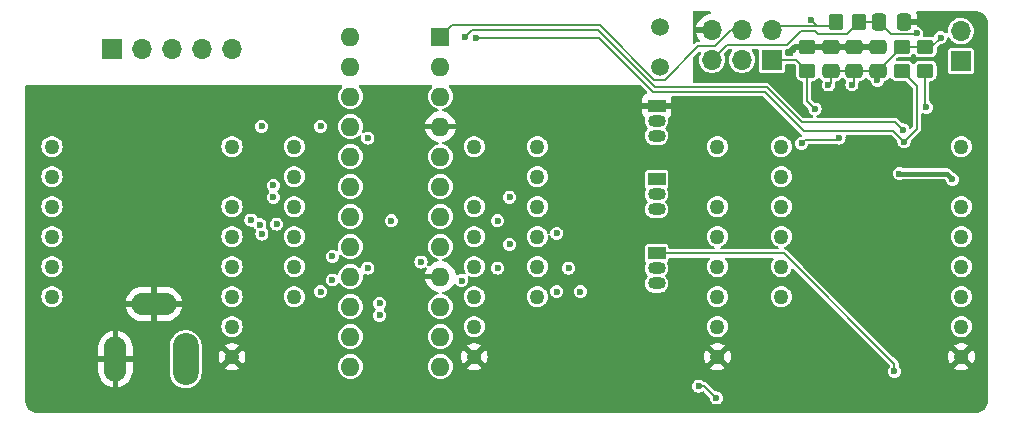
<source format=gbr>
%TF.GenerationSoftware,KiCad,Pcbnew,8.0.6*%
%TF.CreationDate,2025-03-23T20:06:32-04:00*%
%TF.ProjectId,co2_7seg,636f325f-3773-4656-972e-6b696361645f,rev?*%
%TF.SameCoordinates,Original*%
%TF.FileFunction,Copper,L1,Top*%
%TF.FilePolarity,Positive*%
%FSLAX46Y46*%
G04 Gerber Fmt 4.6, Leading zero omitted, Abs format (unit mm)*
G04 Created by KiCad (PCBNEW 8.0.6) date 2025-03-23 20:06:32*
%MOMM*%
%LPD*%
G01*
G04 APERTURE LIST*
G04 Aperture macros list*
%AMRoundRect*
0 Rectangle with rounded corners*
0 $1 Rounding radius*
0 $2 $3 $4 $5 $6 $7 $8 $9 X,Y pos of 4 corners*
0 Add a 4 corners polygon primitive as box body*
4,1,4,$2,$3,$4,$5,$6,$7,$8,$9,$2,$3,0*
0 Add four circle primitives for the rounded corners*
1,1,$1+$1,$2,$3*
1,1,$1+$1,$4,$5*
1,1,$1+$1,$6,$7*
1,1,$1+$1,$8,$9*
0 Add four rect primitives between the rounded corners*
20,1,$1+$1,$2,$3,$4,$5,0*
20,1,$1+$1,$4,$5,$6,$7,0*
20,1,$1+$1,$6,$7,$8,$9,0*
20,1,$1+$1,$8,$9,$2,$3,0*%
G04 Aperture macros list end*
%TA.AperFunction,ComponentPad*%
%ADD10C,1.500000*%
%TD*%
%TA.AperFunction,ComponentPad*%
%ADD11C,1.270000*%
%TD*%
%TA.AperFunction,ComponentPad*%
%ADD12O,1.700000X1.700000*%
%TD*%
%TA.AperFunction,ComponentPad*%
%ADD13R,1.700000X1.700000*%
%TD*%
%TA.AperFunction,ComponentPad*%
%ADD14O,1.600000X1.600000*%
%TD*%
%TA.AperFunction,ComponentPad*%
%ADD15R,1.600000X1.600000*%
%TD*%
%TA.AperFunction,SMDPad,CuDef*%
%ADD16RoundRect,0.250000X0.450000X-0.350000X0.450000X0.350000X-0.450000X0.350000X-0.450000X-0.350000X0*%
%TD*%
%TA.AperFunction,SMDPad,CuDef*%
%ADD17RoundRect,0.250000X-0.450000X0.350000X-0.450000X-0.350000X0.450000X-0.350000X0.450000X0.350000X0*%
%TD*%
%TA.AperFunction,SMDPad,CuDef*%
%ADD18RoundRect,0.250000X-0.350000X-0.450000X0.350000X-0.450000X0.350000X0.450000X-0.350000X0.450000X0*%
%TD*%
%TA.AperFunction,ComponentPad*%
%ADD19O,1.500000X1.050000*%
%TD*%
%TA.AperFunction,ComponentPad*%
%ADD20R,1.500000X1.050000*%
%TD*%
%TA.AperFunction,ComponentPad*%
%ADD21O,3.800000X1.900000*%
%TD*%
%TA.AperFunction,ComponentPad*%
%ADD22O,1.900000X3.800000*%
%TD*%
%TA.AperFunction,ComponentPad*%
%ADD23O,2.200000X4.400000*%
%TD*%
%TA.AperFunction,SMDPad,CuDef*%
%ADD24RoundRect,0.250000X0.475000X-0.337500X0.475000X0.337500X-0.475000X0.337500X-0.475000X-0.337500X0*%
%TD*%
%TA.AperFunction,SMDPad,CuDef*%
%ADD25RoundRect,0.250000X-0.337500X-0.475000X0.337500X-0.475000X0.337500X0.475000X-0.337500X0.475000X0*%
%TD*%
%TA.AperFunction,ViaPad*%
%ADD26C,0.600000*%
%TD*%
%TA.AperFunction,Conductor*%
%ADD27C,0.200000*%
%TD*%
%TA.AperFunction,Conductor*%
%ADD28C,0.400000*%
%TD*%
G04 APERTURE END LIST*
D10*
%TO.P,R7,2*%
%TO.N,Net-(R11-Pad1)*%
X102700000Y-31000000D03*
%TO.P,R7,1*%
%TO.N,+3V3*%
X102700000Y-27600000D03*
%TD*%
D11*
%TO.P,LED4,1,1*%
%TO.N,/SEG_A*%
X113010000Y-37720000D03*
%TO.P,LED4,2,2*%
%TO.N,/SEG_F*%
X113010000Y-40260000D03*
%TO.P,LED4,3,3*%
%TO.N,/DIG_3*%
X113010000Y-42800000D03*
%TO.P,LED4,4,4*%
%TO.N,/SEG_E*%
X113010000Y-45340000D03*
%TO.P,LED4,5,5*%
%TO.N,/DIG_3*%
X113010000Y-47880000D03*
%TO.P,LED4,6,6*%
%TO.N,/SEG_LDP*%
X113010000Y-50420000D03*
%TO.P,LED4,9,9*%
%TO.N,GND*%
X128250000Y-55500000D03*
%TO.P,LED4,10,10*%
%TO.N,/SEG_D*%
X128250000Y-52960000D03*
%TO.P,LED4,11,11*%
%TO.N,/DIG_3*%
X128250000Y-50420000D03*
%TO.P,LED4,12,12*%
%TO.N,/SEG_C*%
X128250000Y-47880000D03*
%TO.P,LED4,13,13*%
%TO.N,/SEG_G*%
X128250000Y-45340000D03*
%TO.P,LED4,14,14*%
%TO.N,/SEG_B*%
X128250000Y-42800000D03*
%TO.P,LED4,16,16*%
%TO.N,/DIG_3*%
X128250000Y-37720000D03*
%TD*%
%TO.P,LED3,1,1*%
%TO.N,/SEG_A*%
X92360400Y-37720000D03*
%TO.P,LED3,2,2*%
%TO.N,/SEG_F*%
X92360400Y-40260000D03*
%TO.P,LED3,3,3*%
%TO.N,/DIG_2*%
X92360400Y-42800000D03*
%TO.P,LED3,4,4*%
%TO.N,/SEG_E*%
X92360400Y-45340000D03*
%TO.P,LED3,5,5*%
%TO.N,/DIG_2*%
X92360400Y-47880000D03*
%TO.P,LED3,6,6*%
%TO.N,/SEG_LDP*%
X92360400Y-50420000D03*
%TO.P,LED3,9,9*%
%TO.N,GND*%
X107600400Y-55500000D03*
%TO.P,LED3,10,10*%
%TO.N,/SEG_D*%
X107600400Y-52960000D03*
%TO.P,LED3,11,11*%
%TO.N,/DIG_2*%
X107600400Y-50420000D03*
%TO.P,LED3,12,12*%
%TO.N,/SEG_C*%
X107600400Y-47880000D03*
%TO.P,LED3,13,13*%
%TO.N,/SEG_G*%
X107600400Y-45340000D03*
%TO.P,LED3,14,14*%
%TO.N,/SEG_B*%
X107600400Y-42800000D03*
%TO.P,LED3,16,16*%
%TO.N,/DIG_2*%
X107600400Y-37720000D03*
%TD*%
%TO.P,LED2,1,1*%
%TO.N,/SEG_A*%
X71770000Y-37720000D03*
%TO.P,LED2,2,2*%
%TO.N,/SEG_F*%
X71770000Y-40260000D03*
%TO.P,LED2,3,3*%
%TO.N,/DIG_1*%
X71770000Y-42800000D03*
%TO.P,LED2,4,4*%
%TO.N,/SEG_E*%
X71770000Y-45340000D03*
%TO.P,LED2,5,5*%
%TO.N,/DIG_1*%
X71770000Y-47880000D03*
%TO.P,LED2,6,6*%
%TO.N,/SEG_LDP*%
X71770000Y-50420000D03*
%TO.P,LED2,9,9*%
%TO.N,GND*%
X87010000Y-55500000D03*
%TO.P,LED2,10,10*%
%TO.N,/SEG_D*%
X87010000Y-52960000D03*
%TO.P,LED2,11,11*%
%TO.N,/DIG_1*%
X87010000Y-50420000D03*
%TO.P,LED2,12,12*%
%TO.N,/SEG_C*%
X87010000Y-47880000D03*
%TO.P,LED2,13,13*%
%TO.N,/SEG_G*%
X87010000Y-45340000D03*
%TO.P,LED2,14,14*%
%TO.N,/SEG_B*%
X87010000Y-42800000D03*
%TO.P,LED2,16,16*%
%TO.N,/DIG_1*%
X87010000Y-37720000D03*
%TD*%
%TO.P,LED1,1,1*%
%TO.N,/SEG_A*%
X51260000Y-37720000D03*
%TO.P,LED1,2,2*%
%TO.N,/SEG_F*%
X51260000Y-40260000D03*
%TO.P,LED1,3,3*%
%TO.N,/DIG_0*%
X51260000Y-42800000D03*
%TO.P,LED1,4,4*%
%TO.N,/SEG_E*%
X51260000Y-45340000D03*
%TO.P,LED1,5,5*%
%TO.N,/DIG_0*%
X51260000Y-47880000D03*
%TO.P,LED1,6,6*%
%TO.N,/SEG_LDP*%
X51260000Y-50420000D03*
%TO.P,LED1,9,9*%
%TO.N,GND*%
X66500000Y-55500000D03*
%TO.P,LED1,10,10*%
%TO.N,/SEG_D*%
X66500000Y-52960000D03*
%TO.P,LED1,11,11*%
%TO.N,/DIG_0*%
X66500000Y-50420000D03*
%TO.P,LED1,12,12*%
%TO.N,/SEG_C*%
X66500000Y-47880000D03*
%TO.P,LED1,13,13*%
%TO.N,/SEG_G*%
X66500000Y-45340000D03*
%TO.P,LED1,14,14*%
%TO.N,/SEG_B*%
X66500000Y-42800000D03*
%TO.P,LED1,16,16*%
%TO.N,/DIG_0*%
X66500000Y-37720000D03*
%TD*%
D12*
%TO.P,U2,5,SDA*%
%TO.N,/i2c_sda*%
X66480000Y-29480000D03*
%TO.P,U2,4,SCL*%
%TO.N,/i2c_scl*%
X63940000Y-29480000D03*
%TO.P,U2,3,GND*%
%TO.N,GND*%
X61400000Y-29480000D03*
%TO.P,U2,2,3Vo*%
%TO.N,unconnected-(U2-3Vo-Pad2)*%
X58860000Y-29480000D03*
D13*
%TO.P,U2,1,vin*%
%TO.N,+5V*%
X56320000Y-29480000D03*
%TD*%
D14*
%TO.P,U3,24,DOUT*%
%TO.N,unconnected-(U3-DOUT-Pad24)*%
X76530000Y-28400000D03*
%TO.P,U3,23,SEG_D*%
%TO.N,/SEG_D*%
X76530000Y-30940000D03*
%TO.P,U3,22,SEG_DP*%
%TO.N,/SEG_LDP*%
X76530000Y-33480000D03*
%TO.P,U3,21,SEG_E*%
%TO.N,/SEG_E*%
X76530000Y-36020000D03*
%TO.P,U3,20,SEG_C*%
%TO.N,/SEG_C*%
X76530000Y-38560000D03*
%TO.P,U3,19,V+*%
%TO.N,+3V3*%
X76530000Y-41100000D03*
%TO.P,U3,18,ISET*%
%TO.N,/iset*%
X76530000Y-43640000D03*
%TO.P,U3,17,SEG_G*%
%TO.N,/SEG_G*%
X76530000Y-46180000D03*
%TO.P,U3,16,SEG_B*%
%TO.N,/SEG_B*%
X76530000Y-48720000D03*
%TO.P,U3,15,SEG_F*%
%TO.N,/SEG_F*%
X76530000Y-51260000D03*
%TO.P,U3,14,SEG_A*%
%TO.N,/SEG_A*%
X76530000Y-53800000D03*
%TO.P,U3,13,CLK*%
%TO.N,/spi_clk*%
X76530000Y-56340000D03*
%TO.P,U3,12,~{CS}*%
%TO.N,/spi_cs_max*%
X84150000Y-56340000D03*
%TO.P,U3,11,DIG_1*%
%TO.N,/DIG_1*%
X84150000Y-53800000D03*
%TO.P,U3,10,DIG_5*%
%TO.N,unconnected-(U3-DIG_5-Pad10)*%
X84150000Y-51260000D03*
%TO.P,U3,9,GND*%
%TO.N,GND*%
X84150000Y-48720000D03*
%TO.P,U3,8,DIG_7*%
%TO.N,unconnected-(U3-DIG_7-Pad8)*%
X84150000Y-46180000D03*
%TO.P,U3,7,DIG_3*%
%TO.N,/DIG_3*%
X84150000Y-43640000D03*
%TO.P,U3,6,DIG_2*%
%TO.N,/DIG_2*%
X84150000Y-41100000D03*
%TO.P,U3,5,DIG_6*%
%TO.N,unconnected-(U3-DIG_6-Pad5)*%
X84150000Y-38560000D03*
%TO.P,U3,4,GND*%
%TO.N,GND*%
X84150000Y-36020000D03*
%TO.P,U3,3,DIG_4*%
%TO.N,unconnected-(U3-DIG_4-Pad3)*%
X84150000Y-33480000D03*
%TO.P,U3,2,DIG_0*%
%TO.N,/DIG_0*%
X84150000Y-30940000D03*
D15*
%TO.P,U3,1,DIN*%
%TO.N,/spi_mosi*%
X84150000Y-28400000D03*
%TD*%
D16*
%TO.P,R4,2*%
%TO.N,GND*%
X115200000Y-29300000D03*
%TO.P,R4,1*%
%TO.N,/spi_miso*%
X115200000Y-31300000D03*
%TD*%
D17*
%TO.P,R3,1*%
%TO.N,+5V*%
X125200000Y-29300000D03*
%TO.P,R3,2*%
%TO.N,/i2c_sda*%
X125200000Y-31300000D03*
%TD*%
%TO.P,R2,2*%
%TO.N,/i2c_scl*%
X123200000Y-31300000D03*
%TO.P,R2,1*%
%TO.N,+5V*%
X123200000Y-29300000D03*
%TD*%
D18*
%TO.P,R1,1*%
%TO.N,+5V*%
X117600000Y-27200000D03*
%TO.P,R1,2*%
%TO.N,/mcu_reset*%
X119600000Y-27200000D03*
%TD*%
D19*
%TO.P,Q3,3,C*%
%TO.N,Net-(Q3-C)*%
X102450000Y-36800000D03*
%TO.P,Q3,2,B*%
%TO.N,Net-(Q3-B)*%
X102450000Y-35530000D03*
D20*
%TO.P,Q3,1,E*%
%TO.N,GND*%
X102450000Y-34260000D03*
%TD*%
D19*
%TO.P,Q2,3,C*%
%TO.N,Net-(Q2-C)*%
X102450000Y-49300000D03*
%TO.P,Q2,2,B*%
%TO.N,Net-(Q1-B)*%
X102450000Y-48030000D03*
D20*
%TO.P,Q2,1,E*%
%TO.N,+3V3*%
X102450000Y-46760000D03*
%TD*%
%TO.P,Q1,1,E*%
%TO.N,+3V3*%
X102450000Y-40490000D03*
D19*
%TO.P,Q1,2,B*%
%TO.N,Net-(Q1-B)*%
X102450000Y-41760000D03*
%TO.P,Q1,3,C*%
X102450000Y-43030000D03*
%TD*%
D21*
%TO.P,J3,3,Pin_3*%
%TO.N,GND*%
X59882500Y-51030000D03*
D22*
%TO.P,J3,2,Pin_2*%
X56632500Y-55720000D03*
D23*
%TO.P,J3,1,Pin_1*%
%TO.N,/v_in_raw*%
X62587500Y-55720000D03*
%TD*%
D13*
%TO.P,J2,1,Pin_1*%
%TO.N,/spi_miso*%
X112225000Y-30375000D03*
D12*
%TO.P,J2,2,Pin_2*%
%TO.N,+5V*%
X112225000Y-27835000D03*
%TO.P,J2,3,Pin_3*%
%TO.N,/spi_clk*%
X109685000Y-30375000D03*
%TO.P,J2,4,Pin_4*%
%TO.N,/spi_mosi*%
X109685000Y-27835000D03*
%TO.P,J2,5,Pin_5*%
%TO.N,/mcu_reset*%
X107145000Y-30375000D03*
%TO.P,J2,6,Pin_6*%
%TO.N,GND*%
X107145000Y-27835000D03*
%TD*%
%TO.P,J1,2,Pin_2*%
%TO.N,/uart_txd*%
X128200000Y-27935000D03*
D13*
%TO.P,J1,1,Pin_1*%
%TO.N,/uart_rxd*%
X128200000Y-30475000D03*
%TD*%
D24*
%TO.P,C7,1*%
%TO.N,+5V*%
X121200000Y-31337500D03*
%TO.P,C7,2*%
%TO.N,GND*%
X121200000Y-29262500D03*
%TD*%
%TO.P,C6,2*%
%TO.N,GND*%
X117200000Y-29262500D03*
%TO.P,C6,1*%
%TO.N,+5V*%
X117200000Y-31337500D03*
%TD*%
%TO.P,C5,2*%
%TO.N,GND*%
X119200000Y-29262500D03*
%TO.P,C5,1*%
%TO.N,+5V*%
X119200000Y-31337500D03*
%TD*%
D25*
%TO.P,C3,2*%
%TO.N,GND*%
X123387500Y-27200000D03*
%TO.P,C3,1*%
%TO.N,/mcu_reset*%
X121312500Y-27200000D03*
%TD*%
D26*
%TO.N,GND*%
X113000000Y-35500000D03*
X115000000Y-35000000D03*
%TO.N,+5V*%
X115500000Y-27000000D03*
%TO.N,GND*%
X114000000Y-29500000D03*
%TO.N,+5V*%
X126500000Y-28500000D03*
X121149319Y-32105080D03*
X118991178Y-32468240D03*
X117000000Y-32500000D03*
%TO.N,GND*%
X114000000Y-36500000D03*
X121000000Y-35000000D03*
%TO.N,+5V*%
X127500000Y-40500000D03*
X123000000Y-40000000D03*
%TO.N,GND*%
X121550000Y-41000000D03*
X124000000Y-48000000D03*
X119000000Y-48000000D03*
%TO.N,+3V3*%
X122587500Y-56750000D03*
%TO.N,GND*%
X73000000Y-43500000D03*
X72556250Y-39441439D03*
%TO.N,+5V*%
X107500000Y-59000000D03*
X106000000Y-58000000D03*
%TO.N,GND*%
X66500000Y-57000000D03*
X125500000Y-53500000D03*
X116500000Y-54000000D03*
X114661036Y-54108964D03*
X111500000Y-56500000D03*
%TO.N,/SEG_C*%
X89000000Y-48000000D03*
X94000000Y-50000000D03*
X96000000Y-50000000D03*
%TO.N,/SEG_G*%
X95000000Y-48000000D03*
%TO.N,/SEG_B*%
X90000000Y-46000000D03*
X85944103Y-49055633D03*
X94000000Y-45055000D03*
%TO.N,/SEG_LDP*%
X79000000Y-52000000D03*
%TO.N,/DIG_1*%
X70285000Y-44285000D03*
X69000000Y-36000000D03*
X74000000Y-36000000D03*
%TO.N,/DIG_3*%
X89000000Y-44000000D03*
%TO.N,/DIG_2*%
X90000000Y-42000000D03*
%TO.N,/SEG_F*%
X82500000Y-47500000D03*
X79000000Y-51000000D03*
%TO.N,/SEG_G*%
X80000000Y-44000000D03*
%TO.N,/SEG_A*%
X78000000Y-37000000D03*
X78000000Y-48000000D03*
%TO.N,/SEG_F*%
X74000000Y-50000000D03*
X75000000Y-49000000D03*
%TO.N,/SEG_LDP*%
X70000000Y-42000000D03*
X68856775Y-44319159D03*
%TO.N,/DIG_1*%
X69031430Y-45117213D03*
%TO.N,/SEG_C*%
X75000000Y-47000000D03*
%TO.N,/SEG_D*%
X70000000Y-41000000D03*
X68097860Y-43936338D03*
%TO.N,/i2c_scl*%
X87200000Y-28500000D03*
%TO.N,/i2c_sda*%
X86205038Y-28424278D03*
%TO.N,/spi_clk*%
X114728905Y-37450000D03*
X117900000Y-37000000D03*
%TO.N,/i2c_sda*%
X123300000Y-36300000D03*
%TO.N,/mcu_reset*%
X124475000Y-28125000D03*
%TO.N,/i2c_scl*%
X123400000Y-37300000D03*
%TO.N,/i2c_sda*%
X125300008Y-34400000D03*
%TO.N,/spi_miso*%
X115863797Y-34544557D03*
%TO.N,GND*%
X114000000Y-33500000D03*
%TD*%
D27*
%TO.N,+5V*%
X121200000Y-32054399D02*
X121149319Y-32105080D01*
X121200000Y-31337500D02*
X121200000Y-32054399D01*
%TO.N,GND*%
X113000000Y-35500000D02*
X114000000Y-36500000D01*
%TO.N,/i2c_scl*%
X114900075Y-36385000D02*
X122485000Y-36385000D01*
X111615075Y-33100000D02*
X114900075Y-36385000D01*
X97583703Y-28500000D02*
X102183703Y-33100000D01*
X122485000Y-36385000D02*
X123400000Y-37300000D01*
X87200000Y-28500000D02*
X97583703Y-28500000D01*
%TO.N,/i2c_sda*%
X86779316Y-27850000D02*
X86205038Y-28424278D01*
X97499389Y-27850000D02*
X86779316Y-27850000D01*
X114730761Y-35650000D02*
X111780761Y-32700000D01*
X123300000Y-36300000D02*
X122650000Y-35650000D01*
%TO.N,/i2c_scl*%
X102183703Y-33100000D02*
X111615075Y-33100000D01*
%TO.N,/i2c_sda*%
X102349389Y-32700000D02*
X97499389Y-27850000D01*
X111780761Y-32700000D02*
X102349389Y-32700000D01*
%TO.N,GND*%
X114500000Y-34000000D02*
X114500000Y-34500000D01*
%TO.N,/i2c_sda*%
X122650000Y-35650000D02*
X114730761Y-35650000D01*
%TO.N,GND*%
X114000000Y-33500000D02*
X114500000Y-34000000D01*
X114500000Y-34500000D02*
X115000000Y-35000000D01*
%TO.N,+5V*%
X117300000Y-27500000D02*
X116000000Y-27500000D01*
X116000000Y-27500000D02*
X115500000Y-27000000D01*
X112560000Y-27500000D02*
X112225000Y-27835000D01*
X117300000Y-27500000D02*
X112560000Y-27500000D01*
X117600000Y-27200000D02*
X117300000Y-27500000D01*
%TO.N,/mcu_reset*%
X108420000Y-29100000D02*
X107145000Y-30375000D01*
X114680761Y-27900000D02*
X113480761Y-29100000D01*
X116134314Y-28200000D02*
X115834314Y-27900000D01*
X119600000Y-27200000D02*
X118600000Y-28200000D01*
X113480761Y-29100000D02*
X108420000Y-29100000D01*
X115834314Y-27900000D02*
X114680761Y-27900000D01*
X118600000Y-28200000D02*
X116134314Y-28200000D01*
%TO.N,GND*%
X114200000Y-29300000D02*
X114000000Y-29500000D01*
X115200000Y-29300000D02*
X114200000Y-29300000D01*
%TO.N,+5V*%
X125700000Y-29300000D02*
X126500000Y-28500000D01*
X125200000Y-29300000D02*
X125700000Y-29300000D01*
%TO.N,GND*%
X117200000Y-29262500D02*
X115237500Y-29262500D01*
X115237500Y-29262500D02*
X115200000Y-29300000D01*
X119200000Y-29262500D02*
X117200000Y-29262500D01*
X121200000Y-29262500D02*
X119200000Y-29262500D01*
%TO.N,+5V*%
X123200000Y-29300000D02*
X125200000Y-29300000D01*
X121200000Y-31300000D02*
X123200000Y-29300000D01*
X121200000Y-31337500D02*
X121200000Y-31300000D01*
X119200000Y-32259418D02*
X118991178Y-32468240D01*
X119200000Y-31337500D02*
X119200000Y-32259418D01*
X117200000Y-32300000D02*
X117000000Y-32500000D01*
X117200000Y-31337500D02*
X117200000Y-32300000D01*
X121200000Y-31337500D02*
X117200000Y-31337500D01*
X119200000Y-31337500D02*
X121200000Y-31337500D01*
%TO.N,/spi_clk*%
X115030759Y-37148146D02*
X114728905Y-37450000D01*
X117751854Y-37148146D02*
X115030759Y-37148146D01*
X117900000Y-37000000D02*
X117751854Y-37148146D01*
D28*
%TO.N,+5V*%
X123000000Y-40000000D02*
X127000000Y-40000000D01*
X127000000Y-40000000D02*
X127500000Y-40500000D01*
D27*
%TO.N,+3V3*%
X122587500Y-56087500D02*
X122587500Y-56750000D01*
X113260000Y-46760000D02*
X122587500Y-56087500D01*
X102450000Y-46760000D02*
X113260000Y-46760000D01*
%TO.N,+5V*%
X106500000Y-58000000D02*
X107500000Y-59000000D01*
X106000000Y-58000000D02*
X106500000Y-58000000D01*
%TO.N,/spi_mosi*%
X105959925Y-29225000D02*
X107381346Y-29225000D01*
X108771346Y-27835000D02*
X109685000Y-27835000D01*
X103134925Y-32050000D02*
X105959925Y-29225000D01*
X102265075Y-32050000D02*
X103134925Y-32050000D01*
X97665075Y-27450000D02*
X102265075Y-32050000D01*
X107381346Y-29225000D02*
X108771346Y-27835000D01*
X85100000Y-27450000D02*
X97665075Y-27450000D01*
X84150000Y-28400000D02*
X85100000Y-27450000D01*
%TO.N,/spi_miso*%
X115200000Y-33880760D02*
X115863797Y-34544557D01*
X115200000Y-31300000D02*
X115200000Y-33880760D01*
%TO.N,/mcu_reset*%
X122337500Y-28225000D02*
X124375000Y-28225000D01*
X121312500Y-27200000D02*
X122337500Y-28225000D01*
X124375000Y-28225000D02*
X124475000Y-28125000D01*
X119600000Y-27200000D02*
X121312500Y-27200000D01*
%TO.N,/i2c_sda*%
X125200000Y-34299992D02*
X125300008Y-34400000D01*
X125200000Y-31300000D02*
X125200000Y-34299992D01*
%TO.N,/i2c_scl*%
X124500000Y-32600000D02*
X123200000Y-31300000D01*
X123400000Y-37300000D02*
X124500000Y-36200000D01*
X124500000Y-36200000D02*
X124500000Y-32600000D01*
%TO.N,/spi_miso*%
X114275000Y-30375000D02*
X112225000Y-30375000D01*
X115200000Y-31300000D02*
X114275000Y-30375000D01*
%TD*%
%TA.AperFunction,Conductor*%
%TO.N,GND*%
G36*
X75788702Y-32519685D02*
G01*
X75834457Y-32572489D01*
X75844401Y-32641647D01*
X75815376Y-32705203D01*
X75800330Y-32719851D01*
X75792161Y-32726555D01*
X75783587Y-32733592D01*
X75652317Y-32893547D01*
X75554769Y-33076043D01*
X75494699Y-33274067D01*
X75474417Y-33480000D01*
X75494699Y-33685932D01*
X75502174Y-33710574D01*
X75554768Y-33883954D01*
X75652315Y-34066450D01*
X75652317Y-34066452D01*
X75783589Y-34226410D01*
X75880209Y-34305702D01*
X75943550Y-34357685D01*
X76126046Y-34455232D01*
X76324066Y-34515300D01*
X76324065Y-34515300D01*
X76342529Y-34517118D01*
X76530000Y-34535583D01*
X76735934Y-34515300D01*
X76933954Y-34455232D01*
X77116450Y-34357685D01*
X77276410Y-34226410D01*
X77407685Y-34066450D01*
X77505232Y-33883954D01*
X77565300Y-33685934D01*
X77585583Y-33480000D01*
X77565300Y-33274066D01*
X77505232Y-33076046D01*
X77407685Y-32893550D01*
X77312546Y-32777622D01*
X77276412Y-32733592D01*
X77276410Y-32733590D01*
X77259671Y-32719853D01*
X77220338Y-32662108D01*
X77218467Y-32592263D01*
X77254654Y-32532495D01*
X77317410Y-32501779D01*
X77338337Y-32500000D01*
X83341663Y-32500000D01*
X83408702Y-32519685D01*
X83454457Y-32572489D01*
X83464401Y-32641647D01*
X83435376Y-32705203D01*
X83420330Y-32719851D01*
X83412161Y-32726555D01*
X83403587Y-32733592D01*
X83272317Y-32893547D01*
X83174769Y-33076043D01*
X83114699Y-33274067D01*
X83094417Y-33480000D01*
X83114699Y-33685932D01*
X83122174Y-33710574D01*
X83174768Y-33883954D01*
X83272315Y-34066450D01*
X83272317Y-34066452D01*
X83403589Y-34226410D01*
X83500209Y-34305702D01*
X83563550Y-34357685D01*
X83746046Y-34455232D01*
X83903160Y-34502891D01*
X83961597Y-34541187D01*
X83990053Y-34604999D01*
X83979493Y-34674067D01*
X83933269Y-34726460D01*
X83899257Y-34741326D01*
X83703680Y-34793731D01*
X83703673Y-34793734D01*
X83497517Y-34889865D01*
X83311179Y-35020342D01*
X83150342Y-35181179D01*
X83019865Y-35367517D01*
X82923734Y-35573673D01*
X82923730Y-35573682D01*
X82871127Y-35769999D01*
X82871128Y-35770000D01*
X83834314Y-35770000D01*
X83829920Y-35774394D01*
X83777259Y-35865606D01*
X83750000Y-35967339D01*
X83750000Y-36072661D01*
X83777259Y-36174394D01*
X83829920Y-36265606D01*
X83834314Y-36270000D01*
X82871128Y-36270000D01*
X82923730Y-36466317D01*
X82923734Y-36466326D01*
X83019865Y-36672482D01*
X83150342Y-36858820D01*
X83311179Y-37019657D01*
X83497517Y-37150134D01*
X83703673Y-37246265D01*
X83703682Y-37246269D01*
X83899256Y-37298673D01*
X83958917Y-37335038D01*
X83989446Y-37397885D01*
X83981151Y-37467261D01*
X83936666Y-37521138D01*
X83903158Y-37537109D01*
X83843355Y-37555250D01*
X83769604Y-37577622D01*
X83746043Y-37584769D01*
X83729307Y-37593715D01*
X83563550Y-37682315D01*
X83563548Y-37682316D01*
X83563547Y-37682317D01*
X83403589Y-37813589D01*
X83272317Y-37973547D01*
X83272315Y-37973550D01*
X83265484Y-37986330D01*
X83174769Y-38156043D01*
X83114699Y-38354067D01*
X83094417Y-38560000D01*
X83114699Y-38765932D01*
X83114700Y-38765934D01*
X83174768Y-38963954D01*
X83272315Y-39146450D01*
X83272317Y-39146452D01*
X83403589Y-39306410D01*
X83486558Y-39374500D01*
X83563550Y-39437685D01*
X83746046Y-39535232D01*
X83944066Y-39595300D01*
X83944065Y-39595300D01*
X83962529Y-39597118D01*
X84150000Y-39615583D01*
X84355934Y-39595300D01*
X84553954Y-39535232D01*
X84736450Y-39437685D01*
X84896410Y-39306410D01*
X85027685Y-39146450D01*
X85125232Y-38963954D01*
X85185300Y-38765934D01*
X85205583Y-38560000D01*
X85185300Y-38354066D01*
X85125232Y-38156046D01*
X85027685Y-37973550D01*
X84971526Y-37905120D01*
X84896410Y-37813589D01*
X84782370Y-37720000D01*
X86119622Y-37720000D01*
X86139079Y-37905122D01*
X86139080Y-37905124D01*
X86196596Y-38082143D01*
X86196599Y-38082149D01*
X86289669Y-38243351D01*
X86333055Y-38291536D01*
X86414215Y-38381675D01*
X86414218Y-38381677D01*
X86414221Y-38381680D01*
X86564811Y-38491090D01*
X86734852Y-38566798D01*
X86734858Y-38566800D01*
X86916930Y-38605500D01*
X86916931Y-38605500D01*
X87103069Y-38605500D01*
X87103070Y-38605500D01*
X87285142Y-38566800D01*
X87285144Y-38566798D01*
X87285147Y-38566798D01*
X87342424Y-38541296D01*
X87455189Y-38491090D01*
X87605779Y-38381680D01*
X87730331Y-38243351D01*
X87823401Y-38082149D01*
X87880921Y-37905120D01*
X87900378Y-37720000D01*
X91470022Y-37720000D01*
X91489479Y-37905122D01*
X91489480Y-37905124D01*
X91546996Y-38082143D01*
X91546999Y-38082149D01*
X91640069Y-38243351D01*
X91683455Y-38291536D01*
X91764615Y-38381675D01*
X91764618Y-38381677D01*
X91764621Y-38381680D01*
X91915211Y-38491090D01*
X92085252Y-38566798D01*
X92085258Y-38566800D01*
X92267330Y-38605500D01*
X92267331Y-38605500D01*
X92453469Y-38605500D01*
X92453470Y-38605500D01*
X92635542Y-38566800D01*
X92635544Y-38566798D01*
X92635547Y-38566798D01*
X92692824Y-38541296D01*
X92805589Y-38491090D01*
X92956179Y-38381680D01*
X93080731Y-38243351D01*
X93173801Y-38082149D01*
X93231321Y-37905120D01*
X93250778Y-37720000D01*
X106710022Y-37720000D01*
X106729479Y-37905122D01*
X106729480Y-37905124D01*
X106786996Y-38082143D01*
X106786999Y-38082149D01*
X106880069Y-38243351D01*
X106923455Y-38291536D01*
X107004615Y-38381675D01*
X107004618Y-38381677D01*
X107004621Y-38381680D01*
X107155211Y-38491090D01*
X107325252Y-38566798D01*
X107325258Y-38566800D01*
X107507330Y-38605500D01*
X107507331Y-38605500D01*
X107693469Y-38605500D01*
X107693470Y-38605500D01*
X107875542Y-38566800D01*
X107875544Y-38566798D01*
X107875547Y-38566798D01*
X107932824Y-38541296D01*
X108045589Y-38491090D01*
X108196179Y-38381680D01*
X108320731Y-38243351D01*
X108413801Y-38082149D01*
X108471321Y-37905120D01*
X108490778Y-37720000D01*
X112119622Y-37720000D01*
X112139079Y-37905122D01*
X112139080Y-37905124D01*
X112196596Y-38082143D01*
X112196599Y-38082149D01*
X112289669Y-38243351D01*
X112333055Y-38291536D01*
X112414215Y-38381675D01*
X112414218Y-38381677D01*
X112414221Y-38381680D01*
X112564811Y-38491090D01*
X112734852Y-38566798D01*
X112734858Y-38566800D01*
X112916930Y-38605500D01*
X112916931Y-38605500D01*
X113103069Y-38605500D01*
X113103070Y-38605500D01*
X113285142Y-38566800D01*
X113285144Y-38566798D01*
X113285147Y-38566798D01*
X113342424Y-38541296D01*
X113455189Y-38491090D01*
X113605779Y-38381680D01*
X113730331Y-38243351D01*
X113823401Y-38082149D01*
X113880921Y-37905120D01*
X113900378Y-37720000D01*
X113880921Y-37534880D01*
X113836409Y-37397885D01*
X113823403Y-37357856D01*
X113823400Y-37357850D01*
X113730331Y-37196649D01*
X113681547Y-37142469D01*
X113605784Y-37058324D01*
X113605781Y-37058322D01*
X113605780Y-37058321D01*
X113605779Y-37058320D01*
X113455189Y-36948910D01*
X113455188Y-36948909D01*
X113285147Y-36873201D01*
X113285141Y-36873199D01*
X113141769Y-36842725D01*
X113103070Y-36834500D01*
X112916930Y-36834500D01*
X112885014Y-36841283D01*
X112734858Y-36873199D01*
X112734852Y-36873201D01*
X112564811Y-36948909D01*
X112414218Y-37058322D01*
X112414215Y-37058324D01*
X112289668Y-37196650D01*
X112196599Y-37357850D01*
X112196596Y-37357856D01*
X112139080Y-37534875D01*
X112139079Y-37534877D01*
X112119622Y-37720000D01*
X108490778Y-37720000D01*
X108471321Y-37534880D01*
X108426809Y-37397885D01*
X108413803Y-37357856D01*
X108413800Y-37357850D01*
X108320731Y-37196649D01*
X108271947Y-37142469D01*
X108196184Y-37058324D01*
X108196181Y-37058322D01*
X108196180Y-37058321D01*
X108196179Y-37058320D01*
X108045589Y-36948910D01*
X108045588Y-36948909D01*
X107875547Y-36873201D01*
X107875541Y-36873199D01*
X107732169Y-36842725D01*
X107693470Y-36834500D01*
X107507330Y-36834500D01*
X107475414Y-36841283D01*
X107325258Y-36873199D01*
X107325252Y-36873201D01*
X107155211Y-36948909D01*
X107004618Y-37058322D01*
X107004615Y-37058324D01*
X106880068Y-37196650D01*
X106786999Y-37357850D01*
X106786996Y-37357856D01*
X106729480Y-37534875D01*
X106729479Y-37534877D01*
X106710022Y-37720000D01*
X93250778Y-37720000D01*
X93231321Y-37534880D01*
X93186809Y-37397885D01*
X93173803Y-37357856D01*
X93173800Y-37357850D01*
X93080731Y-37196649D01*
X93031947Y-37142469D01*
X92956184Y-37058324D01*
X92956181Y-37058322D01*
X92956180Y-37058321D01*
X92956179Y-37058320D01*
X92805589Y-36948910D01*
X92805588Y-36948909D01*
X92635547Y-36873201D01*
X92635541Y-36873199D01*
X92492169Y-36842725D01*
X92453470Y-36834500D01*
X92267330Y-36834500D01*
X92235414Y-36841283D01*
X92085258Y-36873199D01*
X92085252Y-36873201D01*
X91915211Y-36948909D01*
X91764618Y-37058322D01*
X91764615Y-37058324D01*
X91640068Y-37196650D01*
X91546999Y-37357850D01*
X91546996Y-37357856D01*
X91489480Y-37534875D01*
X91489479Y-37534877D01*
X91470022Y-37720000D01*
X87900378Y-37720000D01*
X87880921Y-37534880D01*
X87836409Y-37397885D01*
X87823403Y-37357856D01*
X87823400Y-37357850D01*
X87730331Y-37196649D01*
X87681547Y-37142469D01*
X87605784Y-37058324D01*
X87605781Y-37058322D01*
X87605780Y-37058321D01*
X87605779Y-37058320D01*
X87455189Y-36948910D01*
X87455188Y-36948909D01*
X87285147Y-36873201D01*
X87285141Y-36873199D01*
X87141769Y-36842725D01*
X87103070Y-36834500D01*
X86916930Y-36834500D01*
X86885014Y-36841283D01*
X86734858Y-36873199D01*
X86734852Y-36873201D01*
X86564811Y-36948909D01*
X86414218Y-37058322D01*
X86414215Y-37058324D01*
X86289668Y-37196650D01*
X86196599Y-37357850D01*
X86196596Y-37357856D01*
X86139080Y-37534875D01*
X86139079Y-37534877D01*
X86119622Y-37720000D01*
X84782370Y-37720000D01*
X84749008Y-37692621D01*
X84736450Y-37682315D01*
X84566554Y-37591502D01*
X84553956Y-37584769D01*
X84553955Y-37584768D01*
X84553954Y-37584768D01*
X84396840Y-37537108D01*
X84338402Y-37498811D01*
X84309946Y-37434999D01*
X84320506Y-37365932D01*
X84366730Y-37313538D01*
X84400743Y-37298673D01*
X84596317Y-37246269D01*
X84596326Y-37246265D01*
X84802482Y-37150134D01*
X84988820Y-37019657D01*
X85149657Y-36858820D01*
X85280134Y-36672482D01*
X85376265Y-36466326D01*
X85376269Y-36466317D01*
X85428872Y-36270000D01*
X84465686Y-36270000D01*
X84470080Y-36265606D01*
X84522741Y-36174394D01*
X84550000Y-36072661D01*
X84550000Y-35967339D01*
X84522741Y-35865606D01*
X84470080Y-35774394D01*
X84465686Y-35770000D01*
X85428872Y-35770000D01*
X85428872Y-35769999D01*
X85376269Y-35573682D01*
X85376265Y-35573673D01*
X85280134Y-35367517D01*
X85149657Y-35181179D01*
X84988820Y-35020342D01*
X84802482Y-34889865D01*
X84596326Y-34793734D01*
X84596319Y-34793731D01*
X84400742Y-34741326D01*
X84341082Y-34704961D01*
X84310553Y-34642114D01*
X84318848Y-34572738D01*
X84363333Y-34518860D01*
X84396837Y-34502892D01*
X84553954Y-34455232D01*
X84736450Y-34357685D01*
X84896410Y-34226410D01*
X85027685Y-34066450D01*
X85125232Y-33883954D01*
X85185300Y-33685934D01*
X85205583Y-33480000D01*
X85185300Y-33274066D01*
X85125232Y-33076046D01*
X85027685Y-32893550D01*
X84932546Y-32777622D01*
X84896412Y-32733592D01*
X84896410Y-32733590D01*
X84879671Y-32719853D01*
X84840338Y-32662108D01*
X84838467Y-32592263D01*
X84874654Y-32532495D01*
X84937410Y-32501779D01*
X84958337Y-32500000D01*
X101036660Y-32500000D01*
X101103699Y-32519685D01*
X101124341Y-32536319D01*
X101628660Y-33040638D01*
X101662145Y-33101961D01*
X101657161Y-33171653D01*
X101615289Y-33227586D01*
X101584313Y-33244501D01*
X101457911Y-33291646D01*
X101457906Y-33291649D01*
X101342812Y-33377809D01*
X101342809Y-33377812D01*
X101256649Y-33492906D01*
X101256645Y-33492913D01*
X101206403Y-33627620D01*
X101206401Y-33627627D01*
X101200000Y-33687155D01*
X101200000Y-34010000D01*
X102169670Y-34010000D01*
X102149925Y-34029745D01*
X102100556Y-34115255D01*
X102075000Y-34210630D01*
X102075000Y-34309370D01*
X102100556Y-34404745D01*
X102149925Y-34490255D01*
X102169670Y-34510000D01*
X101200000Y-34510000D01*
X101200000Y-34832844D01*
X101206401Y-34892372D01*
X101206403Y-34892379D01*
X101256645Y-35027086D01*
X101256649Y-35027093D01*
X101342809Y-35142186D01*
X101427041Y-35205243D01*
X101468912Y-35261177D01*
X101474347Y-35328701D01*
X101449500Y-35453615D01*
X101449500Y-35606384D01*
X101479300Y-35756197D01*
X101479302Y-35756205D01*
X101537759Y-35897334D01*
X101537764Y-35897343D01*
X101622629Y-36024351D01*
X101622632Y-36024355D01*
X101675596Y-36077319D01*
X101709081Y-36138642D01*
X101704097Y-36208334D01*
X101675596Y-36252681D01*
X101622632Y-36305644D01*
X101622631Y-36305646D01*
X101537764Y-36432656D01*
X101537759Y-36432665D01*
X101479302Y-36573794D01*
X101479300Y-36573802D01*
X101449500Y-36723615D01*
X101449500Y-36876384D01*
X101479300Y-37026197D01*
X101479302Y-37026205D01*
X101537759Y-37167334D01*
X101537764Y-37167343D01*
X101622629Y-37294351D01*
X101622632Y-37294355D01*
X101730644Y-37402367D01*
X101730648Y-37402370D01*
X101857656Y-37487235D01*
X101857662Y-37487238D01*
X101857663Y-37487239D01*
X101998795Y-37545698D01*
X102148615Y-37575499D01*
X102148619Y-37575500D01*
X102148620Y-37575500D01*
X102751381Y-37575500D01*
X102751382Y-37575499D01*
X102901205Y-37545698D01*
X103042337Y-37487239D01*
X103169352Y-37402370D01*
X103277370Y-37294352D01*
X103362239Y-37167337D01*
X103420698Y-37026205D01*
X103450500Y-36876380D01*
X103450500Y-36723620D01*
X103420698Y-36573795D01*
X103362239Y-36432663D01*
X103362238Y-36432662D01*
X103362235Y-36432656D01*
X103277369Y-36305646D01*
X103224404Y-36252681D01*
X103190919Y-36191358D01*
X103195903Y-36121666D01*
X103224404Y-36077319D01*
X103277367Y-36024355D01*
X103277370Y-36024352D01*
X103362239Y-35897337D01*
X103420698Y-35756205D01*
X103450500Y-35606380D01*
X103450500Y-35453620D01*
X103425652Y-35328700D01*
X103431879Y-35259110D01*
X103472958Y-35205243D01*
X103557191Y-35142186D01*
X103643350Y-35027093D01*
X103643354Y-35027086D01*
X103693596Y-34892379D01*
X103693598Y-34892372D01*
X103699999Y-34832844D01*
X103700000Y-34832827D01*
X103700000Y-34510000D01*
X102730330Y-34510000D01*
X102750075Y-34490255D01*
X102799444Y-34404745D01*
X102825000Y-34309370D01*
X102825000Y-34210630D01*
X102799444Y-34115255D01*
X102750075Y-34029745D01*
X102730330Y-34010000D01*
X103700000Y-34010000D01*
X103700000Y-33687172D01*
X103699999Y-33687155D01*
X103693598Y-33627627D01*
X103693596Y-33627619D01*
X103689947Y-33617835D01*
X103684961Y-33548144D01*
X103718445Y-33486820D01*
X103779768Y-33453334D01*
X103806128Y-33450500D01*
X111418531Y-33450500D01*
X111485570Y-33470185D01*
X111506212Y-33486819D01*
X114684863Y-36665470D01*
X114700071Y-36674250D01*
X114748287Y-36724817D01*
X114761511Y-36793424D01*
X114735543Y-36858289D01*
X114678630Y-36898818D01*
X114654259Y-36904577D01*
X114585196Y-36913670D01*
X114585192Y-36913671D01*
X114451282Y-36969137D01*
X114336284Y-37057379D01*
X114248042Y-37172377D01*
X114192576Y-37306287D01*
X114192575Y-37306291D01*
X114173655Y-37450000D01*
X114191603Y-37586329D01*
X114192575Y-37593708D01*
X114192576Y-37593712D01*
X114248042Y-37727622D01*
X114248043Y-37727624D01*
X114248044Y-37727625D01*
X114336284Y-37842621D01*
X114451280Y-37930861D01*
X114585196Y-37986330D01*
X114712185Y-38003048D01*
X114728904Y-38005250D01*
X114728905Y-38005250D01*
X114728906Y-38005250D01*
X114743882Y-38003278D01*
X114872614Y-37986330D01*
X115006530Y-37930861D01*
X115121526Y-37842621D01*
X115209766Y-37727625D01*
X115265235Y-37593709D01*
X115265236Y-37593698D01*
X115266079Y-37590556D01*
X115267521Y-37588189D01*
X115268345Y-37586201D01*
X115268655Y-37586329D01*
X115302443Y-37530894D01*
X115365289Y-37500363D01*
X115385855Y-37498646D01*
X117640648Y-37498646D01*
X117688096Y-37508083D01*
X117756291Y-37536330D01*
X117852097Y-37548943D01*
X117899999Y-37555250D01*
X117900000Y-37555250D01*
X117900001Y-37555250D01*
X117914977Y-37553278D01*
X118043709Y-37536330D01*
X118177625Y-37480861D01*
X118292621Y-37392621D01*
X118380861Y-37277625D01*
X118436330Y-37143709D01*
X118455250Y-37000000D01*
X118438883Y-36875684D01*
X118449648Y-36806651D01*
X118496028Y-36754395D01*
X118561822Y-36735500D01*
X122288456Y-36735500D01*
X122355495Y-36755185D01*
X122376137Y-36771819D01*
X122808440Y-37204121D01*
X122841925Y-37265444D01*
X122843090Y-37291873D01*
X122844750Y-37291873D01*
X122844750Y-37300000D01*
X122863670Y-37443708D01*
X122863671Y-37443712D01*
X122919137Y-37577622D01*
X122919138Y-37577624D01*
X122919139Y-37577625D01*
X123007379Y-37692621D01*
X123122375Y-37780861D01*
X123256291Y-37836330D01*
X123383280Y-37853048D01*
X123399999Y-37855250D01*
X123400000Y-37855250D01*
X123400001Y-37855250D01*
X123414977Y-37853278D01*
X123543709Y-37836330D01*
X123677625Y-37780861D01*
X123756940Y-37720000D01*
X127359622Y-37720000D01*
X127379079Y-37905122D01*
X127379080Y-37905124D01*
X127436596Y-38082143D01*
X127436599Y-38082149D01*
X127529669Y-38243351D01*
X127573055Y-38291536D01*
X127654215Y-38381675D01*
X127654218Y-38381677D01*
X127654221Y-38381680D01*
X127804811Y-38491090D01*
X127974852Y-38566798D01*
X127974858Y-38566800D01*
X128156930Y-38605500D01*
X128156931Y-38605500D01*
X128343069Y-38605500D01*
X128343070Y-38605500D01*
X128525142Y-38566800D01*
X128525144Y-38566798D01*
X128525147Y-38566798D01*
X128582424Y-38541296D01*
X128695189Y-38491090D01*
X128845779Y-38381680D01*
X128970331Y-38243351D01*
X129063401Y-38082149D01*
X129120921Y-37905120D01*
X129140378Y-37720000D01*
X129120921Y-37534880D01*
X129076409Y-37397885D01*
X129063403Y-37357856D01*
X129063400Y-37357850D01*
X128970331Y-37196649D01*
X128921547Y-37142469D01*
X128845784Y-37058324D01*
X128845781Y-37058322D01*
X128845780Y-37058321D01*
X128845779Y-37058320D01*
X128695189Y-36948910D01*
X128695188Y-36948909D01*
X128525147Y-36873201D01*
X128525141Y-36873199D01*
X128381769Y-36842725D01*
X128343070Y-36834500D01*
X128156930Y-36834500D01*
X128125014Y-36841283D01*
X127974858Y-36873199D01*
X127974852Y-36873201D01*
X127804811Y-36948909D01*
X127654218Y-37058322D01*
X127654215Y-37058324D01*
X127529668Y-37196650D01*
X127436599Y-37357850D01*
X127436596Y-37357856D01*
X127379080Y-37534875D01*
X127379079Y-37534877D01*
X127359622Y-37720000D01*
X123756940Y-37720000D01*
X123792621Y-37692621D01*
X123880861Y-37577625D01*
X123936330Y-37443709D01*
X123955250Y-37300000D01*
X123955250Y-37299999D01*
X123955250Y-37291871D01*
X123959049Y-37291871D01*
X123966388Y-37240418D01*
X123991556Y-37204124D01*
X124780470Y-36415212D01*
X124826614Y-36335288D01*
X124834556Y-36305648D01*
X124850500Y-36246144D01*
X124850500Y-34995243D01*
X124870185Y-34928204D01*
X124922989Y-34882449D01*
X124992147Y-34872505D01*
X125021953Y-34880682D01*
X125022380Y-34880859D01*
X125022383Y-34880861D01*
X125156299Y-34936330D01*
X125283288Y-34953048D01*
X125300007Y-34955250D01*
X125300008Y-34955250D01*
X125300009Y-34955250D01*
X125314985Y-34953278D01*
X125443717Y-34936330D01*
X125577633Y-34880861D01*
X125692629Y-34792621D01*
X125780869Y-34677625D01*
X125836338Y-34543709D01*
X125855258Y-34400000D01*
X125836338Y-34256291D01*
X125780869Y-34122375D01*
X125692629Y-34007379D01*
X125630786Y-33959925D01*
X125599013Y-33935544D01*
X125557811Y-33879116D01*
X125550500Y-33837169D01*
X125550500Y-32500000D01*
X130499500Y-32500000D01*
X130499500Y-59244586D01*
X130499028Y-59255394D01*
X130485260Y-59412753D01*
X130481507Y-59434038D01*
X130442030Y-59581369D01*
X130434637Y-59601681D01*
X130370177Y-59739915D01*
X130359370Y-59758633D01*
X130271880Y-59883582D01*
X130257986Y-59900140D01*
X130150140Y-60007986D01*
X130133582Y-60021880D01*
X130008633Y-60109370D01*
X129989915Y-60120177D01*
X129851681Y-60184637D01*
X129831369Y-60192030D01*
X129684038Y-60231507D01*
X129662753Y-60235260D01*
X129505395Y-60249028D01*
X129494587Y-60249500D01*
X50005413Y-60249500D01*
X49994605Y-60249028D01*
X49837246Y-60235260D01*
X49815961Y-60231507D01*
X49668630Y-60192030D01*
X49648318Y-60184637D01*
X49510084Y-60120177D01*
X49491366Y-60109370D01*
X49366417Y-60021880D01*
X49349859Y-60007986D01*
X49242013Y-59900140D01*
X49228119Y-59883582D01*
X49140629Y-59758633D01*
X49129822Y-59739915D01*
X49065362Y-59601681D01*
X49057969Y-59581369D01*
X49045900Y-59536328D01*
X49018491Y-59434035D01*
X49014739Y-59412752D01*
X49000972Y-59255393D01*
X49000500Y-59244586D01*
X49000500Y-54655883D01*
X55182500Y-54655883D01*
X55182500Y-55470000D01*
X56252500Y-55470000D01*
X56252500Y-55970000D01*
X55182500Y-55970000D01*
X55182500Y-56784116D01*
X55218204Y-57009544D01*
X55288730Y-57226604D01*
X55392349Y-57429966D01*
X55526504Y-57614614D01*
X55687885Y-57775995D01*
X55872533Y-57910150D01*
X56075895Y-58013769D01*
X56292955Y-58084295D01*
X56382500Y-58098478D01*
X56382500Y-57152401D01*
X56399175Y-57169076D01*
X56485825Y-57219104D01*
X56582472Y-57245000D01*
X56682528Y-57245000D01*
X56779175Y-57219104D01*
X56865825Y-57169076D01*
X56882500Y-57152401D01*
X56882500Y-58098477D01*
X56972044Y-58084295D01*
X57189104Y-58013769D01*
X57392466Y-57910150D01*
X57577114Y-57775995D01*
X57738495Y-57614614D01*
X57872650Y-57429966D01*
X57976269Y-57226604D01*
X58046795Y-57009544D01*
X58082500Y-56784116D01*
X58082500Y-55970000D01*
X57012500Y-55970000D01*
X57012500Y-55470000D01*
X58082500Y-55470000D01*
X58082500Y-54655883D01*
X58059982Y-54513713D01*
X61237000Y-54513713D01*
X61237000Y-56926287D01*
X61270254Y-57136243D01*
X61328411Y-57315232D01*
X61335944Y-57338414D01*
X61432451Y-57527820D01*
X61557390Y-57699786D01*
X61707713Y-57850109D01*
X61879679Y-57975048D01*
X61879681Y-57975049D01*
X61879684Y-57975051D01*
X62069088Y-58071557D01*
X62271257Y-58137246D01*
X62481213Y-58170500D01*
X62481214Y-58170500D01*
X62693786Y-58170500D01*
X62693787Y-58170500D01*
X62903743Y-58137246D01*
X63105912Y-58071557D01*
X63246353Y-57999999D01*
X105444750Y-57999999D01*
X105444750Y-58000000D01*
X105463670Y-58143708D01*
X105463671Y-58143712D01*
X105519137Y-58277622D01*
X105519138Y-58277624D01*
X105519139Y-58277625D01*
X105607379Y-58392621D01*
X105722375Y-58480861D01*
X105856291Y-58536330D01*
X105983280Y-58553048D01*
X105999999Y-58555250D01*
X106000000Y-58555250D01*
X106000001Y-58555250D01*
X106014977Y-58553278D01*
X106143709Y-58536330D01*
X106277625Y-58480861D01*
X106308792Y-58456945D01*
X106373957Y-58431751D01*
X106442402Y-58445788D01*
X106471958Y-58467640D01*
X106908440Y-58904122D01*
X106941925Y-58965445D01*
X106943067Y-58991873D01*
X106944750Y-58991873D01*
X106944750Y-59000000D01*
X106963670Y-59143708D01*
X106963671Y-59143712D01*
X107019137Y-59277622D01*
X107019138Y-59277624D01*
X107019139Y-59277625D01*
X107107379Y-59392621D01*
X107222375Y-59480861D01*
X107356291Y-59536330D01*
X107483280Y-59553048D01*
X107499999Y-59555250D01*
X107500000Y-59555250D01*
X107500001Y-59555250D01*
X107514977Y-59553278D01*
X107643709Y-59536330D01*
X107777625Y-59480861D01*
X107892621Y-59392621D01*
X107980861Y-59277625D01*
X108036330Y-59143709D01*
X108055250Y-59000000D01*
X108036330Y-58856291D01*
X107980861Y-58722375D01*
X107892621Y-58607379D01*
X107777625Y-58519139D01*
X107777624Y-58519138D01*
X107777622Y-58519137D01*
X107643712Y-58463671D01*
X107643710Y-58463670D01*
X107643709Y-58463670D01*
X107552638Y-58451680D01*
X107500001Y-58444750D01*
X107491873Y-58444750D01*
X107491873Y-58441243D01*
X107438613Y-58432772D01*
X107404122Y-58408440D01*
X106715213Y-57719531D01*
X106715208Y-57719527D01*
X106635291Y-57673387D01*
X106635287Y-57673385D01*
X106629926Y-57671949D01*
X106629926Y-57671948D01*
X106561476Y-57653608D01*
X106546144Y-57649500D01*
X106546143Y-57649500D01*
X106486092Y-57649500D01*
X106419053Y-57629815D01*
X106399587Y-57611913D01*
X106398372Y-57613129D01*
X106392627Y-57607384D01*
X106392621Y-57607379D01*
X106277625Y-57519139D01*
X106277624Y-57519138D01*
X106277622Y-57519137D01*
X106143712Y-57463671D01*
X106143710Y-57463670D01*
X106143709Y-57463670D01*
X106071854Y-57454210D01*
X106000001Y-57444750D01*
X105999999Y-57444750D01*
X105856291Y-57463670D01*
X105856287Y-57463671D01*
X105722377Y-57519137D01*
X105607379Y-57607379D01*
X105519137Y-57722377D01*
X105463671Y-57856287D01*
X105463670Y-57856291D01*
X105444750Y-57999999D01*
X63246353Y-57999999D01*
X63295316Y-57975051D01*
X63317289Y-57959086D01*
X63467286Y-57850109D01*
X63467288Y-57850106D01*
X63467292Y-57850104D01*
X63617604Y-57699792D01*
X63617606Y-57699788D01*
X63617609Y-57699786D01*
X63742548Y-57527820D01*
X63742547Y-57527820D01*
X63742551Y-57527816D01*
X63839057Y-57338412D01*
X63904746Y-57136243D01*
X63938000Y-56926287D01*
X63938000Y-55499999D01*
X65360138Y-55499999D01*
X65360138Y-55500000D01*
X65379545Y-55709444D01*
X65437111Y-55911769D01*
X65530871Y-56100062D01*
X65537545Y-56108899D01*
X66119000Y-55527446D01*
X66119000Y-55550160D01*
X66144964Y-55647061D01*
X66195124Y-55733940D01*
X66266060Y-55804876D01*
X66352939Y-55855036D01*
X66449840Y-55881000D01*
X66472553Y-55881000D01*
X65893887Y-56459663D01*
X65991918Y-56520362D01*
X65991920Y-56520363D01*
X66188063Y-56596348D01*
X66394829Y-56635000D01*
X66605171Y-56635000D01*
X66811935Y-56596348D01*
X66811936Y-56596348D01*
X67008079Y-56520363D01*
X67008080Y-56520362D01*
X67106110Y-56459664D01*
X67106111Y-56459663D01*
X66986448Y-56340000D01*
X75474417Y-56340000D01*
X75494699Y-56545932D01*
X75494700Y-56545934D01*
X75554768Y-56743954D01*
X75652315Y-56926450D01*
X75652317Y-56926452D01*
X75783589Y-57086410D01*
X75880209Y-57165702D01*
X75943550Y-57217685D01*
X76126046Y-57315232D01*
X76324066Y-57375300D01*
X76324065Y-57375300D01*
X76342529Y-57377118D01*
X76530000Y-57395583D01*
X76735934Y-57375300D01*
X76933954Y-57315232D01*
X77116450Y-57217685D01*
X77276410Y-57086410D01*
X77407685Y-56926450D01*
X77505232Y-56743954D01*
X77565300Y-56545934D01*
X77585583Y-56340000D01*
X83094417Y-56340000D01*
X83114699Y-56545932D01*
X83114700Y-56545934D01*
X83174768Y-56743954D01*
X83272315Y-56926450D01*
X83272317Y-56926452D01*
X83403589Y-57086410D01*
X83500209Y-57165702D01*
X83563550Y-57217685D01*
X83746046Y-57315232D01*
X83944066Y-57375300D01*
X83944065Y-57375300D01*
X83962529Y-57377118D01*
X84150000Y-57395583D01*
X84355934Y-57375300D01*
X84553954Y-57315232D01*
X84736450Y-57217685D01*
X84896410Y-57086410D01*
X85027685Y-56926450D01*
X85125232Y-56743954D01*
X85185300Y-56545934D01*
X85205583Y-56340000D01*
X85185300Y-56134066D01*
X85125232Y-55936046D01*
X85027685Y-55753550D01*
X84975702Y-55690209D01*
X84896410Y-55593589D01*
X84782368Y-55499999D01*
X85870138Y-55499999D01*
X85870138Y-55500000D01*
X85889545Y-55709444D01*
X85947111Y-55911769D01*
X86040871Y-56100062D01*
X86047545Y-56108899D01*
X86629000Y-55527446D01*
X86629000Y-55550160D01*
X86654964Y-55647061D01*
X86705124Y-55733940D01*
X86776060Y-55804876D01*
X86862939Y-55855036D01*
X86959840Y-55881000D01*
X86982553Y-55881000D01*
X86403887Y-56459663D01*
X86501918Y-56520362D01*
X86501920Y-56520363D01*
X86698063Y-56596348D01*
X86904829Y-56635000D01*
X87115171Y-56635000D01*
X87321935Y-56596348D01*
X87321936Y-56596348D01*
X87518079Y-56520363D01*
X87518080Y-56520362D01*
X87616110Y-56459664D01*
X87616111Y-56459663D01*
X87037448Y-55881000D01*
X87060160Y-55881000D01*
X87157061Y-55855036D01*
X87243940Y-55804876D01*
X87314876Y-55733940D01*
X87365036Y-55647061D01*
X87391000Y-55550160D01*
X87391000Y-55527447D01*
X87972452Y-56108899D01*
X87972453Y-56108899D01*
X87979128Y-56100061D01*
X88072888Y-55911769D01*
X88130454Y-55709444D01*
X88149862Y-55500000D01*
X88149862Y-55499999D01*
X106460538Y-55499999D01*
X106460538Y-55500000D01*
X106479945Y-55709444D01*
X106537511Y-55911769D01*
X106631271Y-56100062D01*
X106637945Y-56108899D01*
X107219400Y-55527446D01*
X107219400Y-55550160D01*
X107245364Y-55647061D01*
X107295524Y-55733940D01*
X107366460Y-55804876D01*
X107453339Y-55855036D01*
X107550240Y-55881000D01*
X107572953Y-55881000D01*
X106994287Y-56459663D01*
X107092318Y-56520362D01*
X107092320Y-56520363D01*
X107288463Y-56596348D01*
X107495229Y-56635000D01*
X107705571Y-56635000D01*
X107912335Y-56596348D01*
X107912336Y-56596348D01*
X108108479Y-56520363D01*
X108108480Y-56520362D01*
X108206510Y-56459664D01*
X108206511Y-56459663D01*
X107627848Y-55881000D01*
X107650560Y-55881000D01*
X107747461Y-55855036D01*
X107834340Y-55804876D01*
X107905276Y-55733940D01*
X107955436Y-55647061D01*
X107981400Y-55550160D01*
X107981400Y-55527447D01*
X108562852Y-56108899D01*
X108562853Y-56108899D01*
X108569528Y-56100061D01*
X108663288Y-55911769D01*
X108720854Y-55709444D01*
X108740262Y-55500000D01*
X108740262Y-55499999D01*
X108720854Y-55290555D01*
X108663288Y-55088230D01*
X108569530Y-54899941D01*
X108569528Y-54899937D01*
X108562853Y-54891099D01*
X108562852Y-54891098D01*
X107981400Y-55472551D01*
X107981400Y-55449840D01*
X107955436Y-55352939D01*
X107905276Y-55266060D01*
X107834340Y-55195124D01*
X107747461Y-55144964D01*
X107650560Y-55119000D01*
X107627848Y-55119000D01*
X108206511Y-54540335D01*
X108206510Y-54540334D01*
X108108483Y-54479638D01*
X108108477Y-54479636D01*
X107912336Y-54403651D01*
X107705571Y-54365000D01*
X107495229Y-54365000D01*
X107288464Y-54403651D01*
X107288463Y-54403651D01*
X107092323Y-54479635D01*
X106994287Y-54540335D01*
X107572953Y-55119000D01*
X107550240Y-55119000D01*
X107453339Y-55144964D01*
X107366460Y-55195124D01*
X107295524Y-55266060D01*
X107245364Y-55352939D01*
X107219400Y-55449840D01*
X107219400Y-55472553D01*
X106637946Y-54891099D01*
X106637945Y-54891099D01*
X106631270Y-54899939D01*
X106537511Y-55088230D01*
X106479945Y-55290555D01*
X106460538Y-55499999D01*
X88149862Y-55499999D01*
X88130454Y-55290555D01*
X88072888Y-55088230D01*
X87979130Y-54899941D01*
X87979128Y-54899937D01*
X87972453Y-54891099D01*
X87972452Y-54891098D01*
X87391000Y-55472551D01*
X87391000Y-55449840D01*
X87365036Y-55352939D01*
X87314876Y-55266060D01*
X87243940Y-55195124D01*
X87157061Y-55144964D01*
X87060160Y-55119000D01*
X87037448Y-55119000D01*
X87616111Y-54540335D01*
X87616110Y-54540334D01*
X87518083Y-54479638D01*
X87518077Y-54479636D01*
X87321936Y-54403651D01*
X87115171Y-54365000D01*
X86904829Y-54365000D01*
X86698064Y-54403651D01*
X86698063Y-54403651D01*
X86501923Y-54479635D01*
X86403887Y-54540335D01*
X86982553Y-55119000D01*
X86959840Y-55119000D01*
X86862939Y-55144964D01*
X86776060Y-55195124D01*
X86705124Y-55266060D01*
X86654964Y-55352939D01*
X86629000Y-55449840D01*
X86629000Y-55472553D01*
X86047546Y-54891099D01*
X86047545Y-54891099D01*
X86040870Y-54899939D01*
X85947111Y-55088230D01*
X85889545Y-55290555D01*
X85870138Y-55499999D01*
X84782368Y-55499999D01*
X84736452Y-55462317D01*
X84736453Y-55462317D01*
X84736450Y-55462315D01*
X84553954Y-55364768D01*
X84355934Y-55304700D01*
X84355932Y-55304699D01*
X84355934Y-55304699D01*
X84150000Y-55284417D01*
X83944067Y-55304699D01*
X83746043Y-55364769D01*
X83635898Y-55423643D01*
X83563550Y-55462315D01*
X83563548Y-55462316D01*
X83563547Y-55462317D01*
X83403589Y-55593589D01*
X83288408Y-55733940D01*
X83272315Y-55753550D01*
X83233643Y-55825898D01*
X83174769Y-55936043D01*
X83114699Y-56134067D01*
X83094417Y-56340000D01*
X77585583Y-56340000D01*
X77565300Y-56134066D01*
X77505232Y-55936046D01*
X77407685Y-55753550D01*
X77355702Y-55690209D01*
X77276410Y-55593589D01*
X77116452Y-55462317D01*
X77116453Y-55462317D01*
X77116450Y-55462315D01*
X76933954Y-55364768D01*
X76735934Y-55304700D01*
X76735932Y-55304699D01*
X76735934Y-55304699D01*
X76530000Y-55284417D01*
X76324067Y-55304699D01*
X76126043Y-55364769D01*
X76015898Y-55423643D01*
X75943550Y-55462315D01*
X75943548Y-55462316D01*
X75943547Y-55462317D01*
X75783589Y-55593589D01*
X75668408Y-55733940D01*
X75652315Y-55753550D01*
X75613643Y-55825898D01*
X75554769Y-55936043D01*
X75494699Y-56134067D01*
X75474417Y-56340000D01*
X66986448Y-56340000D01*
X66527448Y-55881000D01*
X66550160Y-55881000D01*
X66647061Y-55855036D01*
X66733940Y-55804876D01*
X66804876Y-55733940D01*
X66855036Y-55647061D01*
X66881000Y-55550160D01*
X66881000Y-55527447D01*
X67462452Y-56108899D01*
X67462453Y-56108899D01*
X67469128Y-56100061D01*
X67562888Y-55911769D01*
X67620454Y-55709444D01*
X67639862Y-55500000D01*
X67639862Y-55499999D01*
X67620454Y-55290555D01*
X67562888Y-55088230D01*
X67469130Y-54899941D01*
X67469128Y-54899937D01*
X67462453Y-54891099D01*
X67462452Y-54891098D01*
X66881000Y-55472551D01*
X66881000Y-55449840D01*
X66855036Y-55352939D01*
X66804876Y-55266060D01*
X66733940Y-55195124D01*
X66647061Y-55144964D01*
X66550160Y-55119000D01*
X66527448Y-55119000D01*
X67106111Y-54540335D01*
X67106110Y-54540334D01*
X67008083Y-54479638D01*
X67008077Y-54479636D01*
X66811936Y-54403651D01*
X66605171Y-54365000D01*
X66394829Y-54365000D01*
X66188064Y-54403651D01*
X66188063Y-54403651D01*
X65991923Y-54479635D01*
X65893887Y-54540335D01*
X66472553Y-55119000D01*
X66449840Y-55119000D01*
X66352939Y-55144964D01*
X66266060Y-55195124D01*
X66195124Y-55266060D01*
X66144964Y-55352939D01*
X66119000Y-55449840D01*
X66119000Y-55472553D01*
X65537546Y-54891099D01*
X65537545Y-54891099D01*
X65530870Y-54899939D01*
X65437111Y-55088230D01*
X65379545Y-55290555D01*
X65360138Y-55499999D01*
X63938000Y-55499999D01*
X63938000Y-54513713D01*
X63904746Y-54303757D01*
X63839057Y-54101588D01*
X63742551Y-53912184D01*
X63742549Y-53912181D01*
X63742548Y-53912179D01*
X63617609Y-53740213D01*
X63467286Y-53589890D01*
X63295320Y-53464951D01*
X63105914Y-53368444D01*
X63105913Y-53368443D01*
X63105912Y-53368443D01*
X62903743Y-53302754D01*
X62903741Y-53302753D01*
X62903740Y-53302753D01*
X62742457Y-53277208D01*
X62693787Y-53269500D01*
X62481213Y-53269500D01*
X62432542Y-53277208D01*
X62271260Y-53302753D01*
X62069085Y-53368444D01*
X61879679Y-53464951D01*
X61707713Y-53589890D01*
X61557390Y-53740213D01*
X61432451Y-53912179D01*
X61335944Y-54101585D01*
X61270253Y-54303760D01*
X61257156Y-54386452D01*
X61237000Y-54513713D01*
X58059982Y-54513713D01*
X58046795Y-54430455D01*
X57976269Y-54213395D01*
X57872650Y-54010033D01*
X57738495Y-53825385D01*
X57577114Y-53664004D01*
X57392466Y-53529849D01*
X57189102Y-53426229D01*
X56972041Y-53355703D01*
X56882500Y-53341521D01*
X56882500Y-54287599D01*
X56865825Y-54270924D01*
X56779175Y-54220896D01*
X56682528Y-54195000D01*
X56582472Y-54195000D01*
X56485825Y-54220896D01*
X56399175Y-54270924D01*
X56382500Y-54287599D01*
X56382500Y-53341521D01*
X56382499Y-53341521D01*
X56292958Y-53355703D01*
X56075897Y-53426229D01*
X55872533Y-53529849D01*
X55687885Y-53664004D01*
X55526504Y-53825385D01*
X55392349Y-54010033D01*
X55288730Y-54213395D01*
X55218204Y-54430455D01*
X55182500Y-54655883D01*
X49000500Y-54655883D01*
X49000500Y-52960000D01*
X65609622Y-52960000D01*
X65629079Y-53145122D01*
X65629080Y-53145124D01*
X65686596Y-53322143D01*
X65686599Y-53322149D01*
X65779669Y-53483351D01*
X65821536Y-53529849D01*
X65904215Y-53621675D01*
X65904218Y-53621677D01*
X65904221Y-53621680D01*
X66054811Y-53731090D01*
X66224852Y-53806798D01*
X66224858Y-53806800D01*
X66406930Y-53845500D01*
X66406931Y-53845500D01*
X66593069Y-53845500D01*
X66593070Y-53845500D01*
X66775142Y-53806800D01*
X66775144Y-53806798D01*
X66775147Y-53806798D01*
X66790415Y-53800000D01*
X75474417Y-53800000D01*
X75494699Y-54005932D01*
X75494700Y-54005934D01*
X75554768Y-54203954D01*
X75652315Y-54386450D01*
X75686681Y-54428325D01*
X75783589Y-54546410D01*
X75880209Y-54625702D01*
X75943550Y-54677685D01*
X76126046Y-54775232D01*
X76324066Y-54835300D01*
X76324065Y-54835300D01*
X76342529Y-54837118D01*
X76530000Y-54855583D01*
X76735934Y-54835300D01*
X76933954Y-54775232D01*
X77116450Y-54677685D01*
X77276410Y-54546410D01*
X77407685Y-54386450D01*
X77505232Y-54203954D01*
X77565300Y-54005934D01*
X77585583Y-53800000D01*
X83094417Y-53800000D01*
X83114699Y-54005932D01*
X83114700Y-54005934D01*
X83174768Y-54203954D01*
X83272315Y-54386450D01*
X83306681Y-54428325D01*
X83403589Y-54546410D01*
X83500209Y-54625702D01*
X83563550Y-54677685D01*
X83746046Y-54775232D01*
X83944066Y-54835300D01*
X83944065Y-54835300D01*
X83962529Y-54837118D01*
X84150000Y-54855583D01*
X84355934Y-54835300D01*
X84553954Y-54775232D01*
X84736450Y-54677685D01*
X84896410Y-54546410D01*
X85027685Y-54386450D01*
X85125232Y-54203954D01*
X85185300Y-54005934D01*
X85205583Y-53800000D01*
X85185300Y-53594066D01*
X85125232Y-53396046D01*
X85027685Y-53213550D01*
X84971526Y-53145120D01*
X84896410Y-53053589D01*
X84782370Y-52960000D01*
X86119622Y-52960000D01*
X86139079Y-53145122D01*
X86139080Y-53145124D01*
X86196596Y-53322143D01*
X86196599Y-53322149D01*
X86289669Y-53483351D01*
X86331536Y-53529849D01*
X86414215Y-53621675D01*
X86414218Y-53621677D01*
X86414221Y-53621680D01*
X86564811Y-53731090D01*
X86734852Y-53806798D01*
X86734858Y-53806800D01*
X86916930Y-53845500D01*
X86916931Y-53845500D01*
X87103069Y-53845500D01*
X87103070Y-53845500D01*
X87285142Y-53806800D01*
X87285144Y-53806798D01*
X87285147Y-53806798D01*
X87434698Y-53740213D01*
X87455189Y-53731090D01*
X87605779Y-53621680D01*
X87730331Y-53483351D01*
X87823401Y-53322149D01*
X87880921Y-53145120D01*
X87900378Y-52960000D01*
X106710022Y-52960000D01*
X106729479Y-53145122D01*
X106729480Y-53145124D01*
X106786996Y-53322143D01*
X106786999Y-53322149D01*
X106880069Y-53483351D01*
X106921936Y-53529849D01*
X107004615Y-53621675D01*
X107004618Y-53621677D01*
X107004621Y-53621680D01*
X107155211Y-53731090D01*
X107325252Y-53806798D01*
X107325258Y-53806800D01*
X107507330Y-53845500D01*
X107507331Y-53845500D01*
X107693469Y-53845500D01*
X107693470Y-53845500D01*
X107875542Y-53806800D01*
X107875544Y-53806798D01*
X107875547Y-53806798D01*
X108025098Y-53740213D01*
X108045589Y-53731090D01*
X108196179Y-53621680D01*
X108320731Y-53483351D01*
X108413801Y-53322149D01*
X108471321Y-53145120D01*
X108490778Y-52960000D01*
X108471321Y-52774880D01*
X108413801Y-52597851D01*
X108320731Y-52436649D01*
X108264114Y-52373769D01*
X108196184Y-52298324D01*
X108196181Y-52298322D01*
X108196180Y-52298321D01*
X108196179Y-52298320D01*
X108045589Y-52188910D01*
X108045588Y-52188909D01*
X107875547Y-52113201D01*
X107875541Y-52113199D01*
X107732169Y-52082725D01*
X107693470Y-52074500D01*
X107507330Y-52074500D01*
X107475414Y-52081283D01*
X107325258Y-52113199D01*
X107325252Y-52113201D01*
X107155211Y-52188909D01*
X107004618Y-52298322D01*
X107004615Y-52298324D01*
X106880068Y-52436650D01*
X106786999Y-52597850D01*
X106786996Y-52597856D01*
X106729480Y-52774875D01*
X106729479Y-52774877D01*
X106710022Y-52960000D01*
X87900378Y-52960000D01*
X87880921Y-52774880D01*
X87823401Y-52597851D01*
X87730331Y-52436649D01*
X87673714Y-52373769D01*
X87605784Y-52298324D01*
X87605781Y-52298322D01*
X87605780Y-52298321D01*
X87605779Y-52298320D01*
X87455189Y-52188910D01*
X87455188Y-52188909D01*
X87285147Y-52113201D01*
X87285141Y-52113199D01*
X87141769Y-52082725D01*
X87103070Y-52074500D01*
X86916930Y-52074500D01*
X86885014Y-52081283D01*
X86734858Y-52113199D01*
X86734852Y-52113201D01*
X86564811Y-52188909D01*
X86414218Y-52298322D01*
X86414215Y-52298324D01*
X86289668Y-52436650D01*
X86196599Y-52597850D01*
X86196596Y-52597856D01*
X86139080Y-52774875D01*
X86139079Y-52774877D01*
X86119622Y-52960000D01*
X84782370Y-52960000D01*
X84736452Y-52922317D01*
X84736453Y-52922317D01*
X84736450Y-52922315D01*
X84553954Y-52824768D01*
X84355934Y-52764700D01*
X84355932Y-52764699D01*
X84355934Y-52764699D01*
X84150000Y-52744417D01*
X83944067Y-52764699D01*
X83746043Y-52824769D01*
X83635898Y-52883643D01*
X83563550Y-52922315D01*
X83563548Y-52922316D01*
X83563547Y-52922317D01*
X83403589Y-53053589D01*
X83272317Y-53213547D01*
X83174769Y-53396043D01*
X83114699Y-53594067D01*
X83094417Y-53800000D01*
X77585583Y-53800000D01*
X77565300Y-53594066D01*
X77505232Y-53396046D01*
X77407685Y-53213550D01*
X77351526Y-53145120D01*
X77276410Y-53053589D01*
X77116452Y-52922317D01*
X77116453Y-52922317D01*
X77116450Y-52922315D01*
X76933954Y-52824768D01*
X76735934Y-52764700D01*
X76735932Y-52764699D01*
X76735934Y-52764699D01*
X76530000Y-52744417D01*
X76324067Y-52764699D01*
X76126043Y-52824769D01*
X76015898Y-52883643D01*
X75943550Y-52922315D01*
X75943548Y-52922316D01*
X75943547Y-52922317D01*
X75783589Y-53053589D01*
X75652317Y-53213547D01*
X75554769Y-53396043D01*
X75494699Y-53594067D01*
X75474417Y-53800000D01*
X66790415Y-53800000D01*
X66924698Y-53740213D01*
X66945189Y-53731090D01*
X67095779Y-53621680D01*
X67220331Y-53483351D01*
X67313401Y-53322149D01*
X67370921Y-53145120D01*
X67390378Y-52960000D01*
X67370921Y-52774880D01*
X67313401Y-52597851D01*
X67220331Y-52436649D01*
X67163714Y-52373769D01*
X67095784Y-52298324D01*
X67095781Y-52298322D01*
X67095780Y-52298321D01*
X67095779Y-52298320D01*
X66945189Y-52188910D01*
X66945188Y-52188909D01*
X66775147Y-52113201D01*
X66775141Y-52113199D01*
X66631769Y-52082725D01*
X66593070Y-52074500D01*
X66406930Y-52074500D01*
X66375014Y-52081283D01*
X66224858Y-52113199D01*
X66224852Y-52113201D01*
X66054811Y-52188909D01*
X65904218Y-52298322D01*
X65904215Y-52298324D01*
X65779668Y-52436650D01*
X65686599Y-52597850D01*
X65686596Y-52597856D01*
X65629080Y-52774875D01*
X65629079Y-52774877D01*
X65609622Y-52960000D01*
X49000500Y-52960000D01*
X49000500Y-50420000D01*
X50369622Y-50420000D01*
X50389079Y-50605122D01*
X50389080Y-50605124D01*
X50446596Y-50782143D01*
X50446599Y-50782149D01*
X50539669Y-50943351D01*
X50572643Y-50979972D01*
X50664215Y-51081675D01*
X50664218Y-51081677D01*
X50664221Y-51081680D01*
X50814811Y-51191090D01*
X50984852Y-51266798D01*
X50984858Y-51266800D01*
X51166930Y-51305500D01*
X51166931Y-51305500D01*
X51353069Y-51305500D01*
X51353070Y-51305500D01*
X51535142Y-51266800D01*
X51535144Y-51266798D01*
X51535147Y-51266798D01*
X51592424Y-51241296D01*
X51705189Y-51191090D01*
X51855779Y-51081680D01*
X51857267Y-51080028D01*
X51882764Y-51051709D01*
X51980331Y-50943351D01*
X52073401Y-50782149D01*
X52074099Y-50780000D01*
X57504022Y-50780000D01*
X58450099Y-50780000D01*
X58433424Y-50796675D01*
X58383396Y-50883325D01*
X58357500Y-50979972D01*
X58357500Y-51080028D01*
X58383396Y-51176675D01*
X58433424Y-51263325D01*
X58450099Y-51280000D01*
X57504022Y-51280000D01*
X57518204Y-51369544D01*
X57588730Y-51586604D01*
X57692349Y-51789966D01*
X57826504Y-51974614D01*
X57987885Y-52135995D01*
X58172533Y-52270150D01*
X58375895Y-52373769D01*
X58592955Y-52444295D01*
X58818384Y-52480000D01*
X59632500Y-52480000D01*
X59632500Y-51410000D01*
X60132500Y-51410000D01*
X60132500Y-52480000D01*
X60946616Y-52480000D01*
X61172044Y-52444295D01*
X61389104Y-52373769D01*
X61592466Y-52270150D01*
X61777114Y-52135995D01*
X61938495Y-51974614D01*
X62072650Y-51789966D01*
X62176269Y-51586604D01*
X62246795Y-51369544D01*
X62260978Y-51280000D01*
X61314901Y-51280000D01*
X61331576Y-51263325D01*
X61381604Y-51176675D01*
X61407500Y-51080028D01*
X61407500Y-50979972D01*
X61381604Y-50883325D01*
X61331576Y-50796675D01*
X61314901Y-50780000D01*
X62260978Y-50780000D01*
X62246795Y-50690455D01*
X62176269Y-50473395D01*
X62149063Y-50420000D01*
X65609622Y-50420000D01*
X65629079Y-50605122D01*
X65629080Y-50605124D01*
X65686596Y-50782143D01*
X65686599Y-50782149D01*
X65779669Y-50943351D01*
X65812643Y-50979972D01*
X65904215Y-51081675D01*
X65904218Y-51081677D01*
X65904221Y-51081680D01*
X66054811Y-51191090D01*
X66224852Y-51266798D01*
X66224858Y-51266800D01*
X66406930Y-51305500D01*
X66406931Y-51305500D01*
X66593069Y-51305500D01*
X66593070Y-51305500D01*
X66775142Y-51266800D01*
X66775144Y-51266798D01*
X66775147Y-51266798D01*
X66832424Y-51241296D01*
X66945189Y-51191090D01*
X67095779Y-51081680D01*
X67097267Y-51080028D01*
X67122764Y-51051709D01*
X67220331Y-50943351D01*
X67313401Y-50782149D01*
X67370921Y-50605120D01*
X67390378Y-50420000D01*
X70879622Y-50420000D01*
X70899079Y-50605122D01*
X70899080Y-50605124D01*
X70956596Y-50782143D01*
X70956599Y-50782149D01*
X71049669Y-50943351D01*
X71082643Y-50979972D01*
X71174215Y-51081675D01*
X71174218Y-51081677D01*
X71174221Y-51081680D01*
X71324811Y-51191090D01*
X71494852Y-51266798D01*
X71494858Y-51266800D01*
X71676930Y-51305500D01*
X71676931Y-51305500D01*
X71863069Y-51305500D01*
X71863070Y-51305500D01*
X72045142Y-51266800D01*
X72045144Y-51266798D01*
X72045147Y-51266798D01*
X72060415Y-51260000D01*
X75474417Y-51260000D01*
X75494699Y-51465932D01*
X75510839Y-51519139D01*
X75554768Y-51663954D01*
X75652315Y-51846450D01*
X75686969Y-51888677D01*
X75783589Y-52006410D01*
X75866558Y-52074500D01*
X75943550Y-52137685D01*
X76126046Y-52235232D01*
X76324066Y-52295300D01*
X76324065Y-52295300D01*
X76342529Y-52297118D01*
X76530000Y-52315583D01*
X76735934Y-52295300D01*
X76933954Y-52235232D01*
X77116450Y-52137685D01*
X77276410Y-52006410D01*
X77407685Y-51846450D01*
X77505232Y-51663954D01*
X77565300Y-51465934D01*
X77585583Y-51260000D01*
X77565300Y-51054066D01*
X77548899Y-50999999D01*
X78444750Y-50999999D01*
X78444750Y-51000000D01*
X78463670Y-51143708D01*
X78463671Y-51143712D01*
X78519137Y-51277622D01*
X78519138Y-51277624D01*
X78519139Y-51277625D01*
X78607379Y-51392621D01*
X78616711Y-51399782D01*
X78619113Y-51401625D01*
X78660316Y-51458053D01*
X78664470Y-51527799D01*
X78630257Y-51588719D01*
X78619113Y-51598375D01*
X78607381Y-51607377D01*
X78519137Y-51722377D01*
X78463671Y-51856287D01*
X78463670Y-51856291D01*
X78444750Y-52000000D01*
X78462654Y-52135995D01*
X78463670Y-52143708D01*
X78463671Y-52143712D01*
X78519137Y-52277622D01*
X78519138Y-52277624D01*
X78519139Y-52277625D01*
X78607379Y-52392621D01*
X78722375Y-52480861D01*
X78856291Y-52536330D01*
X78983280Y-52553048D01*
X78999999Y-52555250D01*
X79000000Y-52555250D01*
X79000001Y-52555250D01*
X79014977Y-52553278D01*
X79143709Y-52536330D01*
X79277625Y-52480861D01*
X79392621Y-52392621D01*
X79480861Y-52277625D01*
X79536330Y-52143709D01*
X79555250Y-52000000D01*
X79536330Y-51856291D01*
X79480861Y-51722375D01*
X79392621Y-51607379D01*
X79380886Y-51598374D01*
X79339685Y-51541950D01*
X79335529Y-51472204D01*
X79369740Y-51411283D01*
X79380876Y-51401632D01*
X79392621Y-51392621D01*
X79480861Y-51277625D01*
X79536330Y-51143709D01*
X79555250Y-51000000D01*
X79536330Y-50856291D01*
X79480861Y-50722375D01*
X79392621Y-50607379D01*
X79277625Y-50519139D01*
X79277624Y-50519138D01*
X79277622Y-50519137D01*
X79143712Y-50463671D01*
X79143710Y-50463670D01*
X79143709Y-50463670D01*
X79071854Y-50454210D01*
X79000001Y-50444750D01*
X78999999Y-50444750D01*
X78856291Y-50463670D01*
X78856287Y-50463671D01*
X78722377Y-50519137D01*
X78607379Y-50607379D01*
X78519137Y-50722377D01*
X78463671Y-50856287D01*
X78463670Y-50856291D01*
X78444750Y-50999999D01*
X77548899Y-50999999D01*
X77505232Y-50856046D01*
X77407685Y-50673550D01*
X77351526Y-50605120D01*
X77276410Y-50513589D01*
X77129008Y-50392621D01*
X77116450Y-50382315D01*
X76933954Y-50284768D01*
X76735934Y-50224700D01*
X76735932Y-50224699D01*
X76735934Y-50224699D01*
X76530000Y-50204417D01*
X76324067Y-50224699D01*
X76126043Y-50284769D01*
X76015898Y-50343643D01*
X75943550Y-50382315D01*
X75943548Y-50382316D01*
X75943547Y-50382317D01*
X75783589Y-50513589D01*
X75652317Y-50673547D01*
X75554769Y-50856043D01*
X75494699Y-51054067D01*
X75474417Y-51260000D01*
X72060415Y-51260000D01*
X72102424Y-51241296D01*
X72215189Y-51191090D01*
X72365779Y-51081680D01*
X72367267Y-51080028D01*
X72392764Y-51051709D01*
X72490331Y-50943351D01*
X72583401Y-50782149D01*
X72640921Y-50605120D01*
X72660378Y-50420000D01*
X72640921Y-50234880D01*
X72596409Y-50097885D01*
X72583403Y-50057856D01*
X72583400Y-50057850D01*
X72576384Y-50045698D01*
X72550000Y-50000000D01*
X73444750Y-50000000D01*
X73450766Y-50045699D01*
X73463670Y-50143708D01*
X73463671Y-50143712D01*
X73519137Y-50277622D01*
X73519138Y-50277624D01*
X73519139Y-50277625D01*
X73607379Y-50392621D01*
X73722375Y-50480861D01*
X73856291Y-50536330D01*
X73983280Y-50553048D01*
X73999999Y-50555250D01*
X74000000Y-50555250D01*
X74000001Y-50555250D01*
X74014977Y-50553278D01*
X74143709Y-50536330D01*
X74277625Y-50480861D01*
X74392621Y-50392621D01*
X74480861Y-50277625D01*
X74536330Y-50143709D01*
X74555250Y-50000000D01*
X74536330Y-49856291D01*
X74480861Y-49722375D01*
X74392621Y-49607379D01*
X74277625Y-49519139D01*
X74277624Y-49519138D01*
X74277622Y-49519137D01*
X74143712Y-49463671D01*
X74143710Y-49463670D01*
X74143709Y-49463670D01*
X74071854Y-49454210D01*
X74000001Y-49444750D01*
X73999999Y-49444750D01*
X73856291Y-49463670D01*
X73856287Y-49463671D01*
X73722377Y-49519137D01*
X73607379Y-49607379D01*
X73519137Y-49722377D01*
X73463671Y-49856287D01*
X73463670Y-49856291D01*
X73446431Y-49987235D01*
X73444750Y-50000000D01*
X72550000Y-50000000D01*
X72490331Y-49896649D01*
X72441547Y-49842469D01*
X72365784Y-49758324D01*
X72365781Y-49758322D01*
X72365780Y-49758321D01*
X72365779Y-49758320D01*
X72240552Y-49667337D01*
X72215188Y-49648909D01*
X72045147Y-49573201D01*
X72045141Y-49573199D01*
X71901769Y-49542725D01*
X71863070Y-49534500D01*
X71676930Y-49534500D01*
X71645014Y-49541283D01*
X71494858Y-49573199D01*
X71494852Y-49573201D01*
X71324811Y-49648909D01*
X71174218Y-49758322D01*
X71174215Y-49758324D01*
X71049668Y-49896650D01*
X70956599Y-50057850D01*
X70956596Y-50057856D01*
X70899080Y-50234875D01*
X70899079Y-50234877D01*
X70879622Y-50420000D01*
X67390378Y-50420000D01*
X67370921Y-50234880D01*
X67326409Y-50097885D01*
X67313403Y-50057856D01*
X67313400Y-50057850D01*
X67306384Y-50045698D01*
X67220331Y-49896649D01*
X67171547Y-49842469D01*
X67095784Y-49758324D01*
X67095781Y-49758322D01*
X67095780Y-49758321D01*
X67095779Y-49758320D01*
X66970552Y-49667337D01*
X66945188Y-49648909D01*
X66775147Y-49573201D01*
X66775141Y-49573199D01*
X66631769Y-49542725D01*
X66593070Y-49534500D01*
X66406930Y-49534500D01*
X66375014Y-49541283D01*
X66224858Y-49573199D01*
X66224852Y-49573201D01*
X66054811Y-49648909D01*
X65904218Y-49758322D01*
X65904215Y-49758324D01*
X65779668Y-49896650D01*
X65686599Y-50057850D01*
X65686596Y-50057856D01*
X65629080Y-50234875D01*
X65629079Y-50234877D01*
X65609622Y-50420000D01*
X62149063Y-50420000D01*
X62072650Y-50270033D01*
X61938495Y-50085385D01*
X61777114Y-49924004D01*
X61592466Y-49789849D01*
X61389104Y-49686230D01*
X61172044Y-49615704D01*
X60946616Y-49580000D01*
X60132500Y-49580000D01*
X60132500Y-50650000D01*
X59632500Y-50650000D01*
X59632500Y-49580000D01*
X58818384Y-49580000D01*
X58592955Y-49615704D01*
X58375895Y-49686230D01*
X58172533Y-49789849D01*
X57987885Y-49924004D01*
X57826504Y-50085385D01*
X57692349Y-50270033D01*
X57588730Y-50473395D01*
X57518204Y-50690455D01*
X57504022Y-50780000D01*
X52074099Y-50780000D01*
X52130921Y-50605120D01*
X52150378Y-50420000D01*
X52130921Y-50234880D01*
X52086409Y-50097885D01*
X52073403Y-50057856D01*
X52073400Y-50057850D01*
X52066384Y-50045698D01*
X51980331Y-49896649D01*
X51931547Y-49842469D01*
X51855784Y-49758324D01*
X51855781Y-49758322D01*
X51855780Y-49758321D01*
X51855779Y-49758320D01*
X51730552Y-49667337D01*
X51705188Y-49648909D01*
X51535147Y-49573201D01*
X51535141Y-49573199D01*
X51391769Y-49542725D01*
X51353070Y-49534500D01*
X51166930Y-49534500D01*
X51135014Y-49541283D01*
X50984858Y-49573199D01*
X50984852Y-49573201D01*
X50814811Y-49648909D01*
X50664218Y-49758322D01*
X50664215Y-49758324D01*
X50539668Y-49896650D01*
X50446599Y-50057850D01*
X50446596Y-50057856D01*
X50389080Y-50234875D01*
X50389079Y-50234877D01*
X50369622Y-50420000D01*
X49000500Y-50420000D01*
X49000500Y-49000000D01*
X74444750Y-49000000D01*
X74461069Y-49123956D01*
X74463670Y-49143708D01*
X74463671Y-49143712D01*
X74519137Y-49277622D01*
X74519138Y-49277624D01*
X74519139Y-49277625D01*
X74607379Y-49392621D01*
X74722375Y-49480861D01*
X74856291Y-49536330D01*
X74983280Y-49553048D01*
X74999999Y-49555250D01*
X75000000Y-49555250D01*
X75000001Y-49555250D01*
X75014977Y-49553278D01*
X75143709Y-49536330D01*
X75277625Y-49480861D01*
X75392621Y-49392621D01*
X75457166Y-49308504D01*
X75513592Y-49267303D01*
X75583338Y-49263148D01*
X75644258Y-49297360D01*
X75651394Y-49305328D01*
X75783589Y-49466410D01*
X75847838Y-49519137D01*
X75943550Y-49597685D01*
X76126046Y-49695232D01*
X76324066Y-49755300D01*
X76324065Y-49755300D01*
X76342529Y-49757118D01*
X76530000Y-49775583D01*
X76735934Y-49755300D01*
X76933954Y-49695232D01*
X77116450Y-49597685D01*
X77276410Y-49466410D01*
X77407685Y-49306450D01*
X77505232Y-49123954D01*
X77565300Y-48925934D01*
X77585583Y-48720000D01*
X77575487Y-48617500D01*
X77588505Y-48548858D01*
X77636570Y-48498147D01*
X77704421Y-48481472D01*
X77746339Y-48490787D01*
X77856291Y-48536330D01*
X77983280Y-48553048D01*
X77999999Y-48555250D01*
X78000000Y-48555250D01*
X78000001Y-48555250D01*
X78014977Y-48553278D01*
X78143709Y-48536330D01*
X78277625Y-48480861D01*
X78392621Y-48392621D01*
X78480861Y-48277625D01*
X78536330Y-48143709D01*
X78555250Y-48000000D01*
X78536330Y-47856291D01*
X78480861Y-47722375D01*
X78392621Y-47607379D01*
X78277625Y-47519139D01*
X78277624Y-47519138D01*
X78277622Y-47519137D01*
X78231418Y-47499999D01*
X81944750Y-47499999D01*
X81944750Y-47500000D01*
X81963670Y-47643708D01*
X81963671Y-47643712D01*
X82019137Y-47777622D01*
X82019138Y-47777624D01*
X82019139Y-47777625D01*
X82107379Y-47892621D01*
X82222375Y-47980861D01*
X82222376Y-47980861D01*
X82222377Y-47980862D01*
X82227121Y-47982827D01*
X82356291Y-48036330D01*
X82483280Y-48053048D01*
X82499999Y-48055250D01*
X82500000Y-48055250D01*
X82500001Y-48055250D01*
X82514977Y-48053278D01*
X82643709Y-48036330D01*
X82777625Y-47980861D01*
X82815730Y-47951621D01*
X82880898Y-47926426D01*
X82949343Y-47940463D01*
X82999333Y-47989276D01*
X83014998Y-48057367D01*
X83003599Y-48102400D01*
X82923735Y-48273668D01*
X82923730Y-48273682D01*
X82871127Y-48469999D01*
X82871128Y-48470000D01*
X83834314Y-48470000D01*
X83829920Y-48474394D01*
X83777259Y-48565606D01*
X83750000Y-48667339D01*
X83750000Y-48772661D01*
X83777259Y-48874394D01*
X83829920Y-48965606D01*
X83834314Y-48970000D01*
X82871128Y-48970000D01*
X82923730Y-49166317D01*
X82923734Y-49166326D01*
X83019865Y-49372482D01*
X83150342Y-49558820D01*
X83311179Y-49719657D01*
X83497517Y-49850134D01*
X83703673Y-49946265D01*
X83703682Y-49946269D01*
X83899256Y-49998673D01*
X83958917Y-50035038D01*
X83989446Y-50097885D01*
X83981151Y-50167261D01*
X83936666Y-50221138D01*
X83903158Y-50237109D01*
X83802729Y-50267573D01*
X83769604Y-50277622D01*
X83746043Y-50284769D01*
X83635898Y-50343643D01*
X83563550Y-50382315D01*
X83563548Y-50382316D01*
X83563547Y-50382317D01*
X83403589Y-50513589D01*
X83272317Y-50673547D01*
X83174769Y-50856043D01*
X83114699Y-51054067D01*
X83094417Y-51260000D01*
X83114699Y-51465932D01*
X83130839Y-51519139D01*
X83174768Y-51663954D01*
X83272315Y-51846450D01*
X83306969Y-51888677D01*
X83403589Y-52006410D01*
X83486558Y-52074500D01*
X83563550Y-52137685D01*
X83746046Y-52235232D01*
X83944066Y-52295300D01*
X83944065Y-52295300D01*
X83962529Y-52297118D01*
X84150000Y-52315583D01*
X84355934Y-52295300D01*
X84553954Y-52235232D01*
X84736450Y-52137685D01*
X84896410Y-52006410D01*
X85027685Y-51846450D01*
X85125232Y-51663954D01*
X85185300Y-51465934D01*
X85205583Y-51260000D01*
X85185300Y-51054066D01*
X85125232Y-50856046D01*
X85027685Y-50673550D01*
X84971526Y-50605120D01*
X84896410Y-50513589D01*
X84782370Y-50420000D01*
X86119622Y-50420000D01*
X86139079Y-50605122D01*
X86139080Y-50605124D01*
X86196596Y-50782143D01*
X86196599Y-50782149D01*
X86289669Y-50943351D01*
X86322643Y-50979972D01*
X86414215Y-51081675D01*
X86414218Y-51081677D01*
X86414221Y-51081680D01*
X86564811Y-51191090D01*
X86734852Y-51266798D01*
X86734858Y-51266800D01*
X86916930Y-51305500D01*
X86916931Y-51305500D01*
X87103069Y-51305500D01*
X87103070Y-51305500D01*
X87285142Y-51266800D01*
X87285144Y-51266798D01*
X87285147Y-51266798D01*
X87342424Y-51241296D01*
X87455189Y-51191090D01*
X87605779Y-51081680D01*
X87607267Y-51080028D01*
X87632764Y-51051709D01*
X87730331Y-50943351D01*
X87823401Y-50782149D01*
X87880921Y-50605120D01*
X87900378Y-50420000D01*
X91470022Y-50420000D01*
X91489479Y-50605122D01*
X91489480Y-50605124D01*
X91546996Y-50782143D01*
X91546999Y-50782149D01*
X91640069Y-50943351D01*
X91673043Y-50979972D01*
X91764615Y-51081675D01*
X91764618Y-51081677D01*
X91764621Y-51081680D01*
X91915211Y-51191090D01*
X92085252Y-51266798D01*
X92085258Y-51266800D01*
X92267330Y-51305500D01*
X92267331Y-51305500D01*
X92453469Y-51305500D01*
X92453470Y-51305500D01*
X92635542Y-51266800D01*
X92635544Y-51266798D01*
X92635547Y-51266798D01*
X92692824Y-51241296D01*
X92805589Y-51191090D01*
X92956179Y-51081680D01*
X92957667Y-51080028D01*
X92983164Y-51051709D01*
X93080731Y-50943351D01*
X93173801Y-50782149D01*
X93231321Y-50605120D01*
X93250778Y-50420000D01*
X93231321Y-50234880D01*
X93186809Y-50097885D01*
X93173803Y-50057856D01*
X93173800Y-50057850D01*
X93166784Y-50045698D01*
X93140400Y-50000000D01*
X93444750Y-50000000D01*
X93450766Y-50045699D01*
X93463670Y-50143708D01*
X93463671Y-50143712D01*
X93519137Y-50277622D01*
X93519138Y-50277624D01*
X93519139Y-50277625D01*
X93607379Y-50392621D01*
X93722375Y-50480861D01*
X93856291Y-50536330D01*
X93983280Y-50553048D01*
X93999999Y-50555250D01*
X94000000Y-50555250D01*
X94000001Y-50555250D01*
X94014977Y-50553278D01*
X94143709Y-50536330D01*
X94277625Y-50480861D01*
X94392621Y-50392621D01*
X94480861Y-50277625D01*
X94536330Y-50143709D01*
X94555250Y-50000000D01*
X95444750Y-50000000D01*
X95450766Y-50045699D01*
X95463670Y-50143708D01*
X95463671Y-50143712D01*
X95519137Y-50277622D01*
X95519138Y-50277624D01*
X95519139Y-50277625D01*
X95607379Y-50392621D01*
X95722375Y-50480861D01*
X95856291Y-50536330D01*
X95983280Y-50553048D01*
X95999999Y-50555250D01*
X96000000Y-50555250D01*
X96000001Y-50555250D01*
X96014977Y-50553278D01*
X96143709Y-50536330D01*
X96277625Y-50480861D01*
X96356940Y-50420000D01*
X106710022Y-50420000D01*
X106729479Y-50605122D01*
X106729480Y-50605124D01*
X106786996Y-50782143D01*
X106786999Y-50782149D01*
X106880069Y-50943351D01*
X106913043Y-50979972D01*
X107004615Y-51081675D01*
X107004618Y-51081677D01*
X107004621Y-51081680D01*
X107155211Y-51191090D01*
X107325252Y-51266798D01*
X107325258Y-51266800D01*
X107507330Y-51305500D01*
X107507331Y-51305500D01*
X107693469Y-51305500D01*
X107693470Y-51305500D01*
X107875542Y-51266800D01*
X107875544Y-51266798D01*
X107875547Y-51266798D01*
X107932824Y-51241296D01*
X108045589Y-51191090D01*
X108196179Y-51081680D01*
X108197667Y-51080028D01*
X108223164Y-51051709D01*
X108320731Y-50943351D01*
X108413801Y-50782149D01*
X108471321Y-50605120D01*
X108490778Y-50420000D01*
X112119622Y-50420000D01*
X112139079Y-50605122D01*
X112139080Y-50605124D01*
X112196596Y-50782143D01*
X112196599Y-50782149D01*
X112289669Y-50943351D01*
X112322643Y-50979972D01*
X112414215Y-51081675D01*
X112414218Y-51081677D01*
X112414221Y-51081680D01*
X112564811Y-51191090D01*
X112734852Y-51266798D01*
X112734858Y-51266800D01*
X112916930Y-51305500D01*
X112916931Y-51305500D01*
X113103069Y-51305500D01*
X113103070Y-51305500D01*
X113285142Y-51266800D01*
X113285144Y-51266798D01*
X113285147Y-51266798D01*
X113342424Y-51241296D01*
X113455189Y-51191090D01*
X113605779Y-51081680D01*
X113607267Y-51080028D01*
X113632764Y-51051709D01*
X113730331Y-50943351D01*
X113823401Y-50782149D01*
X113880921Y-50605120D01*
X113900378Y-50420000D01*
X113880921Y-50234880D01*
X113836409Y-50097885D01*
X113823403Y-50057856D01*
X113823400Y-50057850D01*
X113816384Y-50045698D01*
X113730331Y-49896649D01*
X113681547Y-49842469D01*
X113605784Y-49758324D01*
X113605781Y-49758322D01*
X113605780Y-49758321D01*
X113605779Y-49758320D01*
X113480552Y-49667337D01*
X113455188Y-49648909D01*
X113285147Y-49573201D01*
X113285141Y-49573199D01*
X113141769Y-49542725D01*
X113103070Y-49534500D01*
X112916930Y-49534500D01*
X112885014Y-49541283D01*
X112734858Y-49573199D01*
X112734852Y-49573201D01*
X112564811Y-49648909D01*
X112414218Y-49758322D01*
X112414215Y-49758324D01*
X112289668Y-49896650D01*
X112196599Y-50057850D01*
X112196596Y-50057856D01*
X112139080Y-50234875D01*
X112139079Y-50234877D01*
X112119622Y-50420000D01*
X108490778Y-50420000D01*
X108471321Y-50234880D01*
X108426809Y-50097885D01*
X108413803Y-50057856D01*
X108413800Y-50057850D01*
X108406784Y-50045698D01*
X108320731Y-49896649D01*
X108271947Y-49842469D01*
X108196184Y-49758324D01*
X108196181Y-49758322D01*
X108196180Y-49758321D01*
X108196179Y-49758320D01*
X108070952Y-49667337D01*
X108045588Y-49648909D01*
X107875547Y-49573201D01*
X107875541Y-49573199D01*
X107732169Y-49542725D01*
X107693470Y-49534500D01*
X107507330Y-49534500D01*
X107475414Y-49541283D01*
X107325258Y-49573199D01*
X107325252Y-49573201D01*
X107155211Y-49648909D01*
X107004618Y-49758322D01*
X107004615Y-49758324D01*
X106880068Y-49896650D01*
X106786999Y-50057850D01*
X106786996Y-50057856D01*
X106729480Y-50234875D01*
X106729479Y-50234877D01*
X106710022Y-50420000D01*
X96356940Y-50420000D01*
X96392621Y-50392621D01*
X96480861Y-50277625D01*
X96536330Y-50143709D01*
X96555250Y-50000000D01*
X96536330Y-49856291D01*
X96480861Y-49722375D01*
X96392621Y-49607379D01*
X96277625Y-49519139D01*
X96277624Y-49519138D01*
X96277622Y-49519137D01*
X96143712Y-49463671D01*
X96143710Y-49463670D01*
X96143709Y-49463670D01*
X96071854Y-49454210D01*
X96000001Y-49444750D01*
X95999999Y-49444750D01*
X95856291Y-49463670D01*
X95856287Y-49463671D01*
X95722377Y-49519137D01*
X95607379Y-49607379D01*
X95519137Y-49722377D01*
X95463671Y-49856287D01*
X95463670Y-49856291D01*
X95446431Y-49987235D01*
X95444750Y-50000000D01*
X94555250Y-50000000D01*
X94536330Y-49856291D01*
X94480861Y-49722375D01*
X94392621Y-49607379D01*
X94277625Y-49519139D01*
X94277624Y-49519138D01*
X94277622Y-49519137D01*
X94143712Y-49463671D01*
X94143710Y-49463670D01*
X94143709Y-49463670D01*
X94071854Y-49454210D01*
X94000001Y-49444750D01*
X93999999Y-49444750D01*
X93856291Y-49463670D01*
X93856287Y-49463671D01*
X93722377Y-49519137D01*
X93607379Y-49607379D01*
X93519137Y-49722377D01*
X93463671Y-49856287D01*
X93463670Y-49856291D01*
X93446431Y-49987235D01*
X93444750Y-50000000D01*
X93140400Y-50000000D01*
X93080731Y-49896649D01*
X93031947Y-49842469D01*
X92956184Y-49758324D01*
X92956181Y-49758322D01*
X92956180Y-49758321D01*
X92956179Y-49758320D01*
X92830952Y-49667337D01*
X92805588Y-49648909D01*
X92635547Y-49573201D01*
X92635541Y-49573199D01*
X92492169Y-49542725D01*
X92453470Y-49534500D01*
X92267330Y-49534500D01*
X92235414Y-49541283D01*
X92085258Y-49573199D01*
X92085252Y-49573201D01*
X91915211Y-49648909D01*
X91764618Y-49758322D01*
X91764615Y-49758324D01*
X91640068Y-49896650D01*
X91546999Y-50057850D01*
X91546996Y-50057856D01*
X91489480Y-50234875D01*
X91489479Y-50234877D01*
X91470022Y-50420000D01*
X87900378Y-50420000D01*
X87880921Y-50234880D01*
X87836409Y-50097885D01*
X87823403Y-50057856D01*
X87823400Y-50057850D01*
X87816384Y-50045698D01*
X87730331Y-49896649D01*
X87681547Y-49842469D01*
X87605784Y-49758324D01*
X87605781Y-49758322D01*
X87605780Y-49758321D01*
X87605779Y-49758320D01*
X87480552Y-49667337D01*
X87455188Y-49648909D01*
X87285147Y-49573201D01*
X87285141Y-49573199D01*
X87141769Y-49542725D01*
X87103070Y-49534500D01*
X86916930Y-49534500D01*
X86885014Y-49541283D01*
X86734858Y-49573199D01*
X86734852Y-49573201D01*
X86564811Y-49648909D01*
X86414218Y-49758322D01*
X86414215Y-49758324D01*
X86289668Y-49896650D01*
X86196599Y-50057850D01*
X86196596Y-50057856D01*
X86139080Y-50234875D01*
X86139079Y-50234877D01*
X86119622Y-50420000D01*
X84782370Y-50420000D01*
X84749008Y-50392621D01*
X84736450Y-50382315D01*
X84553954Y-50284768D01*
X84396840Y-50237108D01*
X84338402Y-50198811D01*
X84309946Y-50134999D01*
X84320506Y-50065932D01*
X84366730Y-50013538D01*
X84400743Y-49998673D01*
X84596317Y-49946269D01*
X84596326Y-49946265D01*
X84802482Y-49850134D01*
X84988820Y-49719657D01*
X85149657Y-49558820D01*
X85283239Y-49368048D01*
X85284724Y-49369088D01*
X85329416Y-49326446D01*
X85398019Y-49313201D01*
X85462892Y-49339147D01*
X85484648Y-49361156D01*
X85551479Y-49448251D01*
X85551480Y-49448252D01*
X85551482Y-49448254D01*
X85666478Y-49536494D01*
X85800394Y-49591963D01*
X85927383Y-49608681D01*
X85944102Y-49610883D01*
X85944103Y-49610883D01*
X85944104Y-49610883D01*
X85959080Y-49608911D01*
X86087812Y-49591963D01*
X86221728Y-49536494D01*
X86336724Y-49448254D01*
X86424964Y-49333258D01*
X86480433Y-49199342D01*
X86499353Y-49055633D01*
X86480433Y-48911924D01*
X86447822Y-48833194D01*
X86440354Y-48763727D01*
X86471629Y-48701248D01*
X86531718Y-48665596D01*
X86601543Y-48668090D01*
X86612820Y-48672465D01*
X86734852Y-48726798D01*
X86734858Y-48726800D01*
X86916930Y-48765500D01*
X86916931Y-48765500D01*
X87103069Y-48765500D01*
X87103070Y-48765500D01*
X87285142Y-48726800D01*
X87285144Y-48726798D01*
X87285147Y-48726798D01*
X87418693Y-48667339D01*
X87455189Y-48651090D01*
X87605779Y-48541680D01*
X87607032Y-48540289D01*
X87644976Y-48498147D01*
X87730331Y-48403351D01*
X87823401Y-48242149D01*
X87880921Y-48065120D01*
X87887765Y-48000000D01*
X88444750Y-48000000D01*
X88458755Y-48106380D01*
X88463670Y-48143708D01*
X88463671Y-48143712D01*
X88519137Y-48277622D01*
X88519138Y-48277624D01*
X88519139Y-48277625D01*
X88607379Y-48392621D01*
X88722375Y-48480861D01*
X88722376Y-48480861D01*
X88722377Y-48480862D01*
X88743678Y-48489685D01*
X88856291Y-48536330D01*
X88983280Y-48553048D01*
X88999999Y-48555250D01*
X89000000Y-48555250D01*
X89000001Y-48555250D01*
X89014977Y-48553278D01*
X89143709Y-48536330D01*
X89277625Y-48480861D01*
X89392621Y-48392621D01*
X89480861Y-48277625D01*
X89536330Y-48143709D01*
X89555250Y-48000000D01*
X89539451Y-47880000D01*
X91470022Y-47880000D01*
X91489479Y-48065122D01*
X91489480Y-48065124D01*
X91546996Y-48242143D01*
X91546999Y-48242149D01*
X91640069Y-48403351D01*
X91652529Y-48417189D01*
X91764615Y-48541675D01*
X91764618Y-48541677D01*
X91764621Y-48541680D01*
X91877370Y-48623597D01*
X91915211Y-48651090D01*
X92085252Y-48726798D01*
X92085258Y-48726800D01*
X92267330Y-48765500D01*
X92267331Y-48765500D01*
X92453469Y-48765500D01*
X92453470Y-48765500D01*
X92635542Y-48726800D01*
X92635544Y-48726798D01*
X92635547Y-48726798D01*
X92769093Y-48667339D01*
X92805589Y-48651090D01*
X92956179Y-48541680D01*
X92957432Y-48540289D01*
X92995376Y-48498147D01*
X93080731Y-48403351D01*
X93173801Y-48242149D01*
X93231321Y-48065120D01*
X93238165Y-48000000D01*
X94444750Y-48000000D01*
X94458755Y-48106380D01*
X94463670Y-48143708D01*
X94463671Y-48143712D01*
X94519137Y-48277622D01*
X94519138Y-48277624D01*
X94519139Y-48277625D01*
X94607379Y-48392621D01*
X94722375Y-48480861D01*
X94722376Y-48480861D01*
X94722377Y-48480862D01*
X94743678Y-48489685D01*
X94856291Y-48536330D01*
X94983280Y-48553048D01*
X94999999Y-48555250D01*
X95000000Y-48555250D01*
X95000001Y-48555250D01*
X95014977Y-48553278D01*
X95143709Y-48536330D01*
X95277625Y-48480861D01*
X95392621Y-48392621D01*
X95480861Y-48277625D01*
X95536330Y-48143709D01*
X95555250Y-48000000D01*
X95536330Y-47856291D01*
X95480861Y-47722375D01*
X95392621Y-47607379D01*
X95277625Y-47519139D01*
X95277624Y-47519138D01*
X95277622Y-47519137D01*
X95143712Y-47463671D01*
X95143710Y-47463670D01*
X95143709Y-47463670D01*
X95071854Y-47454210D01*
X95000001Y-47444750D01*
X94999999Y-47444750D01*
X94856291Y-47463670D01*
X94856287Y-47463671D01*
X94722377Y-47519137D01*
X94607379Y-47607379D01*
X94519137Y-47722377D01*
X94463671Y-47856287D01*
X94463670Y-47856291D01*
X94447270Y-47980862D01*
X94444750Y-48000000D01*
X93238165Y-48000000D01*
X93250778Y-47880000D01*
X93231321Y-47694880D01*
X93174376Y-47519621D01*
X93173803Y-47517856D01*
X93173800Y-47517850D01*
X93165776Y-47503952D01*
X93080731Y-47356649D01*
X93031947Y-47302469D01*
X92956184Y-47218324D01*
X92956181Y-47218322D01*
X92956180Y-47218321D01*
X92956179Y-47218320D01*
X92807808Y-47110522D01*
X92805588Y-47108909D01*
X92635547Y-47033201D01*
X92635541Y-47033199D01*
X92479341Y-46999999D01*
X92453470Y-46994500D01*
X92267330Y-46994500D01*
X92241459Y-46999999D01*
X92085258Y-47033199D01*
X92085252Y-47033201D01*
X91915211Y-47108909D01*
X91764618Y-47218322D01*
X91764615Y-47218324D01*
X91640068Y-47356650D01*
X91546999Y-47517850D01*
X91546996Y-47517856D01*
X91489480Y-47694875D01*
X91489479Y-47694877D01*
X91470022Y-47880000D01*
X89539451Y-47880000D01*
X89536330Y-47856291D01*
X89480861Y-47722375D01*
X89392621Y-47607379D01*
X89277625Y-47519139D01*
X89277624Y-47519138D01*
X89277622Y-47519137D01*
X89143712Y-47463671D01*
X89143710Y-47463670D01*
X89143709Y-47463670D01*
X89071854Y-47454210D01*
X89000001Y-47444750D01*
X88999999Y-47444750D01*
X88856291Y-47463670D01*
X88856287Y-47463671D01*
X88722377Y-47519137D01*
X88607379Y-47607379D01*
X88519137Y-47722377D01*
X88463671Y-47856287D01*
X88463670Y-47856291D01*
X88447270Y-47980862D01*
X88444750Y-48000000D01*
X87887765Y-48000000D01*
X87900378Y-47880000D01*
X87880921Y-47694880D01*
X87823976Y-47519621D01*
X87823403Y-47517856D01*
X87823400Y-47517850D01*
X87815376Y-47503952D01*
X87730331Y-47356649D01*
X87681547Y-47302469D01*
X87605784Y-47218324D01*
X87605781Y-47218322D01*
X87605780Y-47218321D01*
X87605779Y-47218320D01*
X87457408Y-47110522D01*
X87455188Y-47108909D01*
X87285147Y-47033201D01*
X87285141Y-47033199D01*
X87128941Y-46999999D01*
X87103070Y-46994500D01*
X86916930Y-46994500D01*
X86891059Y-46999999D01*
X86734858Y-47033199D01*
X86734852Y-47033201D01*
X86564811Y-47108909D01*
X86414218Y-47218322D01*
X86414215Y-47218324D01*
X86289668Y-47356650D01*
X86196599Y-47517850D01*
X86196596Y-47517856D01*
X86139080Y-47694875D01*
X86139079Y-47694877D01*
X86119622Y-47880000D01*
X86139079Y-48065122D01*
X86139080Y-48065124D01*
X86196596Y-48242143D01*
X86196598Y-48242146D01*
X86196599Y-48242149D01*
X86217081Y-48277625D01*
X86258456Y-48349289D01*
X86274928Y-48417189D01*
X86252075Y-48483216D01*
X86197153Y-48526406D01*
X86127600Y-48533047D01*
X86103616Y-48525849D01*
X86087815Y-48519304D01*
X86087813Y-48519303D01*
X86087812Y-48519303D01*
X86015957Y-48509843D01*
X85944104Y-48500383D01*
X85944102Y-48500383D01*
X85800394Y-48519303D01*
X85800390Y-48519304D01*
X85666479Y-48574771D01*
X85666478Y-48574771D01*
X85635679Y-48598404D01*
X85570509Y-48623597D01*
X85502064Y-48609558D01*
X85452076Y-48560743D01*
X85436666Y-48510831D01*
X85435141Y-48493401D01*
X85435139Y-48493389D01*
X85376269Y-48273682D01*
X85376265Y-48273673D01*
X85280134Y-48067517D01*
X85149657Y-47881179D01*
X84988820Y-47720342D01*
X84802482Y-47589865D01*
X84596326Y-47493734D01*
X84596319Y-47493731D01*
X84400742Y-47441326D01*
X84341082Y-47404961D01*
X84310553Y-47342114D01*
X84318848Y-47272738D01*
X84363333Y-47218860D01*
X84396837Y-47202892D01*
X84553954Y-47155232D01*
X84736450Y-47057685D01*
X84896410Y-46926410D01*
X85027685Y-46766450D01*
X85125232Y-46583954D01*
X85185300Y-46385934D01*
X85205583Y-46180000D01*
X85185300Y-45974066D01*
X85125232Y-45776046D01*
X85027685Y-45593550D01*
X84966616Y-45519137D01*
X84896410Y-45433589D01*
X84782370Y-45340000D01*
X86119622Y-45340000D01*
X86139079Y-45525122D01*
X86139080Y-45525124D01*
X86196596Y-45702143D01*
X86196599Y-45702149D01*
X86289669Y-45863351D01*
X86333055Y-45911536D01*
X86414215Y-46001675D01*
X86414218Y-46001677D01*
X86414221Y-46001680D01*
X86486783Y-46054399D01*
X86564811Y-46111090D01*
X86734852Y-46186798D01*
X86734858Y-46186800D01*
X86916930Y-46225500D01*
X86916931Y-46225500D01*
X87103069Y-46225500D01*
X87103070Y-46225500D01*
X87285142Y-46186800D01*
X87285144Y-46186798D01*
X87285147Y-46186798D01*
X87381919Y-46143712D01*
X87455189Y-46111090D01*
X87605779Y-46001680D01*
X87607292Y-46000000D01*
X89444750Y-46000000D01*
X89462821Y-46137264D01*
X89463670Y-46143708D01*
X89463671Y-46143712D01*
X89519137Y-46277622D01*
X89519138Y-46277624D01*
X89519139Y-46277625D01*
X89607379Y-46392621D01*
X89722375Y-46480861D01*
X89856291Y-46536330D01*
X89983280Y-46553048D01*
X89999999Y-46555250D01*
X90000000Y-46555250D01*
X90000001Y-46555250D01*
X90014977Y-46553278D01*
X90143709Y-46536330D01*
X90277625Y-46480861D01*
X90392621Y-46392621D01*
X90480861Y-46277625D01*
X90536330Y-46143709D01*
X90555250Y-46000000D01*
X90536330Y-45856291D01*
X90480861Y-45722375D01*
X90392621Y-45607379D01*
X90277625Y-45519139D01*
X90277624Y-45519138D01*
X90277622Y-45519137D01*
X90143712Y-45463671D01*
X90143710Y-45463670D01*
X90143709Y-45463670D01*
X90071854Y-45454210D01*
X90000001Y-45444750D01*
X89999999Y-45444750D01*
X89856291Y-45463670D01*
X89856287Y-45463671D01*
X89722377Y-45519137D01*
X89607379Y-45607379D01*
X89519137Y-45722377D01*
X89463671Y-45856287D01*
X89463670Y-45856291D01*
X89444750Y-46000000D01*
X87607292Y-46000000D01*
X87608162Y-45999034D01*
X87632764Y-45971709D01*
X87730331Y-45863351D01*
X87823401Y-45702149D01*
X87880921Y-45525120D01*
X87900378Y-45340000D01*
X91470022Y-45340000D01*
X91489479Y-45525122D01*
X91489480Y-45525124D01*
X91546996Y-45702143D01*
X91546999Y-45702149D01*
X91640069Y-45863351D01*
X91683455Y-45911536D01*
X91764615Y-46001675D01*
X91764618Y-46001677D01*
X91764621Y-46001680D01*
X91837183Y-46054399D01*
X91915211Y-46111090D01*
X92085252Y-46186798D01*
X92085258Y-46186800D01*
X92267330Y-46225500D01*
X92267331Y-46225500D01*
X92453469Y-46225500D01*
X92453470Y-46225500D01*
X92524883Y-46210321D01*
X101449500Y-46210321D01*
X101449500Y-47309678D01*
X101464032Y-47382735D01*
X101464033Y-47382739D01*
X101464034Y-47382740D01*
X101519399Y-47465601D01*
X101520016Y-47466013D01*
X101521058Y-47467260D01*
X101528035Y-47474237D01*
X101527411Y-47474860D01*
X101564824Y-47519621D01*
X101573536Y-47588945D01*
X101554234Y-47638007D01*
X101537766Y-47662653D01*
X101537759Y-47662665D01*
X101479302Y-47803794D01*
X101479300Y-47803802D01*
X101449500Y-47953615D01*
X101449500Y-48106384D01*
X101479300Y-48256197D01*
X101479302Y-48256205D01*
X101537759Y-48397334D01*
X101537764Y-48397343D01*
X101622629Y-48524351D01*
X101622632Y-48524355D01*
X101675596Y-48577319D01*
X101709081Y-48638642D01*
X101704097Y-48708334D01*
X101675596Y-48752681D01*
X101622632Y-48805644D01*
X101622629Y-48805648D01*
X101537764Y-48932656D01*
X101537759Y-48932665D01*
X101479302Y-49073794D01*
X101479300Y-49073802D01*
X101449500Y-49223615D01*
X101449500Y-49376384D01*
X101479300Y-49526197D01*
X101479302Y-49526205D01*
X101537759Y-49667334D01*
X101537764Y-49667343D01*
X101622629Y-49794351D01*
X101622632Y-49794355D01*
X101730644Y-49902367D01*
X101730648Y-49902370D01*
X101857656Y-49987235D01*
X101857662Y-49987238D01*
X101857663Y-49987239D01*
X101998795Y-50045698D01*
X102148615Y-50075499D01*
X102148619Y-50075500D01*
X102148620Y-50075500D01*
X102751381Y-50075500D01*
X102751382Y-50075499D01*
X102901205Y-50045698D01*
X103042337Y-49987239D01*
X103169352Y-49902370D01*
X103277370Y-49794352D01*
X103362239Y-49667337D01*
X103420698Y-49526205D01*
X103450500Y-49376380D01*
X103450500Y-49223620D01*
X103420698Y-49073795D01*
X103362239Y-48932663D01*
X103362238Y-48932662D01*
X103362235Y-48932656D01*
X103277370Y-48805648D01*
X103277367Y-48805644D01*
X103224404Y-48752681D01*
X103190919Y-48691358D01*
X103195903Y-48621666D01*
X103224404Y-48577319D01*
X103277367Y-48524355D01*
X103277370Y-48524352D01*
X103362239Y-48397337D01*
X103420698Y-48256205D01*
X103450500Y-48106380D01*
X103450500Y-47953620D01*
X103420698Y-47803795D01*
X103362239Y-47662663D01*
X103345765Y-47638009D01*
X103324888Y-47571332D01*
X103343372Y-47503952D01*
X103372007Y-47474279D01*
X103371965Y-47474237D01*
X103374331Y-47471870D01*
X103379983Y-47466013D01*
X103380601Y-47465601D01*
X103435966Y-47382740D01*
X103450500Y-47309674D01*
X103450500Y-47234500D01*
X103470185Y-47167461D01*
X103522989Y-47121706D01*
X103574500Y-47110500D01*
X106823194Y-47110500D01*
X106890233Y-47130185D01*
X106935988Y-47182989D01*
X106945932Y-47252147D01*
X106916907Y-47315703D01*
X106915344Y-47317472D01*
X106880068Y-47356650D01*
X106786999Y-47517850D01*
X106786996Y-47517856D01*
X106729480Y-47694875D01*
X106729479Y-47694877D01*
X106710022Y-47880000D01*
X106729479Y-48065122D01*
X106729480Y-48065124D01*
X106786996Y-48242143D01*
X106786999Y-48242149D01*
X106880069Y-48403351D01*
X106892529Y-48417189D01*
X107004615Y-48541675D01*
X107004618Y-48541677D01*
X107004621Y-48541680D01*
X107117370Y-48623597D01*
X107155211Y-48651090D01*
X107325252Y-48726798D01*
X107325258Y-48726800D01*
X107507330Y-48765500D01*
X107507331Y-48765500D01*
X107693469Y-48765500D01*
X107693470Y-48765500D01*
X107875542Y-48726800D01*
X107875544Y-48726798D01*
X107875547Y-48726798D01*
X108009093Y-48667339D01*
X108045589Y-48651090D01*
X108196179Y-48541680D01*
X108197432Y-48540289D01*
X108235376Y-48498147D01*
X108320731Y-48403351D01*
X108413801Y-48242149D01*
X108471321Y-48065120D01*
X108490778Y-47880000D01*
X108471321Y-47694880D01*
X108414376Y-47519621D01*
X108413803Y-47517856D01*
X108413800Y-47517850D01*
X108405776Y-47503952D01*
X108320731Y-47356649D01*
X108285456Y-47317472D01*
X108255226Y-47254480D01*
X108263851Y-47185145D01*
X108308593Y-47131480D01*
X108375245Y-47110522D01*
X108377606Y-47110500D01*
X112232794Y-47110500D01*
X112299833Y-47130185D01*
X112345588Y-47182989D01*
X112355532Y-47252147D01*
X112326507Y-47315703D01*
X112324944Y-47317472D01*
X112289668Y-47356650D01*
X112196599Y-47517850D01*
X112196596Y-47517856D01*
X112139080Y-47694875D01*
X112139079Y-47694877D01*
X112119622Y-47880000D01*
X112139079Y-48065122D01*
X112139080Y-48065124D01*
X112196596Y-48242143D01*
X112196599Y-48242149D01*
X112289669Y-48403351D01*
X112302129Y-48417189D01*
X112414215Y-48541675D01*
X112414218Y-48541677D01*
X112414221Y-48541680D01*
X112526970Y-48623597D01*
X112564811Y-48651090D01*
X112734852Y-48726798D01*
X112734858Y-48726800D01*
X112916930Y-48765500D01*
X112916931Y-48765500D01*
X113103069Y-48765500D01*
X113103070Y-48765500D01*
X113285142Y-48726800D01*
X113285144Y-48726798D01*
X113285147Y-48726798D01*
X113418693Y-48667339D01*
X113455189Y-48651090D01*
X113605779Y-48541680D01*
X113607032Y-48540289D01*
X113644976Y-48498147D01*
X113730331Y-48403351D01*
X113823401Y-48242149D01*
X113864624Y-48115274D01*
X113904058Y-48057604D01*
X113968416Y-48030405D01*
X114037263Y-48042319D01*
X114070234Y-48065916D01*
X122190606Y-56186288D01*
X122224091Y-56247611D01*
X122219107Y-56317303D01*
X122198275Y-56349741D01*
X122199827Y-56350932D01*
X122194881Y-56357377D01*
X122194879Y-56357379D01*
X122135895Y-56434247D01*
X122106637Y-56472377D01*
X122051171Y-56606287D01*
X122051170Y-56606291D01*
X122032250Y-56749999D01*
X122032250Y-56750000D01*
X122051170Y-56893708D01*
X122051171Y-56893712D01*
X122106637Y-57027622D01*
X122106638Y-57027624D01*
X122106639Y-57027625D01*
X122194879Y-57142621D01*
X122309875Y-57230861D01*
X122443791Y-57286330D01*
X122570780Y-57303048D01*
X122587499Y-57305250D01*
X122587500Y-57305250D01*
X122587501Y-57305250D01*
X122602477Y-57303278D01*
X122731209Y-57286330D01*
X122865125Y-57230861D01*
X122980121Y-57142621D01*
X123068361Y-57027625D01*
X123123830Y-56893709D01*
X123142750Y-56750000D01*
X123123830Y-56606291D01*
X123068361Y-56472375D01*
X122980121Y-56357379D01*
X122980119Y-56357377D01*
X122980115Y-56357372D01*
X122974371Y-56351628D01*
X122976887Y-56349111D01*
X122945297Y-56305817D01*
X122938000Y-56263908D01*
X122938000Y-56041358D01*
X122938000Y-56041356D01*
X122914114Y-55952212D01*
X122867970Y-55872288D01*
X122495681Y-55499999D01*
X127110138Y-55499999D01*
X127110138Y-55500000D01*
X127129545Y-55709444D01*
X127187111Y-55911769D01*
X127280871Y-56100062D01*
X127287545Y-56108899D01*
X127869000Y-55527446D01*
X127869000Y-55550160D01*
X127894964Y-55647061D01*
X127945124Y-55733940D01*
X128016060Y-55804876D01*
X128102939Y-55855036D01*
X128199840Y-55881000D01*
X128222553Y-55881000D01*
X127643887Y-56459663D01*
X127741918Y-56520362D01*
X127741920Y-56520363D01*
X127938063Y-56596348D01*
X128144829Y-56635000D01*
X128355171Y-56635000D01*
X128561935Y-56596348D01*
X128561936Y-56596348D01*
X128758079Y-56520363D01*
X128758080Y-56520362D01*
X128856110Y-56459664D01*
X128856111Y-56459663D01*
X128277448Y-55881000D01*
X128300160Y-55881000D01*
X128397061Y-55855036D01*
X128483940Y-55804876D01*
X128554876Y-55733940D01*
X128605036Y-55647061D01*
X128631000Y-55550160D01*
X128631000Y-55527447D01*
X129212452Y-56108899D01*
X129212453Y-56108899D01*
X129219128Y-56100061D01*
X129312888Y-55911769D01*
X129370454Y-55709444D01*
X129389862Y-55500000D01*
X129389862Y-55499999D01*
X129370454Y-55290555D01*
X129312888Y-55088230D01*
X129219130Y-54899941D01*
X129219128Y-54899937D01*
X129212453Y-54891099D01*
X129212452Y-54891098D01*
X128631000Y-55472551D01*
X128631000Y-55449840D01*
X128605036Y-55352939D01*
X128554876Y-55266060D01*
X128483940Y-55195124D01*
X128397061Y-55144964D01*
X128300160Y-55119000D01*
X128277448Y-55119000D01*
X128856111Y-54540335D01*
X128856110Y-54540334D01*
X128758083Y-54479638D01*
X128758077Y-54479636D01*
X128561936Y-54403651D01*
X128355171Y-54365000D01*
X128144829Y-54365000D01*
X127938064Y-54403651D01*
X127938063Y-54403651D01*
X127741923Y-54479635D01*
X127643887Y-54540335D01*
X128222553Y-55119000D01*
X128199840Y-55119000D01*
X128102939Y-55144964D01*
X128016060Y-55195124D01*
X127945124Y-55266060D01*
X127894964Y-55352939D01*
X127869000Y-55449840D01*
X127869000Y-55472552D01*
X127287546Y-54891098D01*
X127287545Y-54891099D01*
X127280870Y-54899939D01*
X127187111Y-55088230D01*
X127129545Y-55290555D01*
X127110138Y-55499999D01*
X122495681Y-55499999D01*
X119955682Y-52960000D01*
X127359622Y-52960000D01*
X127379079Y-53145122D01*
X127379080Y-53145124D01*
X127436596Y-53322143D01*
X127436599Y-53322149D01*
X127529669Y-53483351D01*
X127571536Y-53529849D01*
X127654215Y-53621675D01*
X127654218Y-53621677D01*
X127654221Y-53621680D01*
X127804811Y-53731090D01*
X127974852Y-53806798D01*
X127974858Y-53806800D01*
X128156930Y-53845500D01*
X128156931Y-53845500D01*
X128343069Y-53845500D01*
X128343070Y-53845500D01*
X128525142Y-53806800D01*
X128525144Y-53806798D01*
X128525147Y-53806798D01*
X128674698Y-53740213D01*
X128695189Y-53731090D01*
X128845779Y-53621680D01*
X128970331Y-53483351D01*
X129063401Y-53322149D01*
X129120921Y-53145120D01*
X129140378Y-52960000D01*
X129120921Y-52774880D01*
X129063401Y-52597851D01*
X128970331Y-52436649D01*
X128913714Y-52373769D01*
X128845784Y-52298324D01*
X128845781Y-52298322D01*
X128845780Y-52298321D01*
X128845779Y-52298320D01*
X128695189Y-52188910D01*
X128695188Y-52188909D01*
X128525147Y-52113201D01*
X128525141Y-52113199D01*
X128381769Y-52082725D01*
X128343070Y-52074500D01*
X128156930Y-52074500D01*
X128125014Y-52081283D01*
X127974858Y-52113199D01*
X127974852Y-52113201D01*
X127804811Y-52188909D01*
X127654218Y-52298322D01*
X127654215Y-52298324D01*
X127529668Y-52436650D01*
X127436599Y-52597850D01*
X127436596Y-52597856D01*
X127379080Y-52774875D01*
X127379079Y-52774877D01*
X127359622Y-52960000D01*
X119955682Y-52960000D01*
X117415682Y-50420000D01*
X127359622Y-50420000D01*
X127379079Y-50605122D01*
X127379080Y-50605124D01*
X127436596Y-50782143D01*
X127436599Y-50782149D01*
X127529669Y-50943351D01*
X127562643Y-50979972D01*
X127654215Y-51081675D01*
X127654218Y-51081677D01*
X127654221Y-51081680D01*
X127804811Y-51191090D01*
X127974852Y-51266798D01*
X127974858Y-51266800D01*
X128156930Y-51305500D01*
X128156931Y-51305500D01*
X128343069Y-51305500D01*
X128343070Y-51305500D01*
X128525142Y-51266800D01*
X128525144Y-51266798D01*
X128525147Y-51266798D01*
X128582424Y-51241296D01*
X128695189Y-51191090D01*
X128845779Y-51081680D01*
X128847267Y-51080028D01*
X128872764Y-51051709D01*
X128970331Y-50943351D01*
X129063401Y-50782149D01*
X129120921Y-50605120D01*
X129140378Y-50420000D01*
X129120921Y-50234880D01*
X129076409Y-50097885D01*
X129063403Y-50057856D01*
X129063400Y-50057850D01*
X129056384Y-50045698D01*
X128970331Y-49896649D01*
X128921547Y-49842469D01*
X128845784Y-49758324D01*
X128845781Y-49758322D01*
X128845780Y-49758321D01*
X128845779Y-49758320D01*
X128720552Y-49667337D01*
X128695188Y-49648909D01*
X128525147Y-49573201D01*
X128525141Y-49573199D01*
X128381769Y-49542725D01*
X128343070Y-49534500D01*
X128156930Y-49534500D01*
X128125014Y-49541283D01*
X127974858Y-49573199D01*
X127974852Y-49573201D01*
X127804811Y-49648909D01*
X127654218Y-49758322D01*
X127654215Y-49758324D01*
X127529668Y-49896650D01*
X127436599Y-50057850D01*
X127436596Y-50057856D01*
X127379080Y-50234875D01*
X127379079Y-50234877D01*
X127359622Y-50420000D01*
X117415682Y-50420000D01*
X114875682Y-47880000D01*
X127359622Y-47880000D01*
X127379079Y-48065122D01*
X127379080Y-48065124D01*
X127436596Y-48242143D01*
X127436599Y-48242149D01*
X127529669Y-48403351D01*
X127542129Y-48417189D01*
X127654215Y-48541675D01*
X127654218Y-48541677D01*
X127654221Y-48541680D01*
X127766970Y-48623597D01*
X127804811Y-48651090D01*
X127974852Y-48726798D01*
X127974858Y-48726800D01*
X128156930Y-48765500D01*
X128156931Y-48765500D01*
X128343069Y-48765500D01*
X128343070Y-48765500D01*
X128525142Y-48726800D01*
X128525144Y-48726798D01*
X128525147Y-48726798D01*
X128658693Y-48667339D01*
X128695189Y-48651090D01*
X128845779Y-48541680D01*
X128847032Y-48540289D01*
X128884976Y-48498147D01*
X128970331Y-48403351D01*
X129063401Y-48242149D01*
X129120921Y-48065120D01*
X129140378Y-47880000D01*
X129120921Y-47694880D01*
X129063976Y-47519621D01*
X129063403Y-47517856D01*
X129063400Y-47517850D01*
X129055376Y-47503952D01*
X128970331Y-47356649D01*
X128921547Y-47302469D01*
X128845784Y-47218324D01*
X128845781Y-47218322D01*
X128845780Y-47218321D01*
X128845779Y-47218320D01*
X128697408Y-47110522D01*
X128695188Y-47108909D01*
X128525147Y-47033201D01*
X128525141Y-47033199D01*
X128368941Y-46999999D01*
X128343070Y-46994500D01*
X128156930Y-46994500D01*
X128131059Y-46999999D01*
X127974858Y-47033199D01*
X127974852Y-47033201D01*
X127804811Y-47108909D01*
X127654218Y-47218322D01*
X127654215Y-47218324D01*
X127529668Y-47356650D01*
X127436599Y-47517850D01*
X127436596Y-47517856D01*
X127379080Y-47694875D01*
X127379079Y-47694877D01*
X127359622Y-47880000D01*
X114875682Y-47880000D01*
X113475212Y-46479530D01*
X113475211Y-46479529D01*
X113475208Y-46479527D01*
X113395290Y-46433387D01*
X113395289Y-46433386D01*
X113319001Y-46412945D01*
X113259341Y-46376579D01*
X113228812Y-46313732D01*
X113237107Y-46244357D01*
X113281593Y-46190479D01*
X113300651Y-46179894D01*
X113455189Y-46111090D01*
X113605779Y-46001680D01*
X113608162Y-45999034D01*
X113632764Y-45971709D01*
X113730331Y-45863351D01*
X113823401Y-45702149D01*
X113880921Y-45525120D01*
X113900378Y-45340000D01*
X127359622Y-45340000D01*
X127379079Y-45525122D01*
X127379080Y-45525124D01*
X127436596Y-45702143D01*
X127436599Y-45702149D01*
X127529669Y-45863351D01*
X127573055Y-45911536D01*
X127654215Y-46001675D01*
X127654218Y-46001677D01*
X127654221Y-46001680D01*
X127726783Y-46054399D01*
X127804811Y-46111090D01*
X127974852Y-46186798D01*
X127974858Y-46186800D01*
X128156930Y-46225500D01*
X128156931Y-46225500D01*
X128343069Y-46225500D01*
X128343070Y-46225500D01*
X128525142Y-46186800D01*
X128525144Y-46186798D01*
X128525147Y-46186798D01*
X128621919Y-46143712D01*
X128695189Y-46111090D01*
X128845779Y-46001680D01*
X128848162Y-45999034D01*
X128872764Y-45971709D01*
X128970331Y-45863351D01*
X129063401Y-45702149D01*
X129120921Y-45525120D01*
X129140378Y-45340000D01*
X129120921Y-45154880D01*
X129063401Y-44977851D01*
X128970331Y-44816649D01*
X128896813Y-44734999D01*
X128845784Y-44678324D01*
X128845781Y-44678322D01*
X128845780Y-44678321D01*
X128845779Y-44678320D01*
X128733550Y-44596781D01*
X128695188Y-44568909D01*
X128525147Y-44493201D01*
X128525141Y-44493199D01*
X128381769Y-44462725D01*
X128343070Y-44454500D01*
X128156930Y-44454500D01*
X128125014Y-44461283D01*
X127974858Y-44493199D01*
X127974852Y-44493201D01*
X127804811Y-44568909D01*
X127654218Y-44678322D01*
X127654215Y-44678324D01*
X127529668Y-44816650D01*
X127436599Y-44977850D01*
X127436596Y-44977856D01*
X127379080Y-45154875D01*
X127379079Y-45154877D01*
X127359622Y-45340000D01*
X113900378Y-45340000D01*
X113880921Y-45154880D01*
X113823401Y-44977851D01*
X113730331Y-44816649D01*
X113656813Y-44734999D01*
X113605784Y-44678324D01*
X113605781Y-44678322D01*
X113605780Y-44678321D01*
X113605779Y-44678320D01*
X113493550Y-44596781D01*
X113455188Y-44568909D01*
X113285147Y-44493201D01*
X113285141Y-44493199D01*
X113141769Y-44462725D01*
X113103070Y-44454500D01*
X112916930Y-44454500D01*
X112885014Y-44461283D01*
X112734858Y-44493199D01*
X112734852Y-44493201D01*
X112564811Y-44568909D01*
X112414218Y-44678322D01*
X112414215Y-44678324D01*
X112289668Y-44816650D01*
X112196599Y-44977850D01*
X112196596Y-44977856D01*
X112139080Y-45154875D01*
X112139079Y-45154877D01*
X112119622Y-45340000D01*
X112139079Y-45525122D01*
X112139080Y-45525124D01*
X112196596Y-45702143D01*
X112196599Y-45702149D01*
X112289669Y-45863351D01*
X112333055Y-45911536D01*
X112414215Y-46001675D01*
X112414218Y-46001677D01*
X112414221Y-46001680D01*
X112486783Y-46054399D01*
X112564811Y-46111090D01*
X112702112Y-46172221D01*
X112755349Y-46217471D01*
X112775670Y-46284320D01*
X112756625Y-46351544D01*
X112704258Y-46397799D01*
X112651676Y-46409500D01*
X107958724Y-46409500D01*
X107891685Y-46389815D01*
X107845930Y-46337011D01*
X107835986Y-46267853D01*
X107865011Y-46204297D01*
X107908288Y-46172221D01*
X107986810Y-46137260D01*
X108045589Y-46111090D01*
X108196179Y-46001680D01*
X108198562Y-45999034D01*
X108223164Y-45971709D01*
X108320731Y-45863351D01*
X108413801Y-45702149D01*
X108471321Y-45525120D01*
X108490778Y-45340000D01*
X108471321Y-45154880D01*
X108413801Y-44977851D01*
X108320731Y-44816649D01*
X108247213Y-44734999D01*
X108196184Y-44678324D01*
X108196181Y-44678322D01*
X108196180Y-44678321D01*
X108196179Y-44678320D01*
X108083950Y-44596781D01*
X108045588Y-44568909D01*
X107875547Y-44493201D01*
X107875541Y-44493199D01*
X107732169Y-44462725D01*
X107693470Y-44454500D01*
X107507330Y-44454500D01*
X107475414Y-44461283D01*
X107325258Y-44493199D01*
X107325252Y-44493201D01*
X107155211Y-44568909D01*
X107004618Y-44678322D01*
X107004615Y-44678324D01*
X106880068Y-44816650D01*
X106786999Y-44977850D01*
X106786996Y-44977856D01*
X106729480Y-45154875D01*
X106729479Y-45154877D01*
X106710022Y-45340000D01*
X106729479Y-45525122D01*
X106729480Y-45525124D01*
X106786996Y-45702143D01*
X106786999Y-45702149D01*
X106880069Y-45863351D01*
X106923455Y-45911536D01*
X107004615Y-46001675D01*
X107004618Y-46001677D01*
X107004621Y-46001680D01*
X107077183Y-46054399D01*
X107155211Y-46111090D01*
X107292512Y-46172221D01*
X107345749Y-46217471D01*
X107366070Y-46284320D01*
X107347025Y-46351544D01*
X107294658Y-46397799D01*
X107242076Y-46409500D01*
X103574500Y-46409500D01*
X103507461Y-46389815D01*
X103461706Y-46337011D01*
X103450500Y-46285500D01*
X103450500Y-46210323D01*
X103450499Y-46210321D01*
X103435967Y-46137264D01*
X103435966Y-46137260D01*
X103418480Y-46111090D01*
X103380601Y-46054399D01*
X103325235Y-46017405D01*
X103297739Y-45999033D01*
X103297735Y-45999032D01*
X103224677Y-45984500D01*
X103224674Y-45984500D01*
X101675326Y-45984500D01*
X101675323Y-45984500D01*
X101602264Y-45999032D01*
X101602260Y-45999033D01*
X101519399Y-46054399D01*
X101464033Y-46137260D01*
X101464032Y-46137264D01*
X101449500Y-46210321D01*
X92524883Y-46210321D01*
X92635542Y-46186800D01*
X92635544Y-46186798D01*
X92635547Y-46186798D01*
X92732319Y-46143712D01*
X92805589Y-46111090D01*
X92956179Y-46001680D01*
X92958562Y-45999034D01*
X92983164Y-45971709D01*
X93080731Y-45863351D01*
X93173801Y-45702149D01*
X93231321Y-45525120D01*
X93250778Y-45340000D01*
X93247884Y-45312469D01*
X93260451Y-45243741D01*
X93308181Y-45192716D01*
X93375921Y-45175596D01*
X93442163Y-45197816D01*
X93485765Y-45252053D01*
X93489439Y-45260922D01*
X93519139Y-45332625D01*
X93607379Y-45447621D01*
X93722375Y-45535861D01*
X93856291Y-45591330D01*
X93978193Y-45607379D01*
X93999999Y-45610250D01*
X94000000Y-45610250D01*
X94000001Y-45610250D01*
X94021807Y-45607379D01*
X94143709Y-45591330D01*
X94277625Y-45535861D01*
X94392621Y-45447621D01*
X94480861Y-45332625D01*
X94536330Y-45198709D01*
X94555250Y-45055000D01*
X94554621Y-45050226D01*
X94553048Y-45038280D01*
X94536330Y-44911291D01*
X94490241Y-44800020D01*
X94480862Y-44777377D01*
X94480861Y-44777376D01*
X94480861Y-44777375D01*
X94392621Y-44662379D01*
X94277625Y-44574139D01*
X94277624Y-44574138D01*
X94277622Y-44574137D01*
X94143712Y-44518671D01*
X94143710Y-44518670D01*
X94143709Y-44518670D01*
X94071854Y-44509210D01*
X94000001Y-44499750D01*
X93999999Y-44499750D01*
X93856291Y-44518670D01*
X93856287Y-44518671D01*
X93722377Y-44574137D01*
X93607379Y-44662379D01*
X93519137Y-44777377D01*
X93463671Y-44911287D01*
X93463670Y-44911292D01*
X93445378Y-45050226D01*
X93417111Y-45114123D01*
X93358786Y-45152593D01*
X93288922Y-45153424D01*
X93229698Y-45116351D01*
X93204508Y-45072358D01*
X93173803Y-44977856D01*
X93173800Y-44977850D01*
X93135373Y-44911292D01*
X93080731Y-44816649D01*
X93007213Y-44734999D01*
X92956184Y-44678324D01*
X92956181Y-44678322D01*
X92956180Y-44678321D01*
X92956179Y-44678320D01*
X92843950Y-44596781D01*
X92805588Y-44568909D01*
X92635547Y-44493201D01*
X92635541Y-44493199D01*
X92492169Y-44462725D01*
X92453470Y-44454500D01*
X92267330Y-44454500D01*
X92235414Y-44461283D01*
X92085258Y-44493199D01*
X92085252Y-44493201D01*
X91915211Y-44568909D01*
X91764618Y-44678322D01*
X91764615Y-44678324D01*
X91640068Y-44816650D01*
X91546999Y-44977850D01*
X91546996Y-44977856D01*
X91489480Y-45154875D01*
X91489479Y-45154877D01*
X91470022Y-45340000D01*
X87900378Y-45340000D01*
X87880921Y-45154880D01*
X87823401Y-44977851D01*
X87730331Y-44816649D01*
X87656813Y-44734999D01*
X87605784Y-44678324D01*
X87605781Y-44678322D01*
X87605780Y-44678321D01*
X87605779Y-44678320D01*
X87493550Y-44596781D01*
X87455188Y-44568909D01*
X87285147Y-44493201D01*
X87285141Y-44493199D01*
X87141769Y-44462725D01*
X87103070Y-44454500D01*
X86916930Y-44454500D01*
X86885014Y-44461283D01*
X86734858Y-44493199D01*
X86734852Y-44493201D01*
X86564811Y-44568909D01*
X86414218Y-44678322D01*
X86414215Y-44678324D01*
X86289668Y-44816650D01*
X86196599Y-44977850D01*
X86196596Y-44977856D01*
X86139080Y-45154875D01*
X86139079Y-45154877D01*
X86119622Y-45340000D01*
X84782370Y-45340000D01*
X84736452Y-45302317D01*
X84736453Y-45302317D01*
X84736450Y-45302315D01*
X84553954Y-45204768D01*
X84355934Y-45144700D01*
X84355932Y-45144699D01*
X84355934Y-45144699D01*
X84150000Y-45124417D01*
X83944067Y-45144699D01*
X83746043Y-45204769D01*
X83673133Y-45243741D01*
X83563550Y-45302315D01*
X83563548Y-45302316D01*
X83563547Y-45302317D01*
X83403589Y-45433589D01*
X83272317Y-45593547D01*
X83272315Y-45593550D01*
X83263389Y-45610250D01*
X83174769Y-45776043D01*
X83114699Y-45974067D01*
X83094417Y-46180000D01*
X83114699Y-46385932D01*
X83132541Y-46444750D01*
X83174768Y-46583954D01*
X83272315Y-46766450D01*
X83272317Y-46766452D01*
X83403589Y-46926410D01*
X83493259Y-46999999D01*
X83563550Y-47057685D01*
X83746046Y-47155232D01*
X83903160Y-47202891D01*
X83961597Y-47241187D01*
X83990053Y-47304999D01*
X83979493Y-47374067D01*
X83933269Y-47426460D01*
X83899257Y-47441326D01*
X83703680Y-47493731D01*
X83703673Y-47493734D01*
X83497517Y-47589865D01*
X83311183Y-47720339D01*
X83228596Y-47802926D01*
X83167272Y-47836410D01*
X83097581Y-47831426D01*
X83041647Y-47789554D01*
X83017231Y-47724089D01*
X83026354Y-47667792D01*
X83036330Y-47643709D01*
X83055250Y-47500000D01*
X83036330Y-47356291D01*
X82986332Y-47235583D01*
X82980862Y-47222377D01*
X82980861Y-47222376D01*
X82980861Y-47222375D01*
X82892621Y-47107379D01*
X82777625Y-47019139D01*
X82777624Y-47019138D01*
X82777622Y-47019137D01*
X82643712Y-46963671D01*
X82643710Y-46963670D01*
X82643709Y-46963670D01*
X82571854Y-46954210D01*
X82500001Y-46944750D01*
X82499999Y-46944750D01*
X82356291Y-46963670D01*
X82356287Y-46963671D01*
X82222377Y-47019137D01*
X82107379Y-47107379D01*
X82019137Y-47222377D01*
X81963671Y-47356287D01*
X81963670Y-47356291D01*
X81944750Y-47499999D01*
X78231418Y-47499999D01*
X78143712Y-47463671D01*
X78143710Y-47463670D01*
X78143709Y-47463670D01*
X78071854Y-47454210D01*
X78000001Y-47444750D01*
X77999999Y-47444750D01*
X77856291Y-47463670D01*
X77856287Y-47463671D01*
X77722377Y-47519137D01*
X77607379Y-47607379D01*
X77519137Y-47722377D01*
X77463671Y-47856287D01*
X77463670Y-47856291D01*
X77460597Y-47879631D01*
X77432329Y-47943527D01*
X77374003Y-47981997D01*
X77304139Y-47982827D01*
X77258993Y-47959296D01*
X77116453Y-47842317D01*
X77116451Y-47842316D01*
X77116450Y-47842315D01*
X76933954Y-47744768D01*
X76735934Y-47684700D01*
X76735932Y-47684699D01*
X76735934Y-47684699D01*
X76530000Y-47664417D01*
X76324067Y-47684699D01*
X76126043Y-47744769D01*
X76064581Y-47777622D01*
X75943550Y-47842315D01*
X75943548Y-47842316D01*
X75943547Y-47842317D01*
X75783589Y-47973589D01*
X75652317Y-48133547D01*
X75652315Y-48133550D01*
X75627114Y-48180695D01*
X75554769Y-48316042D01*
X75504472Y-48481851D01*
X75466174Y-48540289D01*
X75402362Y-48568746D01*
X75333295Y-48558185D01*
X75310324Y-48544230D01*
X75277626Y-48519139D01*
X75277623Y-48519138D01*
X75143712Y-48463671D01*
X75143710Y-48463670D01*
X75143709Y-48463670D01*
X75071854Y-48454210D01*
X75000001Y-48444750D01*
X74999999Y-48444750D01*
X74856291Y-48463670D01*
X74856287Y-48463671D01*
X74722377Y-48519137D01*
X74607379Y-48607379D01*
X74519137Y-48722377D01*
X74463671Y-48856287D01*
X74463670Y-48856291D01*
X74444750Y-49000000D01*
X49000500Y-49000000D01*
X49000500Y-47880000D01*
X50369622Y-47880000D01*
X50389079Y-48065122D01*
X50389080Y-48065124D01*
X50446596Y-48242143D01*
X50446599Y-48242149D01*
X50539669Y-48403351D01*
X50552129Y-48417189D01*
X50664215Y-48541675D01*
X50664218Y-48541677D01*
X50664221Y-48541680D01*
X50776970Y-48623597D01*
X50814811Y-48651090D01*
X50984852Y-48726798D01*
X50984858Y-48726800D01*
X51166930Y-48765500D01*
X51166931Y-48765500D01*
X51353069Y-48765500D01*
X51353070Y-48765500D01*
X51535142Y-48726800D01*
X51535144Y-48726798D01*
X51535147Y-48726798D01*
X51668693Y-48667339D01*
X51705189Y-48651090D01*
X51855779Y-48541680D01*
X51857032Y-48540289D01*
X51894976Y-48498147D01*
X51980331Y-48403351D01*
X52073401Y-48242149D01*
X52130921Y-48065120D01*
X52150378Y-47880000D01*
X65609622Y-47880000D01*
X65629079Y-48065122D01*
X65629080Y-48065124D01*
X65686596Y-48242143D01*
X65686599Y-48242149D01*
X65779669Y-48403351D01*
X65792129Y-48417189D01*
X65904215Y-48541675D01*
X65904218Y-48541677D01*
X65904221Y-48541680D01*
X66016970Y-48623597D01*
X66054811Y-48651090D01*
X66224852Y-48726798D01*
X66224858Y-48726800D01*
X66406930Y-48765500D01*
X66406931Y-48765500D01*
X66593069Y-48765500D01*
X66593070Y-48765500D01*
X66775142Y-48726800D01*
X66775144Y-48726798D01*
X66775147Y-48726798D01*
X66908693Y-48667339D01*
X66945189Y-48651090D01*
X67095779Y-48541680D01*
X67097032Y-48540289D01*
X67134976Y-48498147D01*
X67220331Y-48403351D01*
X67313401Y-48242149D01*
X67370921Y-48065120D01*
X67390378Y-47880000D01*
X70879622Y-47880000D01*
X70899079Y-48065122D01*
X70899080Y-48065124D01*
X70956596Y-48242143D01*
X70956599Y-48242149D01*
X71049669Y-48403351D01*
X71062129Y-48417189D01*
X71174215Y-48541675D01*
X71174218Y-48541677D01*
X71174221Y-48541680D01*
X71286970Y-48623597D01*
X71324811Y-48651090D01*
X71494852Y-48726798D01*
X71494858Y-48726800D01*
X71676930Y-48765500D01*
X71676931Y-48765500D01*
X71863069Y-48765500D01*
X71863070Y-48765500D01*
X72045142Y-48726800D01*
X72045144Y-48726798D01*
X72045147Y-48726798D01*
X72178693Y-48667339D01*
X72215189Y-48651090D01*
X72365779Y-48541680D01*
X72367032Y-48540289D01*
X72404976Y-48498147D01*
X72490331Y-48403351D01*
X72583401Y-48242149D01*
X72640921Y-48065120D01*
X72660378Y-47880000D01*
X72640921Y-47694880D01*
X72583976Y-47519621D01*
X72583403Y-47517856D01*
X72583400Y-47517850D01*
X72575376Y-47503952D01*
X72490331Y-47356649D01*
X72441547Y-47302469D01*
X72365784Y-47218324D01*
X72365781Y-47218322D01*
X72365780Y-47218321D01*
X72365779Y-47218320D01*
X72217408Y-47110522D01*
X72215188Y-47108909D01*
X72045147Y-47033201D01*
X72045141Y-47033199D01*
X71888946Y-47000000D01*
X74444750Y-47000000D01*
X74461889Y-47130185D01*
X74463670Y-47143708D01*
X74463671Y-47143712D01*
X74519137Y-47277622D01*
X74519138Y-47277624D01*
X74519139Y-47277625D01*
X74607379Y-47392621D01*
X74722375Y-47480861D01*
X74856291Y-47536330D01*
X74983280Y-47553048D01*
X74999999Y-47555250D01*
X75000000Y-47555250D01*
X75000001Y-47555250D01*
X75014977Y-47553278D01*
X75143709Y-47536330D01*
X75277625Y-47480861D01*
X75392621Y-47392621D01*
X75480861Y-47277625D01*
X75536330Y-47143709D01*
X75555250Y-47000000D01*
X75555250Y-46999999D01*
X75555250Y-46994734D01*
X75574935Y-46927695D01*
X75627739Y-46881940D01*
X75696897Y-46871996D01*
X75760453Y-46901021D01*
X75775104Y-46916070D01*
X75783589Y-46926410D01*
X75873259Y-46999999D01*
X75943550Y-47057685D01*
X76126046Y-47155232D01*
X76324066Y-47215300D01*
X76324065Y-47215300D01*
X76342529Y-47217118D01*
X76530000Y-47235583D01*
X76735934Y-47215300D01*
X76933954Y-47155232D01*
X77116450Y-47057685D01*
X77276410Y-46926410D01*
X77407685Y-46766450D01*
X77505232Y-46583954D01*
X77565300Y-46385934D01*
X77585583Y-46180000D01*
X77565300Y-45974066D01*
X77505232Y-45776046D01*
X77407685Y-45593550D01*
X77346616Y-45519137D01*
X77276410Y-45433589D01*
X77116452Y-45302317D01*
X77116453Y-45302317D01*
X77116450Y-45302315D01*
X76933954Y-45204768D01*
X76735934Y-45144700D01*
X76735932Y-45144699D01*
X76735934Y-45144699D01*
X76530000Y-45124417D01*
X76324067Y-45144699D01*
X76126043Y-45204769D01*
X76053133Y-45243741D01*
X75943550Y-45302315D01*
X75943548Y-45302316D01*
X75943547Y-45302317D01*
X75783589Y-45433589D01*
X75652317Y-45593547D01*
X75652315Y-45593550D01*
X75643389Y-45610250D01*
X75554769Y-45776043D01*
X75494699Y-45974067D01*
X75474417Y-46180000D01*
X75494699Y-46385932D01*
X75501195Y-46407345D01*
X75501818Y-46477212D01*
X75464569Y-46536325D01*
X75401275Y-46565916D01*
X75332031Y-46556589D01*
X75307048Y-46541716D01*
X75277625Y-46519139D01*
X75277623Y-46519138D01*
X75143712Y-46463671D01*
X75143710Y-46463670D01*
X75143709Y-46463670D01*
X75071854Y-46454210D01*
X75000001Y-46444750D01*
X74999999Y-46444750D01*
X74856291Y-46463670D01*
X74856287Y-46463671D01*
X74722377Y-46519137D01*
X74607379Y-46607379D01*
X74519137Y-46722377D01*
X74463671Y-46856287D01*
X74463670Y-46856291D01*
X74444750Y-47000000D01*
X71888946Y-47000000D01*
X71888941Y-46999999D01*
X71863070Y-46994500D01*
X71676930Y-46994500D01*
X71651059Y-46999999D01*
X71494858Y-47033199D01*
X71494852Y-47033201D01*
X71324811Y-47108909D01*
X71174218Y-47218322D01*
X71174215Y-47218324D01*
X71049668Y-47356650D01*
X70956599Y-47517850D01*
X70956596Y-47517856D01*
X70899080Y-47694875D01*
X70899079Y-47694877D01*
X70879622Y-47880000D01*
X67390378Y-47880000D01*
X67370921Y-47694880D01*
X67313976Y-47519621D01*
X67313403Y-47517856D01*
X67313400Y-47517850D01*
X67305376Y-47503952D01*
X67220331Y-47356649D01*
X67171547Y-47302469D01*
X67095784Y-47218324D01*
X67095781Y-47218322D01*
X67095780Y-47218321D01*
X67095779Y-47218320D01*
X66947408Y-47110522D01*
X66945188Y-47108909D01*
X66775147Y-47033201D01*
X66775141Y-47033199D01*
X66618941Y-46999999D01*
X66593070Y-46994500D01*
X66406930Y-46994500D01*
X66381059Y-46999999D01*
X66224858Y-47033199D01*
X66224852Y-47033201D01*
X66054811Y-47108909D01*
X65904218Y-47218322D01*
X65904215Y-47218324D01*
X65779668Y-47356650D01*
X65686599Y-47517850D01*
X65686596Y-47517856D01*
X65629080Y-47694875D01*
X65629079Y-47694877D01*
X65609622Y-47880000D01*
X52150378Y-47880000D01*
X52130921Y-47694880D01*
X52073976Y-47519621D01*
X52073403Y-47517856D01*
X52073400Y-47517850D01*
X52065376Y-47503952D01*
X51980331Y-47356649D01*
X51931547Y-47302469D01*
X51855784Y-47218324D01*
X51855781Y-47218322D01*
X51855780Y-47218321D01*
X51855779Y-47218320D01*
X51707408Y-47110522D01*
X51705188Y-47108909D01*
X51535147Y-47033201D01*
X51535141Y-47033199D01*
X51378941Y-46999999D01*
X51353070Y-46994500D01*
X51166930Y-46994500D01*
X51141059Y-46999999D01*
X50984858Y-47033199D01*
X50984852Y-47033201D01*
X50814811Y-47108909D01*
X50664218Y-47218322D01*
X50664215Y-47218324D01*
X50539668Y-47356650D01*
X50446599Y-47517850D01*
X50446596Y-47517856D01*
X50389080Y-47694875D01*
X50389079Y-47694877D01*
X50369622Y-47880000D01*
X49000500Y-47880000D01*
X49000500Y-45340000D01*
X50369622Y-45340000D01*
X50389079Y-45525122D01*
X50389080Y-45525124D01*
X50446596Y-45702143D01*
X50446599Y-45702149D01*
X50539669Y-45863351D01*
X50583055Y-45911536D01*
X50664215Y-46001675D01*
X50664218Y-46001677D01*
X50664221Y-46001680D01*
X50736783Y-46054399D01*
X50814811Y-46111090D01*
X50984852Y-46186798D01*
X50984858Y-46186800D01*
X51166930Y-46225500D01*
X51166931Y-46225500D01*
X51353069Y-46225500D01*
X51353070Y-46225500D01*
X51535142Y-46186800D01*
X51535144Y-46186798D01*
X51535147Y-46186798D01*
X51631919Y-46143712D01*
X51705189Y-46111090D01*
X51855779Y-46001680D01*
X51858162Y-45999034D01*
X51882764Y-45971709D01*
X51980331Y-45863351D01*
X52073401Y-45702149D01*
X52130921Y-45525120D01*
X52150378Y-45340000D01*
X65609622Y-45340000D01*
X65629079Y-45525122D01*
X65629080Y-45525124D01*
X65686596Y-45702143D01*
X65686599Y-45702149D01*
X65779669Y-45863351D01*
X65823055Y-45911536D01*
X65904215Y-46001675D01*
X65904218Y-46001677D01*
X65904221Y-46001680D01*
X65976783Y-46054399D01*
X66054811Y-46111090D01*
X66224852Y-46186798D01*
X66224858Y-46186800D01*
X66406930Y-46225500D01*
X66406931Y-46225500D01*
X66593069Y-46225500D01*
X66593070Y-46225500D01*
X66775142Y-46186800D01*
X66775144Y-46186798D01*
X66775147Y-46186798D01*
X66871919Y-46143712D01*
X66945189Y-46111090D01*
X67095779Y-46001680D01*
X67098162Y-45999034D01*
X67122764Y-45971709D01*
X67220331Y-45863351D01*
X67313401Y-45702149D01*
X67370921Y-45525120D01*
X67390378Y-45340000D01*
X67370921Y-45154880D01*
X67313401Y-44977851D01*
X67220331Y-44816649D01*
X67146813Y-44734999D01*
X67095784Y-44678324D01*
X67095781Y-44678322D01*
X67095780Y-44678321D01*
X67095779Y-44678320D01*
X66983550Y-44596781D01*
X66945188Y-44568909D01*
X66775147Y-44493201D01*
X66775141Y-44493199D01*
X66631769Y-44462725D01*
X66593070Y-44454500D01*
X66406930Y-44454500D01*
X66375014Y-44461283D01*
X66224858Y-44493199D01*
X66224852Y-44493201D01*
X66054811Y-44568909D01*
X65904218Y-44678322D01*
X65904215Y-44678324D01*
X65779668Y-44816650D01*
X65686599Y-44977850D01*
X65686596Y-44977856D01*
X65629080Y-45154875D01*
X65629079Y-45154877D01*
X65609622Y-45340000D01*
X52150378Y-45340000D01*
X52130921Y-45154880D01*
X52073401Y-44977851D01*
X51980331Y-44816649D01*
X51906813Y-44734999D01*
X51855784Y-44678324D01*
X51855781Y-44678322D01*
X51855780Y-44678321D01*
X51855779Y-44678320D01*
X51743550Y-44596781D01*
X51705188Y-44568909D01*
X51535147Y-44493201D01*
X51535141Y-44493199D01*
X51391769Y-44462725D01*
X51353070Y-44454500D01*
X51166930Y-44454500D01*
X51135014Y-44461283D01*
X50984858Y-44493199D01*
X50984852Y-44493201D01*
X50814811Y-44568909D01*
X50664218Y-44678322D01*
X50664215Y-44678324D01*
X50539668Y-44816650D01*
X50446599Y-44977850D01*
X50446596Y-44977856D01*
X50389080Y-45154875D01*
X50389079Y-45154877D01*
X50369622Y-45340000D01*
X49000500Y-45340000D01*
X49000500Y-43936338D01*
X67542610Y-43936338D01*
X67556778Y-44043956D01*
X67561530Y-44080046D01*
X67561531Y-44080050D01*
X67616997Y-44213960D01*
X67616998Y-44213962D01*
X67616999Y-44213963D01*
X67705239Y-44328959D01*
X67820235Y-44417199D01*
X67820236Y-44417199D01*
X67820237Y-44417200D01*
X67848023Y-44428709D01*
X67954151Y-44472668D01*
X68081140Y-44489386D01*
X68097859Y-44491588D01*
X68097860Y-44491588D01*
X68097861Y-44491588D01*
X68118989Y-44488806D01*
X68225881Y-44474733D01*
X68294914Y-44485498D01*
X68347170Y-44531878D01*
X68356626Y-44550219D01*
X68368974Y-44580030D01*
X68375914Y-44596784D01*
X68464154Y-44711780D01*
X68480850Y-44724591D01*
X68494413Y-44734999D01*
X68535616Y-44791427D01*
X68539770Y-44861173D01*
X68533488Y-44880825D01*
X68495100Y-44973504D01*
X68476180Y-45117212D01*
X68476180Y-45117213D01*
X68495100Y-45260921D01*
X68495101Y-45260925D01*
X68550567Y-45394835D01*
X68550568Y-45394837D01*
X68550569Y-45394838D01*
X68638809Y-45509834D01*
X68753805Y-45598074D01*
X68753806Y-45598074D01*
X68753807Y-45598075D01*
X68783201Y-45610250D01*
X68887721Y-45653543D01*
X69014710Y-45670261D01*
X69031429Y-45672463D01*
X69031430Y-45672463D01*
X69031431Y-45672463D01*
X69046407Y-45670491D01*
X69175139Y-45653543D01*
X69309055Y-45598074D01*
X69424051Y-45509834D01*
X69512291Y-45394838D01*
X69535005Y-45340000D01*
X70879622Y-45340000D01*
X70899079Y-45525122D01*
X70899080Y-45525124D01*
X70956596Y-45702143D01*
X70956599Y-45702149D01*
X71049669Y-45863351D01*
X71093055Y-45911536D01*
X71174215Y-46001675D01*
X71174218Y-46001677D01*
X71174221Y-46001680D01*
X71246783Y-46054399D01*
X71324811Y-46111090D01*
X71494852Y-46186798D01*
X71494858Y-46186800D01*
X71676930Y-46225500D01*
X71676931Y-46225500D01*
X71863069Y-46225500D01*
X71863070Y-46225500D01*
X72045142Y-46186800D01*
X72045144Y-46186798D01*
X72045147Y-46186798D01*
X72141919Y-46143712D01*
X72215189Y-46111090D01*
X72365779Y-46001680D01*
X72368162Y-45999034D01*
X72392764Y-45971709D01*
X72490331Y-45863351D01*
X72583401Y-45702149D01*
X72640921Y-45525120D01*
X72660378Y-45340000D01*
X72640921Y-45154880D01*
X72583401Y-44977851D01*
X72490331Y-44816649D01*
X72416813Y-44734999D01*
X72365784Y-44678324D01*
X72365781Y-44678322D01*
X72365780Y-44678321D01*
X72365779Y-44678320D01*
X72253550Y-44596781D01*
X72215188Y-44568909D01*
X72045147Y-44493201D01*
X72045141Y-44493199D01*
X71901769Y-44462725D01*
X71863070Y-44454500D01*
X71676930Y-44454500D01*
X71645014Y-44461283D01*
X71494858Y-44493199D01*
X71494852Y-44493201D01*
X71324811Y-44568909D01*
X71174218Y-44678322D01*
X71174215Y-44678324D01*
X71049668Y-44816650D01*
X70956599Y-44977850D01*
X70956596Y-44977856D01*
X70899080Y-45154875D01*
X70899079Y-45154877D01*
X70879622Y-45340000D01*
X69535005Y-45340000D01*
X69567760Y-45260922D01*
X69586680Y-45117213D01*
X69567760Y-44973504D01*
X69512291Y-44839588D01*
X69424051Y-44724592D01*
X69393789Y-44701371D01*
X69352588Y-44644944D01*
X69348434Y-44575197D01*
X69354713Y-44555553D01*
X69393105Y-44462868D01*
X69412025Y-44319159D01*
X69407528Y-44284999D01*
X69729750Y-44284999D01*
X69729750Y-44285000D01*
X69748670Y-44428708D01*
X69748671Y-44428712D01*
X69804137Y-44562622D01*
X69804138Y-44562624D01*
X69804139Y-44562625D01*
X69892379Y-44677621D01*
X70007375Y-44765861D01*
X70141291Y-44821330D01*
X70268280Y-44838048D01*
X70284999Y-44840250D01*
X70285000Y-44840250D01*
X70285001Y-44840250D01*
X70299977Y-44838278D01*
X70428709Y-44821330D01*
X70562625Y-44765861D01*
X70677621Y-44677621D01*
X70765861Y-44562625D01*
X70821330Y-44428709D01*
X70840250Y-44285000D01*
X70821330Y-44141291D01*
X70765861Y-44007375D01*
X70677621Y-43892379D01*
X70562625Y-43804139D01*
X70562624Y-43804138D01*
X70562622Y-43804137D01*
X70428712Y-43748671D01*
X70428710Y-43748670D01*
X70428709Y-43748670D01*
X70356854Y-43739210D01*
X70285001Y-43729750D01*
X70284999Y-43729750D01*
X70141291Y-43748670D01*
X70141287Y-43748671D01*
X70007377Y-43804137D01*
X69892379Y-43892379D01*
X69804137Y-44007377D01*
X69748671Y-44141287D01*
X69748670Y-44141291D01*
X69729750Y-44284999D01*
X69407528Y-44284999D01*
X69393105Y-44175450D01*
X69338639Y-44043956D01*
X69337637Y-44041536D01*
X69337636Y-44041535D01*
X69337636Y-44041534D01*
X69249396Y-43926538D01*
X69134400Y-43838298D01*
X69134399Y-43838297D01*
X69134397Y-43838296D01*
X69000487Y-43782830D01*
X69000485Y-43782829D01*
X69000484Y-43782829D01*
X68903017Y-43769997D01*
X68856776Y-43763909D01*
X68856773Y-43763909D01*
X68728754Y-43780763D01*
X68659719Y-43769997D01*
X68607463Y-43723617D01*
X68598008Y-43705276D01*
X68578722Y-43658715D01*
X68578721Y-43658714D01*
X68578721Y-43658713D01*
X68490481Y-43543717D01*
X68375485Y-43455477D01*
X68375484Y-43455476D01*
X68375482Y-43455475D01*
X68241572Y-43400009D01*
X68241570Y-43400008D01*
X68241569Y-43400008D01*
X68169714Y-43390548D01*
X68097861Y-43381088D01*
X68097859Y-43381088D01*
X67954151Y-43400008D01*
X67954147Y-43400009D01*
X67820237Y-43455475D01*
X67705239Y-43543717D01*
X67616997Y-43658715D01*
X67561531Y-43792625D01*
X67561530Y-43792629D01*
X67542610Y-43936338D01*
X49000500Y-43936338D01*
X49000500Y-42800000D01*
X50369622Y-42800000D01*
X50389079Y-42985122D01*
X50389080Y-42985124D01*
X50446596Y-43162143D01*
X50446599Y-43162149D01*
X50539669Y-43323351D01*
X50583055Y-43371536D01*
X50664215Y-43461675D01*
X50664218Y-43461677D01*
X50664221Y-43461680D01*
X50814811Y-43571090D01*
X50984852Y-43646798D01*
X50984858Y-43646800D01*
X51166930Y-43685500D01*
X51166931Y-43685500D01*
X51353069Y-43685500D01*
X51353070Y-43685500D01*
X51535142Y-43646800D01*
X51535144Y-43646798D01*
X51535147Y-43646798D01*
X51623683Y-43607379D01*
X51705189Y-43571090D01*
X51855779Y-43461680D01*
X51861365Y-43455477D01*
X51882764Y-43431709D01*
X51980331Y-43323351D01*
X52073401Y-43162149D01*
X52130921Y-42985120D01*
X52150378Y-42800000D01*
X65609622Y-42800000D01*
X65629079Y-42985122D01*
X65629080Y-42985124D01*
X65686596Y-43162143D01*
X65686599Y-43162149D01*
X65779669Y-43323351D01*
X65823055Y-43371536D01*
X65904215Y-43461675D01*
X65904218Y-43461677D01*
X65904221Y-43461680D01*
X66054811Y-43571090D01*
X66224852Y-43646798D01*
X66224858Y-43646800D01*
X66406930Y-43685500D01*
X66406931Y-43685500D01*
X66593069Y-43685500D01*
X66593070Y-43685500D01*
X66775142Y-43646800D01*
X66775144Y-43646798D01*
X66775147Y-43646798D01*
X66863683Y-43607379D01*
X66945189Y-43571090D01*
X67095779Y-43461680D01*
X67101365Y-43455477D01*
X67122764Y-43431709D01*
X67220331Y-43323351D01*
X67313401Y-43162149D01*
X67370921Y-42985120D01*
X67390378Y-42800000D01*
X70879622Y-42800000D01*
X70899079Y-42985122D01*
X70899080Y-42985124D01*
X70956596Y-43162143D01*
X70956599Y-43162149D01*
X71049669Y-43323351D01*
X71093055Y-43371536D01*
X71174215Y-43461675D01*
X71174218Y-43461677D01*
X71174221Y-43461680D01*
X71324811Y-43571090D01*
X71494852Y-43646798D01*
X71494858Y-43646800D01*
X71676930Y-43685500D01*
X71676931Y-43685500D01*
X71863069Y-43685500D01*
X71863070Y-43685500D01*
X72045142Y-43646800D01*
X72045144Y-43646798D01*
X72045147Y-43646798D01*
X72060415Y-43640000D01*
X75474417Y-43640000D01*
X75494699Y-43845932D01*
X75508789Y-43892379D01*
X75554768Y-44043954D01*
X75652315Y-44226450D01*
X75652317Y-44226452D01*
X75783589Y-44386410D01*
X75866558Y-44454500D01*
X75943550Y-44517685D01*
X76126046Y-44615232D01*
X76324066Y-44675300D01*
X76324065Y-44675300D01*
X76342529Y-44677118D01*
X76530000Y-44695583D01*
X76735934Y-44675300D01*
X76933954Y-44615232D01*
X77116450Y-44517685D01*
X77276410Y-44386410D01*
X77407685Y-44226450D01*
X77505232Y-44043954D01*
X77518565Y-44000000D01*
X79444750Y-44000000D01*
X79455288Y-44080046D01*
X79463670Y-44143708D01*
X79463671Y-44143712D01*
X79519137Y-44277622D01*
X79519138Y-44277624D01*
X79519139Y-44277625D01*
X79607379Y-44392621D01*
X79722375Y-44480861D01*
X79722376Y-44480861D01*
X79722377Y-44480862D01*
X79752162Y-44493199D01*
X79856291Y-44536330D01*
X79983280Y-44553048D01*
X79999999Y-44555250D01*
X80000000Y-44555250D01*
X80000001Y-44555250D01*
X80014977Y-44553278D01*
X80143709Y-44536330D01*
X80277625Y-44480861D01*
X80392621Y-44392621D01*
X80480861Y-44277625D01*
X80536330Y-44143709D01*
X80555250Y-44000000D01*
X80536330Y-43856291D01*
X80483916Y-43729750D01*
X80480862Y-43722377D01*
X80480861Y-43722376D01*
X80480861Y-43722375D01*
X80417652Y-43640000D01*
X83094417Y-43640000D01*
X83114699Y-43845932D01*
X83128789Y-43892379D01*
X83174768Y-44043954D01*
X83272315Y-44226450D01*
X83272317Y-44226452D01*
X83403589Y-44386410D01*
X83486558Y-44454500D01*
X83563550Y-44517685D01*
X83746046Y-44615232D01*
X83944066Y-44675300D01*
X83944065Y-44675300D01*
X83962529Y-44677118D01*
X84150000Y-44695583D01*
X84355934Y-44675300D01*
X84553954Y-44615232D01*
X84736450Y-44517685D01*
X84896410Y-44386410D01*
X85027685Y-44226450D01*
X85125232Y-44043954D01*
X85138565Y-44000000D01*
X88444750Y-44000000D01*
X88455288Y-44080046D01*
X88463670Y-44143708D01*
X88463671Y-44143712D01*
X88519137Y-44277622D01*
X88519138Y-44277624D01*
X88519139Y-44277625D01*
X88607379Y-44392621D01*
X88722375Y-44480861D01*
X88722376Y-44480861D01*
X88722377Y-44480862D01*
X88752162Y-44493199D01*
X88856291Y-44536330D01*
X88983280Y-44553048D01*
X88999999Y-44555250D01*
X89000000Y-44555250D01*
X89000001Y-44555250D01*
X89014977Y-44553278D01*
X89143709Y-44536330D01*
X89277625Y-44480861D01*
X89392621Y-44392621D01*
X89480861Y-44277625D01*
X89536330Y-44143709D01*
X89555250Y-44000000D01*
X89536330Y-43856291D01*
X89483916Y-43729750D01*
X89480862Y-43722377D01*
X89480861Y-43722376D01*
X89480861Y-43722375D01*
X89392621Y-43607379D01*
X89277625Y-43519139D01*
X89277624Y-43519138D01*
X89277622Y-43519137D01*
X89143712Y-43463671D01*
X89143710Y-43463670D01*
X89143709Y-43463670D01*
X89071854Y-43454210D01*
X89000001Y-43444750D01*
X88999999Y-43444750D01*
X88856291Y-43463670D01*
X88856287Y-43463671D01*
X88722377Y-43519137D01*
X88607379Y-43607379D01*
X88519137Y-43722377D01*
X88463671Y-43856287D01*
X88463670Y-43856291D01*
X88453132Y-43936337D01*
X88444750Y-44000000D01*
X85138565Y-44000000D01*
X85185300Y-43845934D01*
X85205583Y-43640000D01*
X85185300Y-43434066D01*
X85125232Y-43236046D01*
X85027685Y-43053550D01*
X84945675Y-42953620D01*
X84896410Y-42893589D01*
X84782370Y-42800000D01*
X86119622Y-42800000D01*
X86139079Y-42985122D01*
X86139080Y-42985124D01*
X86196596Y-43162143D01*
X86196599Y-43162149D01*
X86289669Y-43323351D01*
X86333055Y-43371536D01*
X86414215Y-43461675D01*
X86414218Y-43461677D01*
X86414221Y-43461680D01*
X86564811Y-43571090D01*
X86734852Y-43646798D01*
X86734858Y-43646800D01*
X86916930Y-43685500D01*
X86916931Y-43685500D01*
X87103069Y-43685500D01*
X87103070Y-43685500D01*
X87285142Y-43646800D01*
X87285144Y-43646798D01*
X87285147Y-43646798D01*
X87373683Y-43607379D01*
X87455189Y-43571090D01*
X87605779Y-43461680D01*
X87611365Y-43455477D01*
X87632764Y-43431709D01*
X87730331Y-43323351D01*
X87823401Y-43162149D01*
X87880921Y-42985120D01*
X87900378Y-42800000D01*
X91470022Y-42800000D01*
X91489479Y-42985122D01*
X91489480Y-42985124D01*
X91546996Y-43162143D01*
X91546999Y-43162149D01*
X91640069Y-43323351D01*
X91683455Y-43371536D01*
X91764615Y-43461675D01*
X91764618Y-43461677D01*
X91764621Y-43461680D01*
X91915211Y-43571090D01*
X92085252Y-43646798D01*
X92085258Y-43646800D01*
X92267330Y-43685500D01*
X92267331Y-43685500D01*
X92453469Y-43685500D01*
X92453470Y-43685500D01*
X92635542Y-43646800D01*
X92635544Y-43646798D01*
X92635547Y-43646798D01*
X92724083Y-43607379D01*
X92805589Y-43571090D01*
X92956179Y-43461680D01*
X92961765Y-43455477D01*
X92983164Y-43431709D01*
X93080731Y-43323351D01*
X93173801Y-43162149D01*
X93231321Y-42985120D01*
X93250778Y-42800000D01*
X93231321Y-42614880D01*
X93173801Y-42437851D01*
X93080731Y-42276649D01*
X93031947Y-42222469D01*
X92956184Y-42138324D01*
X92956181Y-42138322D01*
X92956180Y-42138321D01*
X92956179Y-42138320D01*
X92805589Y-42028910D01*
X92805588Y-42028909D01*
X92635547Y-41953201D01*
X92635541Y-41953199D01*
X92492169Y-41922725D01*
X92453470Y-41914500D01*
X92267330Y-41914500D01*
X92235414Y-41921283D01*
X92085258Y-41953199D01*
X92085252Y-41953201D01*
X91915211Y-42028909D01*
X91764618Y-42138322D01*
X91764615Y-42138324D01*
X91640068Y-42276650D01*
X91546999Y-42437850D01*
X91546996Y-42437856D01*
X91489480Y-42614875D01*
X91489479Y-42614877D01*
X91470022Y-42800000D01*
X87900378Y-42800000D01*
X87880921Y-42614880D01*
X87823401Y-42437851D01*
X87730331Y-42276649D01*
X87681547Y-42222469D01*
X87605784Y-42138324D01*
X87605781Y-42138322D01*
X87605780Y-42138321D01*
X87605779Y-42138320D01*
X87455189Y-42028910D01*
X87455188Y-42028909D01*
X87390256Y-41999999D01*
X89444750Y-41999999D01*
X89444750Y-42000000D01*
X89463670Y-42143708D01*
X89463671Y-42143712D01*
X89519137Y-42277622D01*
X89519138Y-42277624D01*
X89519139Y-42277625D01*
X89607379Y-42392621D01*
X89722375Y-42480861D01*
X89856291Y-42536330D01*
X89983280Y-42553048D01*
X89999999Y-42555250D01*
X90000000Y-42555250D01*
X90000001Y-42555250D01*
X90014977Y-42553278D01*
X90143709Y-42536330D01*
X90277625Y-42480861D01*
X90392621Y-42392621D01*
X90480861Y-42277625D01*
X90536330Y-42143709D01*
X90555250Y-42000000D01*
X90536330Y-41856291D01*
X90480861Y-41722375D01*
X90392621Y-41607379D01*
X90277625Y-41519139D01*
X90277624Y-41519138D01*
X90277622Y-41519137D01*
X90143712Y-41463671D01*
X90143710Y-41463670D01*
X90143709Y-41463670D01*
X90071854Y-41454210D01*
X90000001Y-41444750D01*
X89999999Y-41444750D01*
X89856291Y-41463670D01*
X89856287Y-41463671D01*
X89722377Y-41519137D01*
X89607379Y-41607379D01*
X89519137Y-41722377D01*
X89463671Y-41856287D01*
X89463670Y-41856291D01*
X89444750Y-41999999D01*
X87390256Y-41999999D01*
X87285147Y-41953201D01*
X87285141Y-41953199D01*
X87141769Y-41922725D01*
X87103070Y-41914500D01*
X86916930Y-41914500D01*
X86885014Y-41921283D01*
X86734858Y-41953199D01*
X86734852Y-41953201D01*
X86564811Y-42028909D01*
X86414218Y-42138322D01*
X86414215Y-42138324D01*
X86289668Y-42276650D01*
X86196599Y-42437850D01*
X86196596Y-42437856D01*
X86139080Y-42614875D01*
X86139079Y-42614877D01*
X86119622Y-42800000D01*
X84782370Y-42800000D01*
X84736452Y-42762317D01*
X84736453Y-42762317D01*
X84736450Y-42762315D01*
X84553954Y-42664768D01*
X84355934Y-42604700D01*
X84355932Y-42604699D01*
X84355934Y-42604699D01*
X84150000Y-42584417D01*
X83944067Y-42604699D01*
X83768692Y-42657898D01*
X83752986Y-42662663D01*
X83746043Y-42664769D01*
X83635898Y-42723643D01*
X83563550Y-42762315D01*
X83563548Y-42762316D01*
X83563547Y-42762317D01*
X83403589Y-42893589D01*
X83272317Y-43053547D01*
X83174769Y-43236043D01*
X83114699Y-43434067D01*
X83094417Y-43640000D01*
X80417652Y-43640000D01*
X80392621Y-43607379D01*
X80277625Y-43519139D01*
X80277624Y-43519138D01*
X80277622Y-43519137D01*
X80143712Y-43463671D01*
X80143710Y-43463670D01*
X80143709Y-43463670D01*
X80071854Y-43454210D01*
X80000001Y-43444750D01*
X79999999Y-43444750D01*
X79856291Y-43463670D01*
X79856287Y-43463671D01*
X79722377Y-43519137D01*
X79607379Y-43607379D01*
X79519137Y-43722377D01*
X79463671Y-43856287D01*
X79463670Y-43856291D01*
X79453132Y-43936337D01*
X79444750Y-44000000D01*
X77518565Y-44000000D01*
X77565300Y-43845934D01*
X77585583Y-43640000D01*
X77565300Y-43434066D01*
X77505232Y-43236046D01*
X77407685Y-43053550D01*
X77325675Y-42953620D01*
X77276410Y-42893589D01*
X77116452Y-42762317D01*
X77116453Y-42762317D01*
X77116450Y-42762315D01*
X76933954Y-42664768D01*
X76735934Y-42604700D01*
X76735932Y-42604699D01*
X76735934Y-42604699D01*
X76530000Y-42584417D01*
X76324067Y-42604699D01*
X76148692Y-42657898D01*
X76132986Y-42662663D01*
X76126043Y-42664769D01*
X76015898Y-42723643D01*
X75943550Y-42762315D01*
X75943548Y-42762316D01*
X75943547Y-42762317D01*
X75783589Y-42893589D01*
X75652317Y-43053547D01*
X75554769Y-43236043D01*
X75494699Y-43434067D01*
X75474417Y-43640000D01*
X72060415Y-43640000D01*
X72133683Y-43607379D01*
X72215189Y-43571090D01*
X72365779Y-43461680D01*
X72371365Y-43455477D01*
X72392764Y-43431709D01*
X72490331Y-43323351D01*
X72583401Y-43162149D01*
X72640921Y-42985120D01*
X72660378Y-42800000D01*
X72640921Y-42614880D01*
X72583401Y-42437851D01*
X72490331Y-42276649D01*
X72441547Y-42222469D01*
X72365784Y-42138324D01*
X72365781Y-42138322D01*
X72365780Y-42138321D01*
X72365779Y-42138320D01*
X72215189Y-42028910D01*
X72215188Y-42028909D01*
X72045147Y-41953201D01*
X72045141Y-41953199D01*
X71901769Y-41922725D01*
X71863070Y-41914500D01*
X71676930Y-41914500D01*
X71645014Y-41921283D01*
X71494858Y-41953199D01*
X71494852Y-41953201D01*
X71324811Y-42028909D01*
X71174218Y-42138322D01*
X71174215Y-42138324D01*
X71049668Y-42276650D01*
X70956599Y-42437850D01*
X70956596Y-42437856D01*
X70899080Y-42614875D01*
X70899079Y-42614877D01*
X70879622Y-42800000D01*
X67390378Y-42800000D01*
X67370921Y-42614880D01*
X67313401Y-42437851D01*
X67220331Y-42276649D01*
X67171547Y-42222469D01*
X67095784Y-42138324D01*
X67095781Y-42138322D01*
X67095780Y-42138321D01*
X67095779Y-42138320D01*
X66945189Y-42028910D01*
X66945188Y-42028909D01*
X66775147Y-41953201D01*
X66775141Y-41953199D01*
X66631769Y-41922725D01*
X66593070Y-41914500D01*
X66406930Y-41914500D01*
X66375014Y-41921283D01*
X66224858Y-41953199D01*
X66224852Y-41953201D01*
X66054811Y-42028909D01*
X65904218Y-42138322D01*
X65904215Y-42138324D01*
X65779668Y-42276650D01*
X65686599Y-42437850D01*
X65686596Y-42437856D01*
X65629080Y-42614875D01*
X65629079Y-42614877D01*
X65609622Y-42800000D01*
X52150378Y-42800000D01*
X52130921Y-42614880D01*
X52073401Y-42437851D01*
X51980331Y-42276649D01*
X51931547Y-42222469D01*
X51855784Y-42138324D01*
X51855781Y-42138322D01*
X51855780Y-42138321D01*
X51855779Y-42138320D01*
X51705189Y-42028910D01*
X51705188Y-42028909D01*
X51535147Y-41953201D01*
X51535141Y-41953199D01*
X51391769Y-41922725D01*
X51353070Y-41914500D01*
X51166930Y-41914500D01*
X51135014Y-41921283D01*
X50984858Y-41953199D01*
X50984852Y-41953201D01*
X50814811Y-42028909D01*
X50664218Y-42138322D01*
X50664215Y-42138324D01*
X50539668Y-42276650D01*
X50446599Y-42437850D01*
X50446596Y-42437856D01*
X50389080Y-42614875D01*
X50389079Y-42614877D01*
X50369622Y-42800000D01*
X49000500Y-42800000D01*
X49000500Y-40260000D01*
X50369622Y-40260000D01*
X50389079Y-40445122D01*
X50389080Y-40445124D01*
X50446596Y-40622143D01*
X50446599Y-40622149D01*
X50539669Y-40783351D01*
X50583055Y-40831536D01*
X50664215Y-40921675D01*
X50664218Y-40921677D01*
X50664221Y-40921680D01*
X50814811Y-41031090D01*
X50984852Y-41106798D01*
X50984858Y-41106800D01*
X51166930Y-41145500D01*
X51166931Y-41145500D01*
X51353069Y-41145500D01*
X51353070Y-41145500D01*
X51535142Y-41106800D01*
X51535144Y-41106798D01*
X51535147Y-41106798D01*
X51592424Y-41081296D01*
X51705189Y-41031090D01*
X51747981Y-41000000D01*
X69444750Y-41000000D01*
X69458810Y-41106798D01*
X69463670Y-41143708D01*
X69463671Y-41143712D01*
X69519137Y-41277622D01*
X69519138Y-41277624D01*
X69519139Y-41277625D01*
X69607379Y-41392621D01*
X69616711Y-41399782D01*
X69619113Y-41401625D01*
X69660316Y-41458053D01*
X69664470Y-41527799D01*
X69630257Y-41588719D01*
X69619113Y-41598375D01*
X69607381Y-41607377D01*
X69519137Y-41722377D01*
X69463671Y-41856287D01*
X69463670Y-41856291D01*
X69444750Y-41999999D01*
X69444750Y-42000000D01*
X69463670Y-42143708D01*
X69463671Y-42143712D01*
X69519137Y-42277622D01*
X69519138Y-42277624D01*
X69519139Y-42277625D01*
X69607379Y-42392621D01*
X69722375Y-42480861D01*
X69856291Y-42536330D01*
X69983280Y-42553048D01*
X69999999Y-42555250D01*
X70000000Y-42555250D01*
X70000001Y-42555250D01*
X70014977Y-42553278D01*
X70143709Y-42536330D01*
X70277625Y-42480861D01*
X70392621Y-42392621D01*
X70480861Y-42277625D01*
X70536330Y-42143709D01*
X70555250Y-42000000D01*
X70536330Y-41856291D01*
X70480861Y-41722375D01*
X70392621Y-41607379D01*
X70380886Y-41598374D01*
X70339685Y-41541950D01*
X70335529Y-41472204D01*
X70369740Y-41411283D01*
X70380876Y-41401632D01*
X70392621Y-41392621D01*
X70480861Y-41277625D01*
X70536330Y-41143709D01*
X70555250Y-41000000D01*
X70536330Y-40856291D01*
X70480861Y-40722375D01*
X70392621Y-40607379D01*
X70277625Y-40519139D01*
X70277624Y-40519138D01*
X70277622Y-40519137D01*
X70143712Y-40463671D01*
X70143710Y-40463670D01*
X70143709Y-40463670D01*
X70043675Y-40450500D01*
X70000001Y-40444750D01*
X69999999Y-40444750D01*
X69856291Y-40463670D01*
X69856287Y-40463671D01*
X69722377Y-40519137D01*
X69607379Y-40607379D01*
X69519137Y-40722377D01*
X69463671Y-40856287D01*
X69463670Y-40856291D01*
X69447270Y-40980862D01*
X69444750Y-41000000D01*
X51747981Y-41000000D01*
X51855779Y-40921680D01*
X51980331Y-40783351D01*
X52073401Y-40622149D01*
X52130921Y-40445120D01*
X52150378Y-40260000D01*
X70879622Y-40260000D01*
X70899079Y-40445122D01*
X70899080Y-40445124D01*
X70956596Y-40622143D01*
X70956599Y-40622149D01*
X71049669Y-40783351D01*
X71093055Y-40831536D01*
X71174215Y-40921675D01*
X71174218Y-40921677D01*
X71174221Y-40921680D01*
X71324811Y-41031090D01*
X71494852Y-41106798D01*
X71494858Y-41106800D01*
X71676930Y-41145500D01*
X71676931Y-41145500D01*
X71863069Y-41145500D01*
X71863070Y-41145500D01*
X72045142Y-41106800D01*
X72045144Y-41106798D01*
X72045147Y-41106798D01*
X72060415Y-41100000D01*
X75474417Y-41100000D01*
X75494699Y-41305932D01*
X75513529Y-41368007D01*
X75554768Y-41503954D01*
X75652315Y-41686450D01*
X75652317Y-41686452D01*
X75783589Y-41846410D01*
X75866558Y-41914500D01*
X75943550Y-41977685D01*
X76126046Y-42075232D01*
X76324066Y-42135300D01*
X76324065Y-42135300D01*
X76342529Y-42137118D01*
X76530000Y-42155583D01*
X76735934Y-42135300D01*
X76933954Y-42075232D01*
X77116450Y-41977685D01*
X77276410Y-41846410D01*
X77407685Y-41686450D01*
X77505232Y-41503954D01*
X77565300Y-41305934D01*
X77585583Y-41100000D01*
X83094417Y-41100000D01*
X83114699Y-41305932D01*
X83133529Y-41368007D01*
X83174768Y-41503954D01*
X83272315Y-41686450D01*
X83272317Y-41686452D01*
X83403589Y-41846410D01*
X83486558Y-41914500D01*
X83563550Y-41977685D01*
X83746046Y-42075232D01*
X83944066Y-42135300D01*
X83944065Y-42135300D01*
X83962529Y-42137118D01*
X84150000Y-42155583D01*
X84355934Y-42135300D01*
X84553954Y-42075232D01*
X84736450Y-41977685D01*
X84896410Y-41846410D01*
X85027685Y-41686450D01*
X85125232Y-41503954D01*
X85185300Y-41305934D01*
X85205583Y-41100000D01*
X85185300Y-40894066D01*
X85125232Y-40696046D01*
X85027685Y-40513550D01*
X84898627Y-40356291D01*
X84896410Y-40353589D01*
X84782370Y-40260000D01*
X91470022Y-40260000D01*
X91489479Y-40445122D01*
X91489480Y-40445124D01*
X91546996Y-40622143D01*
X91546999Y-40622149D01*
X91640069Y-40783351D01*
X91683455Y-40831536D01*
X91764615Y-40921675D01*
X91764618Y-40921677D01*
X91764621Y-40921680D01*
X91915211Y-41031090D01*
X92085252Y-41106798D01*
X92085258Y-41106800D01*
X92267330Y-41145500D01*
X92267331Y-41145500D01*
X92453469Y-41145500D01*
X92453470Y-41145500D01*
X92635542Y-41106800D01*
X92635544Y-41106798D01*
X92635547Y-41106798D01*
X92692824Y-41081296D01*
X92805589Y-41031090D01*
X92956179Y-40921680D01*
X93080731Y-40783351D01*
X93173801Y-40622149D01*
X93231321Y-40445120D01*
X93250778Y-40260000D01*
X93231321Y-40074880D01*
X93187600Y-39940321D01*
X101449500Y-39940321D01*
X101449500Y-41039678D01*
X101464032Y-41112735D01*
X101464033Y-41112739D01*
X101464034Y-41112740D01*
X101519399Y-41195601D01*
X101520016Y-41196013D01*
X101521058Y-41197260D01*
X101528035Y-41204237D01*
X101527411Y-41204860D01*
X101564824Y-41249621D01*
X101573536Y-41318945D01*
X101554234Y-41368007D01*
X101537766Y-41392653D01*
X101537759Y-41392665D01*
X101479302Y-41533794D01*
X101479300Y-41533802D01*
X101449500Y-41683615D01*
X101449500Y-41836384D01*
X101479300Y-41986197D01*
X101479302Y-41986205D01*
X101537759Y-42127334D01*
X101537764Y-42127343D01*
X101622629Y-42254351D01*
X101622632Y-42254355D01*
X101675596Y-42307319D01*
X101709081Y-42368642D01*
X101704097Y-42438334D01*
X101675596Y-42482681D01*
X101622632Y-42535644D01*
X101622629Y-42535648D01*
X101537764Y-42662656D01*
X101537759Y-42662665D01*
X101479302Y-42803794D01*
X101479300Y-42803802D01*
X101449500Y-42953615D01*
X101449500Y-43106384D01*
X101479300Y-43256197D01*
X101479302Y-43256205D01*
X101537759Y-43397334D01*
X101537764Y-43397343D01*
X101622629Y-43524351D01*
X101622632Y-43524355D01*
X101730644Y-43632367D01*
X101730648Y-43632370D01*
X101857656Y-43717235D01*
X101857662Y-43717238D01*
X101857663Y-43717239D01*
X101998795Y-43775698D01*
X102141768Y-43804137D01*
X102148615Y-43805499D01*
X102148619Y-43805500D01*
X102148620Y-43805500D01*
X102751381Y-43805500D01*
X102751382Y-43805499D01*
X102901205Y-43775698D01*
X103042337Y-43717239D01*
X103169352Y-43632370D01*
X103277370Y-43524352D01*
X103362239Y-43397337D01*
X103420698Y-43256205D01*
X103450500Y-43106380D01*
X103450500Y-42953620D01*
X103420698Y-42803795D01*
X103419126Y-42800000D01*
X106710022Y-42800000D01*
X106729479Y-42985122D01*
X106729480Y-42985124D01*
X106786996Y-43162143D01*
X106786999Y-43162149D01*
X106880069Y-43323351D01*
X106923455Y-43371536D01*
X107004615Y-43461675D01*
X107004618Y-43461677D01*
X107004621Y-43461680D01*
X107155211Y-43571090D01*
X107325252Y-43646798D01*
X107325258Y-43646800D01*
X107507330Y-43685500D01*
X107507331Y-43685500D01*
X107693469Y-43685500D01*
X107693470Y-43685500D01*
X107875542Y-43646800D01*
X107875544Y-43646798D01*
X107875547Y-43646798D01*
X107964083Y-43607379D01*
X108045589Y-43571090D01*
X108196179Y-43461680D01*
X108201765Y-43455477D01*
X108223164Y-43431709D01*
X108320731Y-43323351D01*
X108413801Y-43162149D01*
X108471321Y-42985120D01*
X108490778Y-42800000D01*
X112119622Y-42800000D01*
X112139079Y-42985122D01*
X112139080Y-42985124D01*
X112196596Y-43162143D01*
X112196599Y-43162149D01*
X112289669Y-43323351D01*
X112333055Y-43371536D01*
X112414215Y-43461675D01*
X112414218Y-43461677D01*
X112414221Y-43461680D01*
X112564811Y-43571090D01*
X112734852Y-43646798D01*
X112734858Y-43646800D01*
X112916930Y-43685500D01*
X112916931Y-43685500D01*
X113103069Y-43685500D01*
X113103070Y-43685500D01*
X113285142Y-43646800D01*
X113285144Y-43646798D01*
X113285147Y-43646798D01*
X113373683Y-43607379D01*
X113455189Y-43571090D01*
X113605779Y-43461680D01*
X113611365Y-43455477D01*
X113632764Y-43431709D01*
X113730331Y-43323351D01*
X113823401Y-43162149D01*
X113880921Y-42985120D01*
X113900378Y-42800000D01*
X127359622Y-42800000D01*
X127379079Y-42985122D01*
X127379080Y-42985124D01*
X127436596Y-43162143D01*
X127436599Y-43162149D01*
X127529669Y-43323351D01*
X127573055Y-43371536D01*
X127654215Y-43461675D01*
X127654218Y-43461677D01*
X127654221Y-43461680D01*
X127804811Y-43571090D01*
X127974852Y-43646798D01*
X127974858Y-43646800D01*
X128156930Y-43685500D01*
X128156931Y-43685500D01*
X128343069Y-43685500D01*
X128343070Y-43685500D01*
X128525142Y-43646800D01*
X128525144Y-43646798D01*
X128525147Y-43646798D01*
X128613683Y-43607379D01*
X128695189Y-43571090D01*
X128845779Y-43461680D01*
X128851365Y-43455477D01*
X128872764Y-43431709D01*
X128970331Y-43323351D01*
X129063401Y-43162149D01*
X129120921Y-42985120D01*
X129140378Y-42800000D01*
X129120921Y-42614880D01*
X129063401Y-42437851D01*
X128970331Y-42276649D01*
X128921547Y-42222469D01*
X128845784Y-42138324D01*
X128845781Y-42138322D01*
X128845780Y-42138321D01*
X128845779Y-42138320D01*
X128695189Y-42028910D01*
X128695188Y-42028909D01*
X128525147Y-41953201D01*
X128525141Y-41953199D01*
X128381769Y-41922725D01*
X128343070Y-41914500D01*
X128156930Y-41914500D01*
X128125014Y-41921283D01*
X127974858Y-41953199D01*
X127974852Y-41953201D01*
X127804811Y-42028909D01*
X127654218Y-42138322D01*
X127654215Y-42138324D01*
X127529668Y-42276650D01*
X127436599Y-42437850D01*
X127436596Y-42437856D01*
X127379080Y-42614875D01*
X127379079Y-42614877D01*
X127359622Y-42800000D01*
X113900378Y-42800000D01*
X113880921Y-42614880D01*
X113823401Y-42437851D01*
X113730331Y-42276649D01*
X113681547Y-42222469D01*
X113605784Y-42138324D01*
X113605781Y-42138322D01*
X113605780Y-42138321D01*
X113605779Y-42138320D01*
X113455189Y-42028910D01*
X113455188Y-42028909D01*
X113285147Y-41953201D01*
X113285141Y-41953199D01*
X113141769Y-41922725D01*
X113103070Y-41914500D01*
X112916930Y-41914500D01*
X112885014Y-41921283D01*
X112734858Y-41953199D01*
X112734852Y-41953201D01*
X112564811Y-42028909D01*
X112414218Y-42138322D01*
X112414215Y-42138324D01*
X112289668Y-42276650D01*
X112196599Y-42437850D01*
X112196596Y-42437856D01*
X112139080Y-42614875D01*
X112139079Y-42614877D01*
X112119622Y-42800000D01*
X108490778Y-42800000D01*
X108471321Y-42614880D01*
X108413801Y-42437851D01*
X108320731Y-42276649D01*
X108271947Y-42222469D01*
X108196184Y-42138324D01*
X108196181Y-42138322D01*
X108196180Y-42138321D01*
X108196179Y-42138320D01*
X108045589Y-42028910D01*
X108045588Y-42028909D01*
X107875547Y-41953201D01*
X107875541Y-41953199D01*
X107732169Y-41922725D01*
X107693470Y-41914500D01*
X107507330Y-41914500D01*
X107475414Y-41921283D01*
X107325258Y-41953199D01*
X107325252Y-41953201D01*
X107155211Y-42028909D01*
X107004618Y-42138322D01*
X107004615Y-42138324D01*
X106880068Y-42276650D01*
X106786999Y-42437850D01*
X106786996Y-42437856D01*
X106729480Y-42614875D01*
X106729479Y-42614877D01*
X106710022Y-42800000D01*
X103419126Y-42800000D01*
X103362239Y-42662663D01*
X103362238Y-42662662D01*
X103362235Y-42662656D01*
X103277370Y-42535648D01*
X103277367Y-42535644D01*
X103224404Y-42482681D01*
X103190919Y-42421358D01*
X103195903Y-42351666D01*
X103224404Y-42307319D01*
X103277367Y-42254355D01*
X103277370Y-42254352D01*
X103362239Y-42127337D01*
X103420698Y-41986205D01*
X103450500Y-41836380D01*
X103450500Y-41683620D01*
X103420698Y-41533795D01*
X103362239Y-41392663D01*
X103345765Y-41368009D01*
X103324888Y-41301332D01*
X103343372Y-41233952D01*
X103372007Y-41204279D01*
X103371965Y-41204237D01*
X103374331Y-41201870D01*
X103379983Y-41196013D01*
X103380601Y-41195601D01*
X103435966Y-41112740D01*
X103450500Y-41039674D01*
X103450500Y-40260000D01*
X112119622Y-40260000D01*
X112139079Y-40445122D01*
X112139080Y-40445124D01*
X112196596Y-40622143D01*
X112196599Y-40622149D01*
X112289669Y-40783351D01*
X112333055Y-40831536D01*
X112414215Y-40921675D01*
X112414218Y-40921677D01*
X112414221Y-40921680D01*
X112564811Y-41031090D01*
X112734852Y-41106798D01*
X112734858Y-41106800D01*
X112916930Y-41145500D01*
X112916931Y-41145500D01*
X113103069Y-41145500D01*
X113103070Y-41145500D01*
X113285142Y-41106800D01*
X113285144Y-41106798D01*
X113285147Y-41106798D01*
X113342424Y-41081296D01*
X113455189Y-41031090D01*
X113605779Y-40921680D01*
X113730331Y-40783351D01*
X113823401Y-40622149D01*
X113880921Y-40445120D01*
X113900378Y-40260000D01*
X113880921Y-40074880D01*
X113856591Y-40000000D01*
X122444750Y-40000000D01*
X122461176Y-40124769D01*
X122463670Y-40143708D01*
X122463671Y-40143712D01*
X122519137Y-40277622D01*
X122519138Y-40277624D01*
X122519139Y-40277625D01*
X122607379Y-40392621D01*
X122722375Y-40480861D01*
X122856291Y-40536330D01*
X122983280Y-40553048D01*
X122999999Y-40555250D01*
X123000000Y-40555250D01*
X123000001Y-40555250D01*
X123014977Y-40553278D01*
X123143709Y-40536330D01*
X123277625Y-40480861D01*
X123277629Y-40480858D01*
X123283801Y-40476123D01*
X123348970Y-40450930D01*
X123359285Y-40450500D01*
X126762035Y-40450500D01*
X126829074Y-40470185D01*
X126849716Y-40486819D01*
X126927396Y-40564499D01*
X126960881Y-40625822D01*
X126962654Y-40635991D01*
X126963670Y-40643710D01*
X127019137Y-40777622D01*
X127019138Y-40777624D01*
X127019139Y-40777625D01*
X127107379Y-40892621D01*
X127222375Y-40980861D01*
X127356291Y-41036330D01*
X127483280Y-41053048D01*
X127499999Y-41055250D01*
X127500000Y-41055250D01*
X127500001Y-41055250D01*
X127514977Y-41053278D01*
X127643709Y-41036330D01*
X127777625Y-40980861D01*
X127892621Y-40892621D01*
X127980861Y-40777625D01*
X128036330Y-40643709D01*
X128055250Y-40500000D01*
X128036330Y-40356291D01*
X127980861Y-40222375D01*
X127892621Y-40107379D01*
X127777625Y-40019139D01*
X127777624Y-40019138D01*
X127777622Y-40019137D01*
X127643710Y-39963670D01*
X127640002Y-39963182D01*
X127635990Y-39962653D01*
X127572096Y-39934385D01*
X127564499Y-39927396D01*
X127276616Y-39639513D01*
X127276614Y-39639511D01*
X127205277Y-39598324D01*
X127173888Y-39580201D01*
X127161780Y-39576957D01*
X127149673Y-39573713D01*
X127149670Y-39573712D01*
X127111478Y-39563478D01*
X127059309Y-39549500D01*
X127059308Y-39549500D01*
X123359285Y-39549500D01*
X123292246Y-39529815D01*
X123283801Y-39523877D01*
X123277629Y-39519141D01*
X123277623Y-39519138D01*
X123143712Y-39463671D01*
X123143710Y-39463670D01*
X123143709Y-39463670D01*
X123071854Y-39454210D01*
X123000001Y-39444750D01*
X122999999Y-39444750D01*
X122856291Y-39463670D01*
X122856287Y-39463671D01*
X122722377Y-39519137D01*
X122607379Y-39607379D01*
X122519137Y-39722377D01*
X122463671Y-39856287D01*
X122463670Y-39856291D01*
X122453389Y-39934385D01*
X122444750Y-40000000D01*
X113856591Y-40000000D01*
X113823401Y-39897851D01*
X113730331Y-39736649D01*
X113681547Y-39682469D01*
X113605784Y-39598324D01*
X113605781Y-39598322D01*
X113605780Y-39598321D01*
X113605779Y-39598320D01*
X113455189Y-39488910D01*
X113455188Y-39488909D01*
X113285147Y-39413201D01*
X113285141Y-39413199D01*
X113141769Y-39382725D01*
X113103070Y-39374500D01*
X112916930Y-39374500D01*
X112885014Y-39381283D01*
X112734858Y-39413199D01*
X112734852Y-39413201D01*
X112564811Y-39488909D01*
X112414218Y-39598322D01*
X112414215Y-39598324D01*
X112289668Y-39736650D01*
X112196599Y-39897850D01*
X112196596Y-39897856D01*
X112139080Y-40074875D01*
X112139079Y-40074877D01*
X112119622Y-40260000D01*
X103450500Y-40260000D01*
X103450500Y-39940326D01*
X103450500Y-39940323D01*
X103450499Y-39940321D01*
X103435967Y-39867264D01*
X103435966Y-39867260D01*
X103428634Y-39856287D01*
X103380601Y-39784399D01*
X103325235Y-39747405D01*
X103297739Y-39729033D01*
X103297735Y-39729032D01*
X103224677Y-39714500D01*
X103224674Y-39714500D01*
X101675326Y-39714500D01*
X101675323Y-39714500D01*
X101602264Y-39729032D01*
X101602260Y-39729033D01*
X101519399Y-39784399D01*
X101464033Y-39867260D01*
X101464032Y-39867264D01*
X101449500Y-39940321D01*
X93187600Y-39940321D01*
X93173801Y-39897851D01*
X93080731Y-39736649D01*
X93031947Y-39682469D01*
X92956184Y-39598324D01*
X92956181Y-39598322D01*
X92956180Y-39598321D01*
X92956179Y-39598320D01*
X92805589Y-39488910D01*
X92805588Y-39488909D01*
X92635547Y-39413201D01*
X92635541Y-39413199D01*
X92492169Y-39382725D01*
X92453470Y-39374500D01*
X92267330Y-39374500D01*
X92235414Y-39381283D01*
X92085258Y-39413199D01*
X92085252Y-39413201D01*
X91915211Y-39488909D01*
X91764618Y-39598322D01*
X91764615Y-39598324D01*
X91640068Y-39736650D01*
X91546999Y-39897850D01*
X91546996Y-39897856D01*
X91489480Y-40074875D01*
X91489479Y-40074877D01*
X91470022Y-40260000D01*
X84782370Y-40260000D01*
X84778677Y-40256969D01*
X84736450Y-40222315D01*
X84553954Y-40124768D01*
X84355934Y-40064700D01*
X84355932Y-40064699D01*
X84355934Y-40064699D01*
X84150000Y-40044417D01*
X83944067Y-40064699D01*
X83746043Y-40124769D01*
X83635898Y-40183643D01*
X83563550Y-40222315D01*
X83563548Y-40222316D01*
X83563547Y-40222317D01*
X83403589Y-40353589D01*
X83283435Y-40500000D01*
X83272315Y-40513550D01*
X83260139Y-40536330D01*
X83174769Y-40696043D01*
X83114699Y-40894067D01*
X83094417Y-41100000D01*
X77585583Y-41100000D01*
X77565300Y-40894066D01*
X77505232Y-40696046D01*
X77407685Y-40513550D01*
X77278627Y-40356291D01*
X77276410Y-40353589D01*
X77158677Y-40256969D01*
X77116450Y-40222315D01*
X76933954Y-40124768D01*
X76735934Y-40064700D01*
X76735932Y-40064699D01*
X76735934Y-40064699D01*
X76530000Y-40044417D01*
X76324067Y-40064699D01*
X76126043Y-40124769D01*
X76015898Y-40183643D01*
X75943550Y-40222315D01*
X75943548Y-40222316D01*
X75943547Y-40222317D01*
X75783589Y-40353589D01*
X75663435Y-40500000D01*
X75652315Y-40513550D01*
X75640139Y-40536330D01*
X75554769Y-40696043D01*
X75494699Y-40894067D01*
X75474417Y-41100000D01*
X72060415Y-41100000D01*
X72102424Y-41081296D01*
X72215189Y-41031090D01*
X72365779Y-40921680D01*
X72490331Y-40783351D01*
X72583401Y-40622149D01*
X72640921Y-40445120D01*
X72660378Y-40260000D01*
X72640921Y-40074880D01*
X72583401Y-39897851D01*
X72490331Y-39736649D01*
X72441547Y-39682469D01*
X72365784Y-39598324D01*
X72365781Y-39598322D01*
X72365780Y-39598321D01*
X72365779Y-39598320D01*
X72215189Y-39488910D01*
X72215188Y-39488909D01*
X72045147Y-39413201D01*
X72045141Y-39413199D01*
X71901769Y-39382725D01*
X71863070Y-39374500D01*
X71676930Y-39374500D01*
X71645014Y-39381283D01*
X71494858Y-39413199D01*
X71494852Y-39413201D01*
X71324811Y-39488909D01*
X71174218Y-39598322D01*
X71174215Y-39598324D01*
X71049668Y-39736650D01*
X70956599Y-39897850D01*
X70956596Y-39897856D01*
X70899080Y-40074875D01*
X70899079Y-40074877D01*
X70879622Y-40260000D01*
X52150378Y-40260000D01*
X52130921Y-40074880D01*
X52073401Y-39897851D01*
X51980331Y-39736649D01*
X51931547Y-39682469D01*
X51855784Y-39598324D01*
X51855781Y-39598322D01*
X51855780Y-39598321D01*
X51855779Y-39598320D01*
X51705189Y-39488910D01*
X51705188Y-39488909D01*
X51535147Y-39413201D01*
X51535141Y-39413199D01*
X51391769Y-39382725D01*
X51353070Y-39374500D01*
X51166930Y-39374500D01*
X51135014Y-39381283D01*
X50984858Y-39413199D01*
X50984852Y-39413201D01*
X50814811Y-39488909D01*
X50664218Y-39598322D01*
X50664215Y-39598324D01*
X50539668Y-39736650D01*
X50446599Y-39897850D01*
X50446596Y-39897856D01*
X50389080Y-40074875D01*
X50389079Y-40074877D01*
X50369622Y-40260000D01*
X49000500Y-40260000D01*
X49000500Y-37720000D01*
X50369622Y-37720000D01*
X50389079Y-37905122D01*
X50389080Y-37905124D01*
X50446596Y-38082143D01*
X50446599Y-38082149D01*
X50539669Y-38243351D01*
X50583055Y-38291536D01*
X50664215Y-38381675D01*
X50664218Y-38381677D01*
X50664221Y-38381680D01*
X50814811Y-38491090D01*
X50984852Y-38566798D01*
X50984858Y-38566800D01*
X51166930Y-38605500D01*
X51166931Y-38605500D01*
X51353069Y-38605500D01*
X51353070Y-38605500D01*
X51535142Y-38566800D01*
X51535144Y-38566798D01*
X51535147Y-38566798D01*
X51592424Y-38541296D01*
X51705189Y-38491090D01*
X51855779Y-38381680D01*
X51980331Y-38243351D01*
X52073401Y-38082149D01*
X52130921Y-37905120D01*
X52150378Y-37720000D01*
X65609622Y-37720000D01*
X65629079Y-37905122D01*
X65629080Y-37905124D01*
X65686596Y-38082143D01*
X65686599Y-38082149D01*
X65779669Y-38243351D01*
X65823055Y-38291536D01*
X65904215Y-38381675D01*
X65904218Y-38381677D01*
X65904221Y-38381680D01*
X66054811Y-38491090D01*
X66224852Y-38566798D01*
X66224858Y-38566800D01*
X66406930Y-38605500D01*
X66406931Y-38605500D01*
X66593069Y-38605500D01*
X66593070Y-38605500D01*
X66775142Y-38566800D01*
X66775144Y-38566798D01*
X66775147Y-38566798D01*
X66832424Y-38541296D01*
X66945189Y-38491090D01*
X67095779Y-38381680D01*
X67220331Y-38243351D01*
X67313401Y-38082149D01*
X67370921Y-37905120D01*
X67390378Y-37720000D01*
X70879622Y-37720000D01*
X70899079Y-37905122D01*
X70899080Y-37905124D01*
X70956596Y-38082143D01*
X70956599Y-38082149D01*
X71049669Y-38243351D01*
X71093055Y-38291536D01*
X71174215Y-38381675D01*
X71174218Y-38381677D01*
X71174221Y-38381680D01*
X71324811Y-38491090D01*
X71494852Y-38566798D01*
X71494858Y-38566800D01*
X71676930Y-38605500D01*
X71676931Y-38605500D01*
X71863069Y-38605500D01*
X71863070Y-38605500D01*
X72045142Y-38566800D01*
X72045144Y-38566798D01*
X72045147Y-38566798D01*
X72060415Y-38560000D01*
X75474417Y-38560000D01*
X75494699Y-38765932D01*
X75494700Y-38765934D01*
X75554768Y-38963954D01*
X75652315Y-39146450D01*
X75652317Y-39146452D01*
X75783589Y-39306410D01*
X75866558Y-39374500D01*
X75943550Y-39437685D01*
X76126046Y-39535232D01*
X76324066Y-39595300D01*
X76324065Y-39595300D01*
X76342529Y-39597118D01*
X76530000Y-39615583D01*
X76735934Y-39595300D01*
X76933954Y-39535232D01*
X77116450Y-39437685D01*
X77276410Y-39306410D01*
X77407685Y-39146450D01*
X77505232Y-38963954D01*
X77565300Y-38765934D01*
X77585583Y-38560000D01*
X77565300Y-38354066D01*
X77505232Y-38156046D01*
X77407685Y-37973550D01*
X77351526Y-37905120D01*
X77276410Y-37813589D01*
X77129008Y-37692621D01*
X77116450Y-37682315D01*
X76946554Y-37591502D01*
X76933956Y-37584769D01*
X76933955Y-37584768D01*
X76933954Y-37584768D01*
X76735934Y-37524700D01*
X76735932Y-37524699D01*
X76735934Y-37524699D01*
X76530000Y-37504417D01*
X76324067Y-37524699D01*
X76126043Y-37584769D01*
X76109307Y-37593715D01*
X75943550Y-37682315D01*
X75943548Y-37682316D01*
X75943547Y-37682317D01*
X75783589Y-37813589D01*
X75652317Y-37973547D01*
X75652315Y-37973550D01*
X75645484Y-37986330D01*
X75554769Y-38156043D01*
X75494699Y-38354067D01*
X75474417Y-38560000D01*
X72060415Y-38560000D01*
X72102424Y-38541296D01*
X72215189Y-38491090D01*
X72365779Y-38381680D01*
X72490331Y-38243351D01*
X72583401Y-38082149D01*
X72640921Y-37905120D01*
X72660378Y-37720000D01*
X72640921Y-37534880D01*
X72596409Y-37397885D01*
X72583403Y-37357856D01*
X72583400Y-37357850D01*
X72490331Y-37196649D01*
X72441547Y-37142469D01*
X72365784Y-37058324D01*
X72365781Y-37058322D01*
X72365780Y-37058321D01*
X72365779Y-37058320D01*
X72215189Y-36948910D01*
X72215188Y-36948909D01*
X72045147Y-36873201D01*
X72045141Y-36873199D01*
X71901769Y-36842725D01*
X71863070Y-36834500D01*
X71676930Y-36834500D01*
X71645014Y-36841283D01*
X71494858Y-36873199D01*
X71494852Y-36873201D01*
X71324811Y-36948909D01*
X71174218Y-37058322D01*
X71174215Y-37058324D01*
X71049668Y-37196650D01*
X70956599Y-37357850D01*
X70956596Y-37357856D01*
X70899080Y-37534875D01*
X70899079Y-37534877D01*
X70879622Y-37720000D01*
X67390378Y-37720000D01*
X67370921Y-37534880D01*
X67326409Y-37397885D01*
X67313403Y-37357856D01*
X67313400Y-37357850D01*
X67220331Y-37196649D01*
X67171547Y-37142469D01*
X67095784Y-37058324D01*
X67095781Y-37058322D01*
X67095780Y-37058321D01*
X67095779Y-37058320D01*
X66945189Y-36948910D01*
X66945188Y-36948909D01*
X66775147Y-36873201D01*
X66775141Y-36873199D01*
X66631769Y-36842725D01*
X66593070Y-36834500D01*
X66406930Y-36834500D01*
X66375014Y-36841283D01*
X66224858Y-36873199D01*
X66224852Y-36873201D01*
X66054811Y-36948909D01*
X65904218Y-37058322D01*
X65904215Y-37058324D01*
X65779668Y-37196650D01*
X65686599Y-37357850D01*
X65686596Y-37357856D01*
X65629080Y-37534875D01*
X65629079Y-37534877D01*
X65609622Y-37720000D01*
X52150378Y-37720000D01*
X52130921Y-37534880D01*
X52086409Y-37397885D01*
X52073403Y-37357856D01*
X52073400Y-37357850D01*
X51980331Y-37196649D01*
X51931547Y-37142469D01*
X51855784Y-37058324D01*
X51855781Y-37058322D01*
X51855780Y-37058321D01*
X51855779Y-37058320D01*
X51705189Y-36948910D01*
X51705188Y-36948909D01*
X51535147Y-36873201D01*
X51535141Y-36873199D01*
X51391769Y-36842725D01*
X51353070Y-36834500D01*
X51166930Y-36834500D01*
X51135014Y-36841283D01*
X50984858Y-36873199D01*
X50984852Y-36873201D01*
X50814811Y-36948909D01*
X50664218Y-37058322D01*
X50664215Y-37058324D01*
X50539668Y-37196650D01*
X50446599Y-37357850D01*
X50446596Y-37357856D01*
X50389080Y-37534875D01*
X50389079Y-37534877D01*
X50369622Y-37720000D01*
X49000500Y-37720000D01*
X49000500Y-35999999D01*
X68444750Y-35999999D01*
X68444750Y-36000000D01*
X68463670Y-36143708D01*
X68463671Y-36143712D01*
X68519137Y-36277622D01*
X68519138Y-36277624D01*
X68519139Y-36277625D01*
X68607379Y-36392621D01*
X68722375Y-36480861D01*
X68856291Y-36536330D01*
X68983280Y-36553048D01*
X68999999Y-36555250D01*
X69000000Y-36555250D01*
X69000001Y-36555250D01*
X69014977Y-36553278D01*
X69143709Y-36536330D01*
X69277625Y-36480861D01*
X69392621Y-36392621D01*
X69480861Y-36277625D01*
X69536330Y-36143709D01*
X69555250Y-36000000D01*
X69555250Y-35999999D01*
X73444750Y-35999999D01*
X73444750Y-36000000D01*
X73463670Y-36143708D01*
X73463671Y-36143712D01*
X73519137Y-36277622D01*
X73519138Y-36277624D01*
X73519139Y-36277625D01*
X73607379Y-36392621D01*
X73722375Y-36480861D01*
X73856291Y-36536330D01*
X73983280Y-36553048D01*
X73999999Y-36555250D01*
X74000000Y-36555250D01*
X74000001Y-36555250D01*
X74014977Y-36553278D01*
X74143709Y-36536330D01*
X74277625Y-36480861D01*
X74392621Y-36392621D01*
X74480861Y-36277625D01*
X74536330Y-36143709D01*
X74552617Y-36020000D01*
X75474417Y-36020000D01*
X75494699Y-36225932D01*
X75506734Y-36265606D01*
X75554768Y-36423954D01*
X75652315Y-36606450D01*
X75686969Y-36648677D01*
X75783589Y-36766410D01*
X75866558Y-36834500D01*
X75943550Y-36897685D01*
X76126046Y-36995232D01*
X76324066Y-37055300D01*
X76324065Y-37055300D01*
X76342529Y-37057118D01*
X76530000Y-37075583D01*
X76735934Y-37055300D01*
X76933954Y-36995232D01*
X77116450Y-36897685D01*
X77257058Y-36782291D01*
X77321367Y-36754979D01*
X77390235Y-36766770D01*
X77441795Y-36813922D01*
X77459678Y-36881465D01*
X77458661Y-36894330D01*
X77444750Y-36999997D01*
X77444750Y-37000000D01*
X77463670Y-37143708D01*
X77463671Y-37143712D01*
X77519137Y-37277622D01*
X77519138Y-37277624D01*
X77519139Y-37277625D01*
X77607379Y-37392621D01*
X77722375Y-37480861D01*
X77856291Y-37536330D01*
X77983280Y-37553048D01*
X77999999Y-37555250D01*
X78000000Y-37555250D01*
X78000001Y-37555250D01*
X78014977Y-37553278D01*
X78143709Y-37536330D01*
X78277625Y-37480861D01*
X78392621Y-37392621D01*
X78480861Y-37277625D01*
X78536330Y-37143709D01*
X78555250Y-37000000D01*
X78536330Y-36856291D01*
X78494124Y-36754395D01*
X78480862Y-36722377D01*
X78480861Y-36722376D01*
X78480861Y-36722375D01*
X78392621Y-36607379D01*
X78277625Y-36519139D01*
X78277624Y-36519138D01*
X78277622Y-36519137D01*
X78143712Y-36463671D01*
X78143710Y-36463670D01*
X78143709Y-36463670D01*
X78071854Y-36454210D01*
X78000001Y-36444750D01*
X77999999Y-36444750D01*
X77856291Y-36463670D01*
X77856287Y-36463671D01*
X77722376Y-36519138D01*
X77722374Y-36519139D01*
X77707893Y-36530251D01*
X77642723Y-36555444D01*
X77574278Y-36541405D01*
X77524290Y-36492590D01*
X77508628Y-36424498D01*
X77513744Y-36395891D01*
X77565300Y-36225934D01*
X77585583Y-36020000D01*
X77565300Y-35814066D01*
X77505232Y-35616046D01*
X77407685Y-35433550D01*
X77321639Y-35328702D01*
X77276410Y-35273589D01*
X77116452Y-35142317D01*
X77116453Y-35142317D01*
X77116450Y-35142315D01*
X76933954Y-35044768D01*
X76735934Y-34984700D01*
X76735932Y-34984699D01*
X76735934Y-34984699D01*
X76530000Y-34964417D01*
X76324067Y-34984699D01*
X76126043Y-35044769D01*
X76023076Y-35099807D01*
X75943550Y-35142315D01*
X75943548Y-35142316D01*
X75943547Y-35142317D01*
X75783589Y-35273589D01*
X75652317Y-35433547D01*
X75652315Y-35433550D01*
X75636215Y-35463671D01*
X75554769Y-35616043D01*
X75494699Y-35814067D01*
X75474417Y-36020000D01*
X74552617Y-36020000D01*
X74555250Y-36000000D01*
X74536330Y-35856291D01*
X74480861Y-35722375D01*
X74392621Y-35607379D01*
X74277625Y-35519139D01*
X74277624Y-35519138D01*
X74277622Y-35519137D01*
X74143712Y-35463671D01*
X74143710Y-35463670D01*
X74143709Y-35463670D01*
X74067373Y-35453620D01*
X74000001Y-35444750D01*
X73999999Y-35444750D01*
X73856291Y-35463670D01*
X73856287Y-35463671D01*
X73722377Y-35519137D01*
X73607379Y-35607379D01*
X73519137Y-35722377D01*
X73463671Y-35856287D01*
X73463670Y-35856291D01*
X73444750Y-35999999D01*
X69555250Y-35999999D01*
X69536330Y-35856291D01*
X69480861Y-35722375D01*
X69392621Y-35607379D01*
X69277625Y-35519139D01*
X69277624Y-35519138D01*
X69277622Y-35519137D01*
X69143712Y-35463671D01*
X69143710Y-35463670D01*
X69143709Y-35463670D01*
X69067373Y-35453620D01*
X69000001Y-35444750D01*
X68999999Y-35444750D01*
X68856291Y-35463670D01*
X68856287Y-35463671D01*
X68722377Y-35519137D01*
X68607379Y-35607379D01*
X68519137Y-35722377D01*
X68463671Y-35856287D01*
X68463670Y-35856291D01*
X68444750Y-35999999D01*
X49000500Y-35999999D01*
X49000500Y-32624000D01*
X49020185Y-32556961D01*
X49072989Y-32511206D01*
X49124500Y-32500000D01*
X75721663Y-32500000D01*
X75788702Y-32519685D01*
G37*
%TD.AperFunction*%
%TA.AperFunction,Conductor*%
G36*
X116463670Y-32643708D02*
G01*
X116463671Y-32643712D01*
X116519137Y-32777622D01*
X116519138Y-32777624D01*
X116519139Y-32777625D01*
X116607379Y-32892621D01*
X116722375Y-32980861D01*
X116856291Y-33036330D01*
X116983280Y-33053048D01*
X116999999Y-33055250D01*
X117000000Y-33055250D01*
X117000001Y-33055250D01*
X117014977Y-33053278D01*
X117143709Y-33036330D01*
X117277625Y-32980861D01*
X117392621Y-32892621D01*
X117480861Y-32777625D01*
X117536330Y-32643709D01*
X117555250Y-32500000D01*
X118440109Y-32500000D01*
X118454848Y-32611948D01*
X118454849Y-32611952D01*
X118510315Y-32745862D01*
X118510316Y-32745864D01*
X118510317Y-32745865D01*
X118598557Y-32860861D01*
X118713553Y-32949101D01*
X118847469Y-33004570D01*
X118974458Y-33021288D01*
X118991177Y-33023490D01*
X118991178Y-33023490D01*
X118991179Y-33023490D01*
X119006155Y-33021518D01*
X119134887Y-33004570D01*
X119268803Y-32949101D01*
X119383799Y-32860861D01*
X119472039Y-32745865D01*
X119527508Y-32611949D01*
X119542247Y-32500000D01*
X120759694Y-32500000D01*
X120871694Y-32585941D01*
X121005610Y-32641410D01*
X121132599Y-32658128D01*
X121149318Y-32660330D01*
X121149319Y-32660330D01*
X121149320Y-32660330D01*
X121164296Y-32658358D01*
X121293028Y-32641410D01*
X121426944Y-32585941D01*
X121538944Y-32500000D01*
X123904318Y-32500000D01*
X124113181Y-32708863D01*
X124146666Y-32770186D01*
X124149500Y-32796544D01*
X124149500Y-36003455D01*
X124129815Y-36070494D01*
X124113181Y-36091136D01*
X124029558Y-36174759D01*
X123968235Y-36208244D01*
X123898543Y-36203260D01*
X123842610Y-36161388D01*
X123827320Y-36134539D01*
X123780861Y-36022375D01*
X123692621Y-35907379D01*
X123577625Y-35819139D01*
X123577624Y-35819138D01*
X123577622Y-35819137D01*
X123443712Y-35763671D01*
X123443710Y-35763670D01*
X123443709Y-35763670D01*
X123352638Y-35751680D01*
X123300001Y-35744750D01*
X123291873Y-35744750D01*
X123291873Y-35741243D01*
X123238613Y-35732772D01*
X123204122Y-35708440D01*
X122865213Y-35369531D01*
X122865208Y-35369527D01*
X122785290Y-35323387D01*
X122785289Y-35323386D01*
X122785288Y-35323386D01*
X122696144Y-35299500D01*
X122696143Y-35299500D01*
X116103118Y-35299500D01*
X116036079Y-35279815D01*
X115990324Y-35227011D01*
X115980380Y-35157853D01*
X116009405Y-35094297D01*
X116055666Y-35060939D01*
X116137378Y-35027093D01*
X116141422Y-35025418D01*
X116256418Y-34937178D01*
X116344658Y-34822182D01*
X116400127Y-34688266D01*
X116419047Y-34544557D01*
X116400127Y-34400848D01*
X116344658Y-34266932D01*
X116256418Y-34151936D01*
X116141422Y-34063696D01*
X116141421Y-34063695D01*
X116141419Y-34063694D01*
X116007509Y-34008228D01*
X116007507Y-34008227D01*
X116007506Y-34008227D01*
X115916435Y-33996237D01*
X115863798Y-33989307D01*
X115855670Y-33989307D01*
X115855670Y-33985800D01*
X115802410Y-33977329D01*
X115767919Y-33952997D01*
X115586819Y-33771897D01*
X115553334Y-33710574D01*
X115550500Y-33684216D01*
X115550500Y-32500000D01*
X116444750Y-32500000D01*
X116463670Y-32643708D01*
G37*
%TD.AperFunction*%
%TA.AperFunction,Conductor*%
G36*
X114849500Y-33926905D02*
G01*
X114871062Y-34007376D01*
X114873385Y-34016047D01*
X114873387Y-34016051D01*
X114919527Y-34095968D01*
X114919531Y-34095973D01*
X115272237Y-34448679D01*
X115305722Y-34510002D01*
X115306864Y-34536430D01*
X115308547Y-34536430D01*
X115308547Y-34544556D01*
X115308547Y-34544557D01*
X115316504Y-34604999D01*
X115327467Y-34688265D01*
X115327468Y-34688269D01*
X115382934Y-34822179D01*
X115382935Y-34822181D01*
X115382936Y-34822182D01*
X115471176Y-34937178D01*
X115586172Y-35025418D01*
X115586173Y-35025418D01*
X115586174Y-35025419D01*
X115671928Y-35060939D01*
X115726332Y-35104779D01*
X115748397Y-35171073D01*
X115731118Y-35238773D01*
X115679981Y-35286384D01*
X115624476Y-35299500D01*
X114927305Y-35299500D01*
X114860266Y-35279815D01*
X114839624Y-35263181D01*
X112076443Y-32500000D01*
X114849500Y-32500000D01*
X114849500Y-33926905D01*
G37*
%TD.AperFunction*%
%TD*%
%TA.AperFunction,Conductor*%
%TO.N,GND*%
G36*
X108822119Y-29470185D02*
G01*
X108867874Y-29522989D01*
X108877818Y-29592147D01*
X108854034Y-29649227D01*
X108745327Y-29793178D01*
X108654422Y-29975739D01*
X108654417Y-29975752D01*
X108598602Y-30171917D01*
X108579785Y-30374999D01*
X108579785Y-30375000D01*
X108598602Y-30578082D01*
X108654417Y-30774247D01*
X108654422Y-30774260D01*
X108745327Y-30956821D01*
X108868237Y-31119581D01*
X109018958Y-31256980D01*
X109018960Y-31256982D01*
X109118141Y-31318392D01*
X109192363Y-31364348D01*
X109382544Y-31438024D01*
X109583024Y-31475500D01*
X109583026Y-31475500D01*
X109786974Y-31475500D01*
X109786976Y-31475500D01*
X109987456Y-31438024D01*
X110177637Y-31364348D01*
X110351041Y-31256981D01*
X110501764Y-31119579D01*
X110624673Y-30956821D01*
X110715582Y-30774250D01*
X110771397Y-30578083D01*
X110790215Y-30375000D01*
X110777503Y-30237818D01*
X110771397Y-30171917D01*
X110749378Y-30094530D01*
X110715582Y-29975750D01*
X110703761Y-29952011D01*
X110670489Y-29885191D01*
X110624673Y-29793179D01*
X110582332Y-29737110D01*
X110515966Y-29649227D01*
X110491274Y-29583865D01*
X110505839Y-29515531D01*
X110555037Y-29465918D01*
X110614920Y-29450500D01*
X111000500Y-29450500D01*
X111067539Y-29470185D01*
X111113294Y-29522989D01*
X111124500Y-29574500D01*
X111124500Y-31249678D01*
X111139032Y-31322735D01*
X111139033Y-31322739D01*
X111139034Y-31322740D01*
X111194399Y-31405601D01*
X111277260Y-31460966D01*
X111277264Y-31460967D01*
X111350321Y-31475499D01*
X111350324Y-31475500D01*
X111350326Y-31475500D01*
X113099676Y-31475500D01*
X113099677Y-31475499D01*
X113172740Y-31460966D01*
X113255601Y-31405601D01*
X113310966Y-31322740D01*
X113325500Y-31249674D01*
X113325500Y-30849500D01*
X113345185Y-30782461D01*
X113397989Y-30736706D01*
X113449500Y-30725500D01*
X114078456Y-30725500D01*
X114145495Y-30745185D01*
X114166137Y-30761819D01*
X114213296Y-30808978D01*
X114246781Y-30870301D01*
X114249077Y-30898806D01*
X114249500Y-30898806D01*
X114249500Y-31697870D01*
X114249501Y-31697876D01*
X114255908Y-31757483D01*
X114306202Y-31892328D01*
X114306206Y-31892335D01*
X114392452Y-32007544D01*
X114392455Y-32007547D01*
X114507664Y-32093793D01*
X114507671Y-32093797D01*
X114513964Y-32096144D01*
X114642517Y-32144091D01*
X114702127Y-32150500D01*
X114725497Y-32150499D01*
X114792536Y-32170181D01*
X114838292Y-32222983D01*
X114849500Y-32274499D01*
X114849500Y-32500000D01*
X112076443Y-32500000D01*
X111995973Y-32419530D01*
X111995972Y-32419529D01*
X111995969Y-32419527D01*
X111916051Y-32373387D01*
X111916050Y-32373386D01*
X111916049Y-32373386D01*
X111826905Y-32349500D01*
X111826904Y-32349500D01*
X105624000Y-32349500D01*
X105556961Y-32329815D01*
X105511206Y-32277011D01*
X105500000Y-32225500D01*
X105500000Y-30231968D01*
X105519685Y-30164929D01*
X105536319Y-30144287D01*
X105749281Y-29931325D01*
X105983108Y-29697497D01*
X106044429Y-29664014D01*
X106114120Y-29668998D01*
X106170054Y-29710869D01*
X106194471Y-29776334D01*
X106181788Y-29840451D01*
X106114421Y-29975743D01*
X106114417Y-29975752D01*
X106058602Y-30171917D01*
X106039785Y-30374999D01*
X106039785Y-30375000D01*
X106058602Y-30578082D01*
X106114417Y-30774247D01*
X106114422Y-30774260D01*
X106205327Y-30956821D01*
X106328237Y-31119581D01*
X106478958Y-31256980D01*
X106478960Y-31256982D01*
X106578141Y-31318392D01*
X106652363Y-31364348D01*
X106842544Y-31438024D01*
X107043024Y-31475500D01*
X107043026Y-31475500D01*
X107246974Y-31475500D01*
X107246976Y-31475500D01*
X107447456Y-31438024D01*
X107637637Y-31364348D01*
X107811041Y-31256981D01*
X107961764Y-31119579D01*
X108084673Y-30956821D01*
X108175582Y-30774250D01*
X108231397Y-30578083D01*
X108250215Y-30375000D01*
X108237503Y-30237818D01*
X108231397Y-30171917D01*
X108209378Y-30094530D01*
X108175582Y-29975750D01*
X108170257Y-29965057D01*
X108157995Y-29896274D01*
X108184867Y-29831778D01*
X108193556Y-29822123D01*
X108528864Y-29486816D01*
X108590185Y-29453334D01*
X108616543Y-29450500D01*
X108755080Y-29450500D01*
X108822119Y-29470185D01*
G37*
%TD.AperFunction*%
%TA.AperFunction,Conductor*%
G36*
X116265824Y-31898892D02*
G01*
X116277408Y-31912261D01*
X116289257Y-31928089D01*
X116367454Y-32032546D01*
X116428286Y-32078085D01*
X116466144Y-32106426D01*
X116508014Y-32162360D01*
X116512998Y-32232052D01*
X116506394Y-32253143D01*
X116463670Y-32356291D01*
X116444750Y-32499999D01*
X116444750Y-32500000D01*
X115550500Y-32500000D01*
X115550500Y-32274499D01*
X115570185Y-32207460D01*
X115622989Y-32161705D01*
X115674500Y-32150499D01*
X115697871Y-32150499D01*
X115697872Y-32150499D01*
X115757483Y-32144091D01*
X115892331Y-32093796D01*
X116007546Y-32007546D01*
X116078876Y-31912260D01*
X116134809Y-31870391D01*
X116204501Y-31865407D01*
X116265824Y-31898892D01*
G37*
%TD.AperFunction*%
%TA.AperFunction,Conductor*%
G36*
X118287682Y-31928089D02*
G01*
X118299261Y-31941452D01*
X118367454Y-32032546D01*
X118449369Y-32093867D01*
X118491239Y-32149800D01*
X118496223Y-32219492D01*
X118489619Y-32240584D01*
X118454848Y-32324531D01*
X118435928Y-32468239D01*
X118435928Y-32468240D01*
X118440109Y-32500000D01*
X117555250Y-32500000D01*
X117555250Y-32499999D01*
X117543322Y-32409402D01*
X117546487Y-32361121D01*
X117547781Y-32356291D01*
X117550500Y-32346144D01*
X117550500Y-32299499D01*
X117570185Y-32232460D01*
X117622989Y-32186705D01*
X117674500Y-32175499D01*
X117722871Y-32175499D01*
X117722872Y-32175499D01*
X117782483Y-32169091D01*
X117917331Y-32118796D01*
X118032546Y-32032546D01*
X118100734Y-31941457D01*
X118156667Y-31899588D01*
X118226359Y-31894604D01*
X118287682Y-31928089D01*
G37*
%TD.AperFunction*%
%TA.AperFunction,Conductor*%
G36*
X120287682Y-31928089D02*
G01*
X120299261Y-31941452D01*
X120367454Y-32032546D01*
X120413643Y-32067123D01*
X120482664Y-32118793D01*
X120482669Y-32118796D01*
X120531848Y-32137138D01*
X120587781Y-32179008D01*
X120611454Y-32237130D01*
X120612989Y-32248790D01*
X120668456Y-32382702D01*
X120668457Y-32382704D01*
X120668458Y-32382705D01*
X120756698Y-32497701D01*
X120759694Y-32500000D01*
X119542247Y-32500000D01*
X119546428Y-32468240D01*
X119536627Y-32393799D01*
X119539791Y-32345524D01*
X119550500Y-32305562D01*
X119550500Y-32299499D01*
X119570185Y-32232460D01*
X119622989Y-32186705D01*
X119674500Y-32175499D01*
X119722871Y-32175499D01*
X119722872Y-32175499D01*
X119782483Y-32169091D01*
X119917331Y-32118796D01*
X120032546Y-32032546D01*
X120100734Y-31941457D01*
X120156667Y-31899588D01*
X120226359Y-31894604D01*
X120287682Y-31928089D01*
G37*
%TD.AperFunction*%
%TA.AperFunction,Conductor*%
G36*
X122309539Y-31898892D02*
G01*
X122321123Y-31912261D01*
X122392455Y-32007547D01*
X122507664Y-32093793D01*
X122507671Y-32093797D01*
X122642517Y-32144091D01*
X122642516Y-32144091D01*
X122649444Y-32144835D01*
X122702127Y-32150500D01*
X123503455Y-32150499D01*
X123570494Y-32170183D01*
X123591136Y-32186818D01*
X123904318Y-32500000D01*
X121538944Y-32500000D01*
X121541940Y-32497701D01*
X121630180Y-32382705D01*
X121685649Y-32248789D01*
X121685649Y-32248788D01*
X121687531Y-32244245D01*
X121731371Y-32189841D01*
X121775525Y-32173388D01*
X121774932Y-32170876D01*
X121782479Y-32169092D01*
X121782481Y-32169091D01*
X121782483Y-32169091D01*
X121917331Y-32118796D01*
X122032546Y-32032546D01*
X122118796Y-31917331D01*
X122118796Y-31917329D01*
X122122590Y-31912262D01*
X122178524Y-31870391D01*
X122248216Y-31865407D01*
X122309539Y-31898892D01*
G37*
%TD.AperFunction*%
%TA.AperFunction,Conductor*%
G36*
X129505394Y-26250972D02*
G01*
X129522185Y-26252441D01*
X129662755Y-26264739D01*
X129684035Y-26268491D01*
X129731480Y-26281204D01*
X129831369Y-26307969D01*
X129851681Y-26315362D01*
X129989915Y-26379822D01*
X130008633Y-26390629D01*
X130133582Y-26478119D01*
X130150140Y-26492013D01*
X130257986Y-26599859D01*
X130271880Y-26616417D01*
X130359370Y-26741366D01*
X130370177Y-26760084D01*
X130434637Y-26898318D01*
X130442030Y-26918630D01*
X130481507Y-27065961D01*
X130485260Y-27087246D01*
X130499028Y-27244605D01*
X130499500Y-27255413D01*
X130499500Y-32500000D01*
X125550500Y-32500000D01*
X125550500Y-32274499D01*
X125570185Y-32207460D01*
X125622989Y-32161705D01*
X125674500Y-32150499D01*
X125697871Y-32150499D01*
X125697872Y-32150499D01*
X125757483Y-32144091D01*
X125892331Y-32093796D01*
X126007546Y-32007546D01*
X126093796Y-31892331D01*
X126144091Y-31757483D01*
X126150500Y-31697873D01*
X126150499Y-30902128D01*
X126144091Y-30842517D01*
X126116576Y-30768746D01*
X126093797Y-30707671D01*
X126093793Y-30707664D01*
X126007547Y-30592455D01*
X126007544Y-30592452D01*
X125892335Y-30506206D01*
X125892328Y-30506202D01*
X125757482Y-30455908D01*
X125757483Y-30455908D01*
X125697883Y-30449501D01*
X125697881Y-30449500D01*
X125697873Y-30449500D01*
X125697864Y-30449500D01*
X124702129Y-30449500D01*
X124702123Y-30449501D01*
X124642516Y-30455908D01*
X124507671Y-30506202D01*
X124507664Y-30506206D01*
X124392455Y-30592452D01*
X124392452Y-30592455D01*
X124300888Y-30714769D01*
X124298618Y-30713070D01*
X124259420Y-30752264D01*
X124191146Y-30767111D01*
X124125683Y-30742690D01*
X124100554Y-30713689D01*
X124099112Y-30714769D01*
X124007547Y-30592455D01*
X124007544Y-30592452D01*
X123892335Y-30506206D01*
X123892328Y-30506202D01*
X123757482Y-30455908D01*
X123757483Y-30455908D01*
X123697883Y-30449501D01*
X123697881Y-30449500D01*
X123697873Y-30449500D01*
X123697865Y-30449500D01*
X122845542Y-30449500D01*
X122778503Y-30429815D01*
X122732748Y-30377011D01*
X122722804Y-30307853D01*
X122751829Y-30244297D01*
X122757848Y-30237832D01*
X122808864Y-30186817D01*
X122870187Y-30153333D01*
X122896544Y-30150499D01*
X123697871Y-30150499D01*
X123697872Y-30150499D01*
X123757483Y-30144091D01*
X123892331Y-30093796D01*
X124007546Y-30007546D01*
X124087681Y-29900500D01*
X124099112Y-29885231D01*
X124101382Y-29886930D01*
X124140565Y-29847743D01*
X124208837Y-29832886D01*
X124274303Y-29857298D01*
X124299443Y-29886311D01*
X124300888Y-29885231D01*
X124392452Y-30007544D01*
X124392455Y-30007547D01*
X124507664Y-30093793D01*
X124507671Y-30093797D01*
X124642517Y-30144091D01*
X124642516Y-30144091D01*
X124649444Y-30144835D01*
X124702127Y-30150500D01*
X125697872Y-30150499D01*
X125757483Y-30144091D01*
X125892331Y-30093796D01*
X126007546Y-30007546D01*
X126093796Y-29892331D01*
X126144091Y-29757483D01*
X126150500Y-29697873D01*
X126150500Y-29600321D01*
X127099500Y-29600321D01*
X127099500Y-31349678D01*
X127114032Y-31422735D01*
X127114033Y-31422739D01*
X127114034Y-31422740D01*
X127169399Y-31505601D01*
X127252260Y-31560966D01*
X127252264Y-31560967D01*
X127325321Y-31575499D01*
X127325324Y-31575500D01*
X127325326Y-31575500D01*
X129074676Y-31575500D01*
X129074677Y-31575499D01*
X129147740Y-31560966D01*
X129230601Y-31505601D01*
X129285966Y-31422740D01*
X129300500Y-31349674D01*
X129300500Y-29600326D01*
X129300500Y-29600323D01*
X129300499Y-29600321D01*
X129285967Y-29527264D01*
X129285966Y-29527260D01*
X129268616Y-29501294D01*
X129230601Y-29444399D01*
X129147740Y-29389034D01*
X129147739Y-29389033D01*
X129147735Y-29389032D01*
X129074677Y-29374500D01*
X129074674Y-29374500D01*
X127325326Y-29374500D01*
X127325323Y-29374500D01*
X127252264Y-29389032D01*
X127252260Y-29389033D01*
X127169399Y-29444399D01*
X127114033Y-29527260D01*
X127114032Y-29527264D01*
X127099500Y-29600321D01*
X126150500Y-29600321D01*
X126150499Y-29396542D01*
X126170183Y-29329504D01*
X126186813Y-29308867D01*
X126404123Y-29091557D01*
X126465444Y-29058074D01*
X126491871Y-29057144D01*
X126491871Y-29055250D01*
X126500000Y-29055250D01*
X126643709Y-29036330D01*
X126777625Y-28980861D01*
X126892621Y-28892621D01*
X126980861Y-28777625D01*
X127036330Y-28643709D01*
X127044304Y-28583135D01*
X127072570Y-28519241D01*
X127130894Y-28480769D01*
X127200759Y-28479937D01*
X127259983Y-28517009D01*
X127266197Y-28524595D01*
X127351062Y-28636973D01*
X127383236Y-28679579D01*
X127490787Y-28777625D01*
X127533958Y-28816980D01*
X127533960Y-28816982D01*
X127626856Y-28874500D01*
X127707363Y-28924348D01*
X127897544Y-28998024D01*
X128098024Y-29035500D01*
X128098026Y-29035500D01*
X128301974Y-29035500D01*
X128301976Y-29035500D01*
X128502456Y-28998024D01*
X128692637Y-28924348D01*
X128866041Y-28816981D01*
X129016764Y-28679579D01*
X129139673Y-28516821D01*
X129230582Y-28334250D01*
X129286397Y-28138083D01*
X129305215Y-27935000D01*
X129286397Y-27731917D01*
X129230582Y-27535750D01*
X129226719Y-27527993D01*
X129173249Y-27420609D01*
X129139673Y-27353179D01*
X129016764Y-27190421D01*
X129016762Y-27190418D01*
X128866041Y-27053019D01*
X128866039Y-27053017D01*
X128692642Y-26945655D01*
X128692635Y-26945651D01*
X128570453Y-26898318D01*
X128502456Y-26871976D01*
X128301976Y-26834500D01*
X128098024Y-26834500D01*
X127897544Y-26871976D01*
X127897541Y-26871976D01*
X127897541Y-26871977D01*
X127707364Y-26945651D01*
X127707357Y-26945655D01*
X127533960Y-27053017D01*
X127533958Y-27053019D01*
X127383237Y-27190418D01*
X127260327Y-27353178D01*
X127169422Y-27535739D01*
X127169417Y-27535752D01*
X127113602Y-27731917D01*
X127094785Y-27934999D01*
X127094785Y-27935001D01*
X127101348Y-28005832D01*
X127087933Y-28074402D01*
X127039575Y-28124834D01*
X126971629Y-28141116D01*
X126905667Y-28118078D01*
X126897177Y-28110876D01*
X126892622Y-28107381D01*
X126892621Y-28107379D01*
X126777625Y-28019139D01*
X126777624Y-28019138D01*
X126777622Y-28019137D01*
X126643712Y-27963671D01*
X126643710Y-27963670D01*
X126643709Y-27963670D01*
X126571854Y-27954210D01*
X126500001Y-27944750D01*
X126499999Y-27944750D01*
X126356291Y-27963670D01*
X126356287Y-27963671D01*
X126222377Y-28019137D01*
X126107379Y-28107379D01*
X126019137Y-28222377D01*
X125963671Y-28356287D01*
X125963670Y-28356291D01*
X125961849Y-28370123D01*
X125933581Y-28434019D01*
X125875255Y-28472489D01*
X125805391Y-28473319D01*
X125795577Y-28470117D01*
X125757482Y-28455908D01*
X125757483Y-28455908D01*
X125697883Y-28449501D01*
X125697881Y-28449500D01*
X125697873Y-28449500D01*
X125697865Y-28449500D01*
X125122023Y-28449500D01*
X125054984Y-28429815D01*
X125009229Y-28377011D01*
X124999285Y-28307853D01*
X125007461Y-28278049D01*
X125011330Y-28268709D01*
X125030250Y-28125000D01*
X125011330Y-27981291D01*
X124960028Y-27857434D01*
X124955862Y-27847377D01*
X124955861Y-27847376D01*
X124955861Y-27847375D01*
X124867621Y-27732379D01*
X124752625Y-27644139D01*
X124752624Y-27644138D01*
X124752622Y-27644137D01*
X124618712Y-27588671D01*
X124618710Y-27588670D01*
X124618709Y-27588670D01*
X124599487Y-27586139D01*
X124582813Y-27583944D01*
X124518917Y-27555677D01*
X124480447Y-27497352D01*
X124475000Y-27461005D01*
X124475000Y-27450000D01*
X123261500Y-27450000D01*
X123194461Y-27430315D01*
X123148706Y-27377511D01*
X123137500Y-27326000D01*
X123137500Y-27074000D01*
X123157185Y-27006961D01*
X123209989Y-26961206D01*
X123261500Y-26950000D01*
X124474999Y-26950000D01*
X124474999Y-26675028D01*
X124474998Y-26675013D01*
X124464505Y-26572302D01*
X124411885Y-26413504D01*
X124409483Y-26343676D01*
X124445215Y-26283634D01*
X124507735Y-26252441D01*
X124529591Y-26250500D01*
X129434108Y-26250500D01*
X129494587Y-26250500D01*
X129505394Y-26250972D01*
G37*
%TD.AperFunction*%
%TA.AperFunction,Conductor*%
G36*
X121393039Y-29032185D02*
G01*
X121438794Y-29084989D01*
X121450000Y-29136500D01*
X121450000Y-29388500D01*
X121430315Y-29455539D01*
X121377511Y-29501294D01*
X121326000Y-29512500D01*
X116443000Y-29512500D01*
X116441819Y-29513681D01*
X116380496Y-29547166D01*
X116354138Y-29550000D01*
X114000001Y-29550000D01*
X114000001Y-29699986D01*
X114010494Y-29802697D01*
X114029978Y-29861496D01*
X114032380Y-29931325D01*
X113996648Y-29991366D01*
X113934127Y-30022559D01*
X113912272Y-30024500D01*
X113449500Y-30024500D01*
X113382461Y-30004815D01*
X113336706Y-29952011D01*
X113325500Y-29900500D01*
X113325500Y-29574500D01*
X113345185Y-29507461D01*
X113397989Y-29461706D01*
X113449500Y-29450500D01*
X113526903Y-29450500D01*
X113526905Y-29450500D01*
X113616049Y-29426614D01*
X113695973Y-29380470D01*
X113990124Y-29086319D01*
X114051447Y-29052834D01*
X114077805Y-29050000D01*
X115932000Y-29050000D01*
X115933181Y-29048819D01*
X115994504Y-29015334D01*
X116020862Y-29012500D01*
X121326000Y-29012500D01*
X121393039Y-29032185D01*
G37*
%TD.AperFunction*%
%TA.AperFunction,Conductor*%
G36*
X106993378Y-26270185D02*
G01*
X107039133Y-26322989D01*
X107049077Y-26392147D01*
X107020052Y-26455703D01*
X106961274Y-26493477D01*
X106937146Y-26498028D01*
X106909684Y-26500430D01*
X106909673Y-26500432D01*
X106681516Y-26561566D01*
X106681507Y-26561570D01*
X106467422Y-26661399D01*
X106467420Y-26661400D01*
X106273926Y-26796886D01*
X106273920Y-26796891D01*
X106106891Y-26963920D01*
X106106886Y-26963926D01*
X105971400Y-27157420D01*
X105971399Y-27157422D01*
X105871570Y-27371507D01*
X105871567Y-27371513D01*
X105814364Y-27584999D01*
X105814364Y-27585000D01*
X106711988Y-27585000D01*
X106679075Y-27642007D01*
X106645000Y-27769174D01*
X106645000Y-27900826D01*
X106679075Y-28027993D01*
X106711988Y-28085000D01*
X105814364Y-28085000D01*
X105871567Y-28298486D01*
X105871570Y-28298492D01*
X105971399Y-28512578D01*
X106088194Y-28679376D01*
X106110521Y-28745582D01*
X106093511Y-28813350D01*
X106042563Y-28861163D01*
X105986619Y-28874500D01*
X105913781Y-28874500D01*
X105825994Y-28898021D01*
X105825995Y-28898022D01*
X105824636Y-28898386D01*
X105824631Y-28898388D01*
X105744719Y-28944526D01*
X105744709Y-28944534D01*
X105711680Y-28977563D01*
X105650357Y-29011048D01*
X105580665Y-29006062D01*
X105524732Y-28964190D01*
X105500316Y-28898725D01*
X105500000Y-28889881D01*
X105500000Y-26374500D01*
X105519685Y-26307461D01*
X105572489Y-26261706D01*
X105624000Y-26250500D01*
X106926339Y-26250500D01*
X106993378Y-26270185D01*
G37*
%TD.AperFunction*%
%TD*%
M02*

</source>
